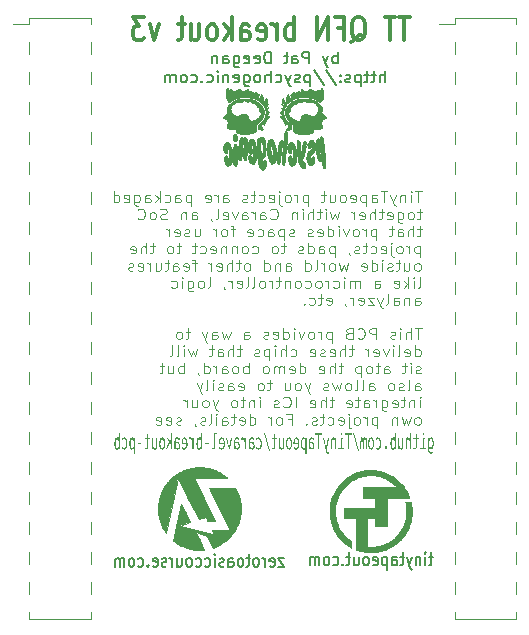
<source format=gbr>
G04 #@! TF.GenerationSoftware,KiCad,Pcbnew,8.0.1-8.0.1-1~ubuntu22.04.1*
G04 #@! TF.CreationDate,2024-03-22T15:41:05-04:00*
G04 #@! TF.ProjectId,caravel-breakout-qfn,63617261-7665-46c2-9d62-7265616b6f75,3.2*
G04 #@! TF.SameCoordinates,PX2dc6c00PY42c1d80*
G04 #@! TF.FileFunction,Legend,Bot*
G04 #@! TF.FilePolarity,Positive*
%FSLAX46Y46*%
G04 Gerber Fmt 4.6, Leading zero omitted, Abs format (unit mm)*
G04 Created by KiCad (PCBNEW 8.0.1-8.0.1-1~ubuntu22.04.1) date 2024-03-22 15:41:05*
%MOMM*%
%LPD*%
G01*
G04 APERTURE LIST*
%ADD10C,0.125000*%
%ADD11C,0.180000*%
%ADD12C,0.091250*%
%ADD13C,0.300000*%
%ADD14C,0.120000*%
%ADD15C,0.007028*%
%ADD16C,0.010000*%
%ADD17C,0.000000*%
G04 APERTURE END LIST*
D10*
X35122525Y36752993D02*
X34551097Y36752993D01*
X34836811Y35852993D02*
X34836811Y36752993D01*
X34217763Y35852993D02*
X34217763Y36452993D01*
X34217763Y36752993D02*
X34265382Y36710136D01*
X34265382Y36710136D02*
X34217763Y36667279D01*
X34217763Y36667279D02*
X34170144Y36710136D01*
X34170144Y36710136D02*
X34217763Y36752993D01*
X34217763Y36752993D02*
X34217763Y36667279D01*
X33741573Y36452993D02*
X33741573Y35852993D01*
X33741573Y36367279D02*
X33693954Y36410136D01*
X33693954Y36410136D02*
X33598716Y36452993D01*
X33598716Y36452993D02*
X33455859Y36452993D01*
X33455859Y36452993D02*
X33360621Y36410136D01*
X33360621Y36410136D02*
X33313002Y36324422D01*
X33313002Y36324422D02*
X33313002Y35852993D01*
X32932049Y36452993D02*
X32693954Y35852993D01*
X32455859Y36452993D02*
X32693954Y35852993D01*
X32693954Y35852993D02*
X32789192Y35638708D01*
X32789192Y35638708D02*
X32836811Y35595850D01*
X32836811Y35595850D02*
X32932049Y35552993D01*
X32217763Y36752993D02*
X31646335Y36752993D01*
X31932049Y35852993D02*
X31932049Y36752993D01*
X30884430Y35852993D02*
X30884430Y36324422D01*
X30884430Y36324422D02*
X30932049Y36410136D01*
X30932049Y36410136D02*
X31027287Y36452993D01*
X31027287Y36452993D02*
X31217763Y36452993D01*
X31217763Y36452993D02*
X31313001Y36410136D01*
X30884430Y35895850D02*
X30979668Y35852993D01*
X30979668Y35852993D02*
X31217763Y35852993D01*
X31217763Y35852993D02*
X31313001Y35895850D01*
X31313001Y35895850D02*
X31360620Y35981565D01*
X31360620Y35981565D02*
X31360620Y36067279D01*
X31360620Y36067279D02*
X31313001Y36152993D01*
X31313001Y36152993D02*
X31217763Y36195850D01*
X31217763Y36195850D02*
X30979668Y36195850D01*
X30979668Y36195850D02*
X30884430Y36238708D01*
X30408239Y36452993D02*
X30408239Y35552993D01*
X30408239Y36410136D02*
X30313001Y36452993D01*
X30313001Y36452993D02*
X30122525Y36452993D01*
X30122525Y36452993D02*
X30027287Y36410136D01*
X30027287Y36410136D02*
X29979668Y36367279D01*
X29979668Y36367279D02*
X29932049Y36281565D01*
X29932049Y36281565D02*
X29932049Y36024422D01*
X29932049Y36024422D02*
X29979668Y35938708D01*
X29979668Y35938708D02*
X30027287Y35895850D01*
X30027287Y35895850D02*
X30122525Y35852993D01*
X30122525Y35852993D02*
X30313001Y35852993D01*
X30313001Y35852993D02*
X30408239Y35895850D01*
X29122525Y35895850D02*
X29217763Y35852993D01*
X29217763Y35852993D02*
X29408239Y35852993D01*
X29408239Y35852993D02*
X29503477Y35895850D01*
X29503477Y35895850D02*
X29551096Y35981565D01*
X29551096Y35981565D02*
X29551096Y36324422D01*
X29551096Y36324422D02*
X29503477Y36410136D01*
X29503477Y36410136D02*
X29408239Y36452993D01*
X29408239Y36452993D02*
X29217763Y36452993D01*
X29217763Y36452993D02*
X29122525Y36410136D01*
X29122525Y36410136D02*
X29074906Y36324422D01*
X29074906Y36324422D02*
X29074906Y36238708D01*
X29074906Y36238708D02*
X29551096Y36152993D01*
X28503477Y35852993D02*
X28598715Y35895850D01*
X28598715Y35895850D02*
X28646334Y35938708D01*
X28646334Y35938708D02*
X28693953Y36024422D01*
X28693953Y36024422D02*
X28693953Y36281565D01*
X28693953Y36281565D02*
X28646334Y36367279D01*
X28646334Y36367279D02*
X28598715Y36410136D01*
X28598715Y36410136D02*
X28503477Y36452993D01*
X28503477Y36452993D02*
X28360620Y36452993D01*
X28360620Y36452993D02*
X28265382Y36410136D01*
X28265382Y36410136D02*
X28217763Y36367279D01*
X28217763Y36367279D02*
X28170144Y36281565D01*
X28170144Y36281565D02*
X28170144Y36024422D01*
X28170144Y36024422D02*
X28217763Y35938708D01*
X28217763Y35938708D02*
X28265382Y35895850D01*
X28265382Y35895850D02*
X28360620Y35852993D01*
X28360620Y35852993D02*
X28503477Y35852993D01*
X27313001Y36452993D02*
X27313001Y35852993D01*
X27741572Y36452993D02*
X27741572Y35981565D01*
X27741572Y35981565D02*
X27693953Y35895850D01*
X27693953Y35895850D02*
X27598715Y35852993D01*
X27598715Y35852993D02*
X27455858Y35852993D01*
X27455858Y35852993D02*
X27360620Y35895850D01*
X27360620Y35895850D02*
X27313001Y35938708D01*
X26979667Y36452993D02*
X26598715Y36452993D01*
X26836810Y36752993D02*
X26836810Y35981565D01*
X26836810Y35981565D02*
X26789191Y35895850D01*
X26789191Y35895850D02*
X26693953Y35852993D01*
X26693953Y35852993D02*
X26598715Y35852993D01*
X25503476Y36452993D02*
X25503476Y35552993D01*
X25503476Y36410136D02*
X25408238Y36452993D01*
X25408238Y36452993D02*
X25217762Y36452993D01*
X25217762Y36452993D02*
X25122524Y36410136D01*
X25122524Y36410136D02*
X25074905Y36367279D01*
X25074905Y36367279D02*
X25027286Y36281565D01*
X25027286Y36281565D02*
X25027286Y36024422D01*
X25027286Y36024422D02*
X25074905Y35938708D01*
X25074905Y35938708D02*
X25122524Y35895850D01*
X25122524Y35895850D02*
X25217762Y35852993D01*
X25217762Y35852993D02*
X25408238Y35852993D01*
X25408238Y35852993D02*
X25503476Y35895850D01*
X24598714Y35852993D02*
X24598714Y36452993D01*
X24598714Y36281565D02*
X24551095Y36367279D01*
X24551095Y36367279D02*
X24503476Y36410136D01*
X24503476Y36410136D02*
X24408238Y36452993D01*
X24408238Y36452993D02*
X24313000Y36452993D01*
X23836809Y35852993D02*
X23932047Y35895850D01*
X23932047Y35895850D02*
X23979666Y35938708D01*
X23979666Y35938708D02*
X24027285Y36024422D01*
X24027285Y36024422D02*
X24027285Y36281565D01*
X24027285Y36281565D02*
X23979666Y36367279D01*
X23979666Y36367279D02*
X23932047Y36410136D01*
X23932047Y36410136D02*
X23836809Y36452993D01*
X23836809Y36452993D02*
X23693952Y36452993D01*
X23693952Y36452993D02*
X23598714Y36410136D01*
X23598714Y36410136D02*
X23551095Y36367279D01*
X23551095Y36367279D02*
X23503476Y36281565D01*
X23503476Y36281565D02*
X23503476Y36024422D01*
X23503476Y36024422D02*
X23551095Y35938708D01*
X23551095Y35938708D02*
X23598714Y35895850D01*
X23598714Y35895850D02*
X23693952Y35852993D01*
X23693952Y35852993D02*
X23836809Y35852993D01*
X23074904Y36452993D02*
X23074904Y35681565D01*
X23074904Y35681565D02*
X23122523Y35595850D01*
X23122523Y35595850D02*
X23217761Y35552993D01*
X23217761Y35552993D02*
X23265380Y35552993D01*
X23074904Y36752993D02*
X23122523Y36710136D01*
X23122523Y36710136D02*
X23074904Y36667279D01*
X23074904Y36667279D02*
X23027285Y36710136D01*
X23027285Y36710136D02*
X23074904Y36752993D01*
X23074904Y36752993D02*
X23074904Y36667279D01*
X22217762Y35895850D02*
X22313000Y35852993D01*
X22313000Y35852993D02*
X22503476Y35852993D01*
X22503476Y35852993D02*
X22598714Y35895850D01*
X22598714Y35895850D02*
X22646333Y35981565D01*
X22646333Y35981565D02*
X22646333Y36324422D01*
X22646333Y36324422D02*
X22598714Y36410136D01*
X22598714Y36410136D02*
X22503476Y36452993D01*
X22503476Y36452993D02*
X22313000Y36452993D01*
X22313000Y36452993D02*
X22217762Y36410136D01*
X22217762Y36410136D02*
X22170143Y36324422D01*
X22170143Y36324422D02*
X22170143Y36238708D01*
X22170143Y36238708D02*
X22646333Y36152993D01*
X21313000Y35895850D02*
X21408238Y35852993D01*
X21408238Y35852993D02*
X21598714Y35852993D01*
X21598714Y35852993D02*
X21693952Y35895850D01*
X21693952Y35895850D02*
X21741571Y35938708D01*
X21741571Y35938708D02*
X21789190Y36024422D01*
X21789190Y36024422D02*
X21789190Y36281565D01*
X21789190Y36281565D02*
X21741571Y36367279D01*
X21741571Y36367279D02*
X21693952Y36410136D01*
X21693952Y36410136D02*
X21598714Y36452993D01*
X21598714Y36452993D02*
X21408238Y36452993D01*
X21408238Y36452993D02*
X21313000Y36410136D01*
X21027285Y36452993D02*
X20646333Y36452993D01*
X20884428Y36752993D02*
X20884428Y35981565D01*
X20884428Y35981565D02*
X20836809Y35895850D01*
X20836809Y35895850D02*
X20741571Y35852993D01*
X20741571Y35852993D02*
X20646333Y35852993D01*
X20360618Y35895850D02*
X20265380Y35852993D01*
X20265380Y35852993D02*
X20074904Y35852993D01*
X20074904Y35852993D02*
X19979666Y35895850D01*
X19979666Y35895850D02*
X19932047Y35981565D01*
X19932047Y35981565D02*
X19932047Y36024422D01*
X19932047Y36024422D02*
X19979666Y36110136D01*
X19979666Y36110136D02*
X20074904Y36152993D01*
X20074904Y36152993D02*
X20217761Y36152993D01*
X20217761Y36152993D02*
X20312999Y36195850D01*
X20312999Y36195850D02*
X20360618Y36281565D01*
X20360618Y36281565D02*
X20360618Y36324422D01*
X20360618Y36324422D02*
X20312999Y36410136D01*
X20312999Y36410136D02*
X20217761Y36452993D01*
X20217761Y36452993D02*
X20074904Y36452993D01*
X20074904Y36452993D02*
X19979666Y36410136D01*
X18312999Y35852993D02*
X18312999Y36324422D01*
X18312999Y36324422D02*
X18360618Y36410136D01*
X18360618Y36410136D02*
X18455856Y36452993D01*
X18455856Y36452993D02*
X18646332Y36452993D01*
X18646332Y36452993D02*
X18741570Y36410136D01*
X18312999Y35895850D02*
X18408237Y35852993D01*
X18408237Y35852993D02*
X18646332Y35852993D01*
X18646332Y35852993D02*
X18741570Y35895850D01*
X18741570Y35895850D02*
X18789189Y35981565D01*
X18789189Y35981565D02*
X18789189Y36067279D01*
X18789189Y36067279D02*
X18741570Y36152993D01*
X18741570Y36152993D02*
X18646332Y36195850D01*
X18646332Y36195850D02*
X18408237Y36195850D01*
X18408237Y36195850D02*
X18312999Y36238708D01*
X17836808Y35852993D02*
X17836808Y36452993D01*
X17836808Y36281565D02*
X17789189Y36367279D01*
X17789189Y36367279D02*
X17741570Y36410136D01*
X17741570Y36410136D02*
X17646332Y36452993D01*
X17646332Y36452993D02*
X17551094Y36452993D01*
X16836808Y35895850D02*
X16932046Y35852993D01*
X16932046Y35852993D02*
X17122522Y35852993D01*
X17122522Y35852993D02*
X17217760Y35895850D01*
X17217760Y35895850D02*
X17265379Y35981565D01*
X17265379Y35981565D02*
X17265379Y36324422D01*
X17265379Y36324422D02*
X17217760Y36410136D01*
X17217760Y36410136D02*
X17122522Y36452993D01*
X17122522Y36452993D02*
X16932046Y36452993D01*
X16932046Y36452993D02*
X16836808Y36410136D01*
X16836808Y36410136D02*
X16789189Y36324422D01*
X16789189Y36324422D02*
X16789189Y36238708D01*
X16789189Y36238708D02*
X17265379Y36152993D01*
X15598712Y36452993D02*
X15598712Y35552993D01*
X15598712Y36410136D02*
X15503474Y36452993D01*
X15503474Y36452993D02*
X15312998Y36452993D01*
X15312998Y36452993D02*
X15217760Y36410136D01*
X15217760Y36410136D02*
X15170141Y36367279D01*
X15170141Y36367279D02*
X15122522Y36281565D01*
X15122522Y36281565D02*
X15122522Y36024422D01*
X15122522Y36024422D02*
X15170141Y35938708D01*
X15170141Y35938708D02*
X15217760Y35895850D01*
X15217760Y35895850D02*
X15312998Y35852993D01*
X15312998Y35852993D02*
X15503474Y35852993D01*
X15503474Y35852993D02*
X15598712Y35895850D01*
X14265379Y35852993D02*
X14265379Y36324422D01*
X14265379Y36324422D02*
X14312998Y36410136D01*
X14312998Y36410136D02*
X14408236Y36452993D01*
X14408236Y36452993D02*
X14598712Y36452993D01*
X14598712Y36452993D02*
X14693950Y36410136D01*
X14265379Y35895850D02*
X14360617Y35852993D01*
X14360617Y35852993D02*
X14598712Y35852993D01*
X14598712Y35852993D02*
X14693950Y35895850D01*
X14693950Y35895850D02*
X14741569Y35981565D01*
X14741569Y35981565D02*
X14741569Y36067279D01*
X14741569Y36067279D02*
X14693950Y36152993D01*
X14693950Y36152993D02*
X14598712Y36195850D01*
X14598712Y36195850D02*
X14360617Y36195850D01*
X14360617Y36195850D02*
X14265379Y36238708D01*
X13360617Y35895850D02*
X13455855Y35852993D01*
X13455855Y35852993D02*
X13646331Y35852993D01*
X13646331Y35852993D02*
X13741569Y35895850D01*
X13741569Y35895850D02*
X13789188Y35938708D01*
X13789188Y35938708D02*
X13836807Y36024422D01*
X13836807Y36024422D02*
X13836807Y36281565D01*
X13836807Y36281565D02*
X13789188Y36367279D01*
X13789188Y36367279D02*
X13741569Y36410136D01*
X13741569Y36410136D02*
X13646331Y36452993D01*
X13646331Y36452993D02*
X13455855Y36452993D01*
X13455855Y36452993D02*
X13360617Y36410136D01*
X12932045Y35852993D02*
X12932045Y36752993D01*
X12836807Y36195850D02*
X12551093Y35852993D01*
X12551093Y36452993D02*
X12932045Y36110136D01*
X11693950Y35852993D02*
X11693950Y36324422D01*
X11693950Y36324422D02*
X11741569Y36410136D01*
X11741569Y36410136D02*
X11836807Y36452993D01*
X11836807Y36452993D02*
X12027283Y36452993D01*
X12027283Y36452993D02*
X12122521Y36410136D01*
X11693950Y35895850D02*
X11789188Y35852993D01*
X11789188Y35852993D02*
X12027283Y35852993D01*
X12027283Y35852993D02*
X12122521Y35895850D01*
X12122521Y35895850D02*
X12170140Y35981565D01*
X12170140Y35981565D02*
X12170140Y36067279D01*
X12170140Y36067279D02*
X12122521Y36152993D01*
X12122521Y36152993D02*
X12027283Y36195850D01*
X12027283Y36195850D02*
X11789188Y36195850D01*
X11789188Y36195850D02*
X11693950Y36238708D01*
X10789188Y36452993D02*
X10789188Y35724422D01*
X10789188Y35724422D02*
X10836807Y35638708D01*
X10836807Y35638708D02*
X10884426Y35595850D01*
X10884426Y35595850D02*
X10979664Y35552993D01*
X10979664Y35552993D02*
X11122521Y35552993D01*
X11122521Y35552993D02*
X11217759Y35595850D01*
X10789188Y35895850D02*
X10884426Y35852993D01*
X10884426Y35852993D02*
X11074902Y35852993D01*
X11074902Y35852993D02*
X11170140Y35895850D01*
X11170140Y35895850D02*
X11217759Y35938708D01*
X11217759Y35938708D02*
X11265378Y36024422D01*
X11265378Y36024422D02*
X11265378Y36281565D01*
X11265378Y36281565D02*
X11217759Y36367279D01*
X11217759Y36367279D02*
X11170140Y36410136D01*
X11170140Y36410136D02*
X11074902Y36452993D01*
X11074902Y36452993D02*
X10884426Y36452993D01*
X10884426Y36452993D02*
X10789188Y36410136D01*
X9932045Y35895850D02*
X10027283Y35852993D01*
X10027283Y35852993D02*
X10217759Y35852993D01*
X10217759Y35852993D02*
X10312997Y35895850D01*
X10312997Y35895850D02*
X10360616Y35981565D01*
X10360616Y35981565D02*
X10360616Y36324422D01*
X10360616Y36324422D02*
X10312997Y36410136D01*
X10312997Y36410136D02*
X10217759Y36452993D01*
X10217759Y36452993D02*
X10027283Y36452993D01*
X10027283Y36452993D02*
X9932045Y36410136D01*
X9932045Y36410136D02*
X9884426Y36324422D01*
X9884426Y36324422D02*
X9884426Y36238708D01*
X9884426Y36238708D02*
X10360616Y36152993D01*
X9027283Y35852993D02*
X9027283Y36752993D01*
X9027283Y35895850D02*
X9122521Y35852993D01*
X9122521Y35852993D02*
X9312997Y35852993D01*
X9312997Y35852993D02*
X9408235Y35895850D01*
X9408235Y35895850D02*
X9455854Y35938708D01*
X9455854Y35938708D02*
X9503473Y36024422D01*
X9503473Y36024422D02*
X9503473Y36281565D01*
X9503473Y36281565D02*
X9455854Y36367279D01*
X9455854Y36367279D02*
X9408235Y36410136D01*
X9408235Y36410136D02*
X9312997Y36452993D01*
X9312997Y36452993D02*
X9122521Y36452993D01*
X9122521Y36452993D02*
X9027283Y36410136D01*
X35122525Y35004043D02*
X34741573Y35004043D01*
X34979668Y35304043D02*
X34979668Y34532615D01*
X34979668Y34532615D02*
X34932049Y34446900D01*
X34932049Y34446900D02*
X34836811Y34404043D01*
X34836811Y34404043D02*
X34741573Y34404043D01*
X34265382Y34404043D02*
X34360620Y34446900D01*
X34360620Y34446900D02*
X34408239Y34489758D01*
X34408239Y34489758D02*
X34455858Y34575472D01*
X34455858Y34575472D02*
X34455858Y34832615D01*
X34455858Y34832615D02*
X34408239Y34918329D01*
X34408239Y34918329D02*
X34360620Y34961186D01*
X34360620Y34961186D02*
X34265382Y35004043D01*
X34265382Y35004043D02*
X34122525Y35004043D01*
X34122525Y35004043D02*
X34027287Y34961186D01*
X34027287Y34961186D02*
X33979668Y34918329D01*
X33979668Y34918329D02*
X33932049Y34832615D01*
X33932049Y34832615D02*
X33932049Y34575472D01*
X33932049Y34575472D02*
X33979668Y34489758D01*
X33979668Y34489758D02*
X34027287Y34446900D01*
X34027287Y34446900D02*
X34122525Y34404043D01*
X34122525Y34404043D02*
X34265382Y34404043D01*
X33074906Y35004043D02*
X33074906Y34275472D01*
X33074906Y34275472D02*
X33122525Y34189758D01*
X33122525Y34189758D02*
X33170144Y34146900D01*
X33170144Y34146900D02*
X33265382Y34104043D01*
X33265382Y34104043D02*
X33408239Y34104043D01*
X33408239Y34104043D02*
X33503477Y34146900D01*
X33074906Y34446900D02*
X33170144Y34404043D01*
X33170144Y34404043D02*
X33360620Y34404043D01*
X33360620Y34404043D02*
X33455858Y34446900D01*
X33455858Y34446900D02*
X33503477Y34489758D01*
X33503477Y34489758D02*
X33551096Y34575472D01*
X33551096Y34575472D02*
X33551096Y34832615D01*
X33551096Y34832615D02*
X33503477Y34918329D01*
X33503477Y34918329D02*
X33455858Y34961186D01*
X33455858Y34961186D02*
X33360620Y35004043D01*
X33360620Y35004043D02*
X33170144Y35004043D01*
X33170144Y35004043D02*
X33074906Y34961186D01*
X32217763Y34446900D02*
X32313001Y34404043D01*
X32313001Y34404043D02*
X32503477Y34404043D01*
X32503477Y34404043D02*
X32598715Y34446900D01*
X32598715Y34446900D02*
X32646334Y34532615D01*
X32646334Y34532615D02*
X32646334Y34875472D01*
X32646334Y34875472D02*
X32598715Y34961186D01*
X32598715Y34961186D02*
X32503477Y35004043D01*
X32503477Y35004043D02*
X32313001Y35004043D01*
X32313001Y35004043D02*
X32217763Y34961186D01*
X32217763Y34961186D02*
X32170144Y34875472D01*
X32170144Y34875472D02*
X32170144Y34789758D01*
X32170144Y34789758D02*
X32646334Y34704043D01*
X31884429Y35004043D02*
X31503477Y35004043D01*
X31741572Y35304043D02*
X31741572Y34532615D01*
X31741572Y34532615D02*
X31693953Y34446900D01*
X31693953Y34446900D02*
X31598715Y34404043D01*
X31598715Y34404043D02*
X31503477Y34404043D01*
X31170143Y34404043D02*
X31170143Y35304043D01*
X30741572Y34404043D02*
X30741572Y34875472D01*
X30741572Y34875472D02*
X30789191Y34961186D01*
X30789191Y34961186D02*
X30884429Y35004043D01*
X30884429Y35004043D02*
X31027286Y35004043D01*
X31027286Y35004043D02*
X31122524Y34961186D01*
X31122524Y34961186D02*
X31170143Y34918329D01*
X29884429Y34446900D02*
X29979667Y34404043D01*
X29979667Y34404043D02*
X30170143Y34404043D01*
X30170143Y34404043D02*
X30265381Y34446900D01*
X30265381Y34446900D02*
X30313000Y34532615D01*
X30313000Y34532615D02*
X30313000Y34875472D01*
X30313000Y34875472D02*
X30265381Y34961186D01*
X30265381Y34961186D02*
X30170143Y35004043D01*
X30170143Y35004043D02*
X29979667Y35004043D01*
X29979667Y35004043D02*
X29884429Y34961186D01*
X29884429Y34961186D02*
X29836810Y34875472D01*
X29836810Y34875472D02*
X29836810Y34789758D01*
X29836810Y34789758D02*
X30313000Y34704043D01*
X29408238Y34404043D02*
X29408238Y35004043D01*
X29408238Y34832615D02*
X29360619Y34918329D01*
X29360619Y34918329D02*
X29313000Y34961186D01*
X29313000Y34961186D02*
X29217762Y35004043D01*
X29217762Y35004043D02*
X29122524Y35004043D01*
X28122523Y35004043D02*
X27932047Y34404043D01*
X27932047Y34404043D02*
X27741571Y34832615D01*
X27741571Y34832615D02*
X27551095Y34404043D01*
X27551095Y34404043D02*
X27360619Y35004043D01*
X26979666Y34404043D02*
X26979666Y35004043D01*
X26979666Y35304043D02*
X27027285Y35261186D01*
X27027285Y35261186D02*
X26979666Y35218329D01*
X26979666Y35218329D02*
X26932047Y35261186D01*
X26932047Y35261186D02*
X26979666Y35304043D01*
X26979666Y35304043D02*
X26979666Y35218329D01*
X26646333Y35004043D02*
X26265381Y35004043D01*
X26503476Y35304043D02*
X26503476Y34532615D01*
X26503476Y34532615D02*
X26455857Y34446900D01*
X26455857Y34446900D02*
X26360619Y34404043D01*
X26360619Y34404043D02*
X26265381Y34404043D01*
X25932047Y34404043D02*
X25932047Y35304043D01*
X25503476Y34404043D02*
X25503476Y34875472D01*
X25503476Y34875472D02*
X25551095Y34961186D01*
X25551095Y34961186D02*
X25646333Y35004043D01*
X25646333Y35004043D02*
X25789190Y35004043D01*
X25789190Y35004043D02*
X25884428Y34961186D01*
X25884428Y34961186D02*
X25932047Y34918329D01*
X25027285Y34404043D02*
X25027285Y35004043D01*
X25027285Y35304043D02*
X25074904Y35261186D01*
X25074904Y35261186D02*
X25027285Y35218329D01*
X25027285Y35218329D02*
X24979666Y35261186D01*
X24979666Y35261186D02*
X25027285Y35304043D01*
X25027285Y35304043D02*
X25027285Y35218329D01*
X24551095Y35004043D02*
X24551095Y34404043D01*
X24551095Y34918329D02*
X24503476Y34961186D01*
X24503476Y34961186D02*
X24408238Y35004043D01*
X24408238Y35004043D02*
X24265381Y35004043D01*
X24265381Y35004043D02*
X24170143Y34961186D01*
X24170143Y34961186D02*
X24122524Y34875472D01*
X24122524Y34875472D02*
X24122524Y34404043D01*
X22313000Y34489758D02*
X22360619Y34446900D01*
X22360619Y34446900D02*
X22503476Y34404043D01*
X22503476Y34404043D02*
X22598714Y34404043D01*
X22598714Y34404043D02*
X22741571Y34446900D01*
X22741571Y34446900D02*
X22836809Y34532615D01*
X22836809Y34532615D02*
X22884428Y34618329D01*
X22884428Y34618329D02*
X22932047Y34789758D01*
X22932047Y34789758D02*
X22932047Y34918329D01*
X22932047Y34918329D02*
X22884428Y35089758D01*
X22884428Y35089758D02*
X22836809Y35175472D01*
X22836809Y35175472D02*
X22741571Y35261186D01*
X22741571Y35261186D02*
X22598714Y35304043D01*
X22598714Y35304043D02*
X22503476Y35304043D01*
X22503476Y35304043D02*
X22360619Y35261186D01*
X22360619Y35261186D02*
X22313000Y35218329D01*
X21455857Y34404043D02*
X21455857Y34875472D01*
X21455857Y34875472D02*
X21503476Y34961186D01*
X21503476Y34961186D02*
X21598714Y35004043D01*
X21598714Y35004043D02*
X21789190Y35004043D01*
X21789190Y35004043D02*
X21884428Y34961186D01*
X21455857Y34446900D02*
X21551095Y34404043D01*
X21551095Y34404043D02*
X21789190Y34404043D01*
X21789190Y34404043D02*
X21884428Y34446900D01*
X21884428Y34446900D02*
X21932047Y34532615D01*
X21932047Y34532615D02*
X21932047Y34618329D01*
X21932047Y34618329D02*
X21884428Y34704043D01*
X21884428Y34704043D02*
X21789190Y34746900D01*
X21789190Y34746900D02*
X21551095Y34746900D01*
X21551095Y34746900D02*
X21455857Y34789758D01*
X20979666Y34404043D02*
X20979666Y35004043D01*
X20979666Y34832615D02*
X20932047Y34918329D01*
X20932047Y34918329D02*
X20884428Y34961186D01*
X20884428Y34961186D02*
X20789190Y35004043D01*
X20789190Y35004043D02*
X20693952Y35004043D01*
X19932047Y34404043D02*
X19932047Y34875472D01*
X19932047Y34875472D02*
X19979666Y34961186D01*
X19979666Y34961186D02*
X20074904Y35004043D01*
X20074904Y35004043D02*
X20265380Y35004043D01*
X20265380Y35004043D02*
X20360618Y34961186D01*
X19932047Y34446900D02*
X20027285Y34404043D01*
X20027285Y34404043D02*
X20265380Y34404043D01*
X20265380Y34404043D02*
X20360618Y34446900D01*
X20360618Y34446900D02*
X20408237Y34532615D01*
X20408237Y34532615D02*
X20408237Y34618329D01*
X20408237Y34618329D02*
X20360618Y34704043D01*
X20360618Y34704043D02*
X20265380Y34746900D01*
X20265380Y34746900D02*
X20027285Y34746900D01*
X20027285Y34746900D02*
X19932047Y34789758D01*
X19551094Y35004043D02*
X19312999Y34404043D01*
X19312999Y34404043D02*
X19074904Y35004043D01*
X18312999Y34446900D02*
X18408237Y34404043D01*
X18408237Y34404043D02*
X18598713Y34404043D01*
X18598713Y34404043D02*
X18693951Y34446900D01*
X18693951Y34446900D02*
X18741570Y34532615D01*
X18741570Y34532615D02*
X18741570Y34875472D01*
X18741570Y34875472D02*
X18693951Y34961186D01*
X18693951Y34961186D02*
X18598713Y35004043D01*
X18598713Y35004043D02*
X18408237Y35004043D01*
X18408237Y35004043D02*
X18312999Y34961186D01*
X18312999Y34961186D02*
X18265380Y34875472D01*
X18265380Y34875472D02*
X18265380Y34789758D01*
X18265380Y34789758D02*
X18741570Y34704043D01*
X17693951Y34404043D02*
X17789189Y34446900D01*
X17789189Y34446900D02*
X17836808Y34532615D01*
X17836808Y34532615D02*
X17836808Y35304043D01*
X17265379Y34446900D02*
X17265379Y34404043D01*
X17265379Y34404043D02*
X17312998Y34318329D01*
X17312998Y34318329D02*
X17360617Y34275472D01*
X15646332Y34404043D02*
X15646332Y34875472D01*
X15646332Y34875472D02*
X15693951Y34961186D01*
X15693951Y34961186D02*
X15789189Y35004043D01*
X15789189Y35004043D02*
X15979665Y35004043D01*
X15979665Y35004043D02*
X16074903Y34961186D01*
X15646332Y34446900D02*
X15741570Y34404043D01*
X15741570Y34404043D02*
X15979665Y34404043D01*
X15979665Y34404043D02*
X16074903Y34446900D01*
X16074903Y34446900D02*
X16122522Y34532615D01*
X16122522Y34532615D02*
X16122522Y34618329D01*
X16122522Y34618329D02*
X16074903Y34704043D01*
X16074903Y34704043D02*
X15979665Y34746900D01*
X15979665Y34746900D02*
X15741570Y34746900D01*
X15741570Y34746900D02*
X15646332Y34789758D01*
X15170141Y35004043D02*
X15170141Y34404043D01*
X15170141Y34918329D02*
X15122522Y34961186D01*
X15122522Y34961186D02*
X15027284Y35004043D01*
X15027284Y35004043D02*
X14884427Y35004043D01*
X14884427Y35004043D02*
X14789189Y34961186D01*
X14789189Y34961186D02*
X14741570Y34875472D01*
X14741570Y34875472D02*
X14741570Y34404043D01*
X13551093Y34446900D02*
X13408236Y34404043D01*
X13408236Y34404043D02*
X13170141Y34404043D01*
X13170141Y34404043D02*
X13074903Y34446900D01*
X13074903Y34446900D02*
X13027284Y34489758D01*
X13027284Y34489758D02*
X12979665Y34575472D01*
X12979665Y34575472D02*
X12979665Y34661186D01*
X12979665Y34661186D02*
X13027284Y34746900D01*
X13027284Y34746900D02*
X13074903Y34789758D01*
X13074903Y34789758D02*
X13170141Y34832615D01*
X13170141Y34832615D02*
X13360617Y34875472D01*
X13360617Y34875472D02*
X13455855Y34918329D01*
X13455855Y34918329D02*
X13503474Y34961186D01*
X13503474Y34961186D02*
X13551093Y35046900D01*
X13551093Y35046900D02*
X13551093Y35132615D01*
X13551093Y35132615D02*
X13503474Y35218329D01*
X13503474Y35218329D02*
X13455855Y35261186D01*
X13455855Y35261186D02*
X13360617Y35304043D01*
X13360617Y35304043D02*
X13122522Y35304043D01*
X13122522Y35304043D02*
X12979665Y35261186D01*
X12408236Y34404043D02*
X12503474Y34446900D01*
X12503474Y34446900D02*
X12551093Y34489758D01*
X12551093Y34489758D02*
X12598712Y34575472D01*
X12598712Y34575472D02*
X12598712Y34832615D01*
X12598712Y34832615D02*
X12551093Y34918329D01*
X12551093Y34918329D02*
X12503474Y34961186D01*
X12503474Y34961186D02*
X12408236Y35004043D01*
X12408236Y35004043D02*
X12265379Y35004043D01*
X12265379Y35004043D02*
X12170141Y34961186D01*
X12170141Y34961186D02*
X12122522Y34918329D01*
X12122522Y34918329D02*
X12074903Y34832615D01*
X12074903Y34832615D02*
X12074903Y34575472D01*
X12074903Y34575472D02*
X12122522Y34489758D01*
X12122522Y34489758D02*
X12170141Y34446900D01*
X12170141Y34446900D02*
X12265379Y34404043D01*
X12265379Y34404043D02*
X12408236Y34404043D01*
X11074903Y34489758D02*
X11122522Y34446900D01*
X11122522Y34446900D02*
X11265379Y34404043D01*
X11265379Y34404043D02*
X11360617Y34404043D01*
X11360617Y34404043D02*
X11503474Y34446900D01*
X11503474Y34446900D02*
X11598712Y34532615D01*
X11598712Y34532615D02*
X11646331Y34618329D01*
X11646331Y34618329D02*
X11693950Y34789758D01*
X11693950Y34789758D02*
X11693950Y34918329D01*
X11693950Y34918329D02*
X11646331Y35089758D01*
X11646331Y35089758D02*
X11598712Y35175472D01*
X11598712Y35175472D02*
X11503474Y35261186D01*
X11503474Y35261186D02*
X11360617Y35304043D01*
X11360617Y35304043D02*
X11265379Y35304043D01*
X11265379Y35304043D02*
X11122522Y35261186D01*
X11122522Y35261186D02*
X11074903Y35218329D01*
X35122525Y33555093D02*
X34741573Y33555093D01*
X34979668Y33855093D02*
X34979668Y33083665D01*
X34979668Y33083665D02*
X34932049Y32997950D01*
X34932049Y32997950D02*
X34836811Y32955093D01*
X34836811Y32955093D02*
X34741573Y32955093D01*
X34408239Y32955093D02*
X34408239Y33855093D01*
X33979668Y32955093D02*
X33979668Y33426522D01*
X33979668Y33426522D02*
X34027287Y33512236D01*
X34027287Y33512236D02*
X34122525Y33555093D01*
X34122525Y33555093D02*
X34265382Y33555093D01*
X34265382Y33555093D02*
X34360620Y33512236D01*
X34360620Y33512236D02*
X34408239Y33469379D01*
X33074906Y32955093D02*
X33074906Y33426522D01*
X33074906Y33426522D02*
X33122525Y33512236D01*
X33122525Y33512236D02*
X33217763Y33555093D01*
X33217763Y33555093D02*
X33408239Y33555093D01*
X33408239Y33555093D02*
X33503477Y33512236D01*
X33074906Y32997950D02*
X33170144Y32955093D01*
X33170144Y32955093D02*
X33408239Y32955093D01*
X33408239Y32955093D02*
X33503477Y32997950D01*
X33503477Y32997950D02*
X33551096Y33083665D01*
X33551096Y33083665D02*
X33551096Y33169379D01*
X33551096Y33169379D02*
X33503477Y33255093D01*
X33503477Y33255093D02*
X33408239Y33297950D01*
X33408239Y33297950D02*
X33170144Y33297950D01*
X33170144Y33297950D02*
X33074906Y33340808D01*
X32741572Y33555093D02*
X32360620Y33555093D01*
X32598715Y33855093D02*
X32598715Y33083665D01*
X32598715Y33083665D02*
X32551096Y32997950D01*
X32551096Y32997950D02*
X32455858Y32955093D01*
X32455858Y32955093D02*
X32360620Y32955093D01*
X31265381Y33555093D02*
X31265381Y32655093D01*
X31265381Y33512236D02*
X31170143Y33555093D01*
X31170143Y33555093D02*
X30979667Y33555093D01*
X30979667Y33555093D02*
X30884429Y33512236D01*
X30884429Y33512236D02*
X30836810Y33469379D01*
X30836810Y33469379D02*
X30789191Y33383665D01*
X30789191Y33383665D02*
X30789191Y33126522D01*
X30789191Y33126522D02*
X30836810Y33040808D01*
X30836810Y33040808D02*
X30884429Y32997950D01*
X30884429Y32997950D02*
X30979667Y32955093D01*
X30979667Y32955093D02*
X31170143Y32955093D01*
X31170143Y32955093D02*
X31265381Y32997950D01*
X30360619Y32955093D02*
X30360619Y33555093D01*
X30360619Y33383665D02*
X30313000Y33469379D01*
X30313000Y33469379D02*
X30265381Y33512236D01*
X30265381Y33512236D02*
X30170143Y33555093D01*
X30170143Y33555093D02*
X30074905Y33555093D01*
X29598714Y32955093D02*
X29693952Y32997950D01*
X29693952Y32997950D02*
X29741571Y33040808D01*
X29741571Y33040808D02*
X29789190Y33126522D01*
X29789190Y33126522D02*
X29789190Y33383665D01*
X29789190Y33383665D02*
X29741571Y33469379D01*
X29741571Y33469379D02*
X29693952Y33512236D01*
X29693952Y33512236D02*
X29598714Y33555093D01*
X29598714Y33555093D02*
X29455857Y33555093D01*
X29455857Y33555093D02*
X29360619Y33512236D01*
X29360619Y33512236D02*
X29313000Y33469379D01*
X29313000Y33469379D02*
X29265381Y33383665D01*
X29265381Y33383665D02*
X29265381Y33126522D01*
X29265381Y33126522D02*
X29313000Y33040808D01*
X29313000Y33040808D02*
X29360619Y32997950D01*
X29360619Y32997950D02*
X29455857Y32955093D01*
X29455857Y32955093D02*
X29598714Y32955093D01*
X28932047Y33555093D02*
X28693952Y32955093D01*
X28693952Y32955093D02*
X28455857Y33555093D01*
X28074904Y32955093D02*
X28074904Y33555093D01*
X28074904Y33855093D02*
X28122523Y33812236D01*
X28122523Y33812236D02*
X28074904Y33769379D01*
X28074904Y33769379D02*
X28027285Y33812236D01*
X28027285Y33812236D02*
X28074904Y33855093D01*
X28074904Y33855093D02*
X28074904Y33769379D01*
X27170143Y32955093D02*
X27170143Y33855093D01*
X27170143Y32997950D02*
X27265381Y32955093D01*
X27265381Y32955093D02*
X27455857Y32955093D01*
X27455857Y32955093D02*
X27551095Y32997950D01*
X27551095Y32997950D02*
X27598714Y33040808D01*
X27598714Y33040808D02*
X27646333Y33126522D01*
X27646333Y33126522D02*
X27646333Y33383665D01*
X27646333Y33383665D02*
X27598714Y33469379D01*
X27598714Y33469379D02*
X27551095Y33512236D01*
X27551095Y33512236D02*
X27455857Y33555093D01*
X27455857Y33555093D02*
X27265381Y33555093D01*
X27265381Y33555093D02*
X27170143Y33512236D01*
X26313000Y32997950D02*
X26408238Y32955093D01*
X26408238Y32955093D02*
X26598714Y32955093D01*
X26598714Y32955093D02*
X26693952Y32997950D01*
X26693952Y32997950D02*
X26741571Y33083665D01*
X26741571Y33083665D02*
X26741571Y33426522D01*
X26741571Y33426522D02*
X26693952Y33512236D01*
X26693952Y33512236D02*
X26598714Y33555093D01*
X26598714Y33555093D02*
X26408238Y33555093D01*
X26408238Y33555093D02*
X26313000Y33512236D01*
X26313000Y33512236D02*
X26265381Y33426522D01*
X26265381Y33426522D02*
X26265381Y33340808D01*
X26265381Y33340808D02*
X26741571Y33255093D01*
X25884428Y32997950D02*
X25789190Y32955093D01*
X25789190Y32955093D02*
X25598714Y32955093D01*
X25598714Y32955093D02*
X25503476Y32997950D01*
X25503476Y32997950D02*
X25455857Y33083665D01*
X25455857Y33083665D02*
X25455857Y33126522D01*
X25455857Y33126522D02*
X25503476Y33212236D01*
X25503476Y33212236D02*
X25598714Y33255093D01*
X25598714Y33255093D02*
X25741571Y33255093D01*
X25741571Y33255093D02*
X25836809Y33297950D01*
X25836809Y33297950D02*
X25884428Y33383665D01*
X25884428Y33383665D02*
X25884428Y33426522D01*
X25884428Y33426522D02*
X25836809Y33512236D01*
X25836809Y33512236D02*
X25741571Y33555093D01*
X25741571Y33555093D02*
X25598714Y33555093D01*
X25598714Y33555093D02*
X25503476Y33512236D01*
X24312999Y32997950D02*
X24217761Y32955093D01*
X24217761Y32955093D02*
X24027285Y32955093D01*
X24027285Y32955093D02*
X23932047Y32997950D01*
X23932047Y32997950D02*
X23884428Y33083665D01*
X23884428Y33083665D02*
X23884428Y33126522D01*
X23884428Y33126522D02*
X23932047Y33212236D01*
X23932047Y33212236D02*
X24027285Y33255093D01*
X24027285Y33255093D02*
X24170142Y33255093D01*
X24170142Y33255093D02*
X24265380Y33297950D01*
X24265380Y33297950D02*
X24312999Y33383665D01*
X24312999Y33383665D02*
X24312999Y33426522D01*
X24312999Y33426522D02*
X24265380Y33512236D01*
X24265380Y33512236D02*
X24170142Y33555093D01*
X24170142Y33555093D02*
X24027285Y33555093D01*
X24027285Y33555093D02*
X23932047Y33512236D01*
X23455856Y33555093D02*
X23455856Y32655093D01*
X23455856Y33512236D02*
X23360618Y33555093D01*
X23360618Y33555093D02*
X23170142Y33555093D01*
X23170142Y33555093D02*
X23074904Y33512236D01*
X23074904Y33512236D02*
X23027285Y33469379D01*
X23027285Y33469379D02*
X22979666Y33383665D01*
X22979666Y33383665D02*
X22979666Y33126522D01*
X22979666Y33126522D02*
X23027285Y33040808D01*
X23027285Y33040808D02*
X23074904Y32997950D01*
X23074904Y32997950D02*
X23170142Y32955093D01*
X23170142Y32955093D02*
X23360618Y32955093D01*
X23360618Y32955093D02*
X23455856Y32997950D01*
X22122523Y32955093D02*
X22122523Y33426522D01*
X22122523Y33426522D02*
X22170142Y33512236D01*
X22170142Y33512236D02*
X22265380Y33555093D01*
X22265380Y33555093D02*
X22455856Y33555093D01*
X22455856Y33555093D02*
X22551094Y33512236D01*
X22122523Y32997950D02*
X22217761Y32955093D01*
X22217761Y32955093D02*
X22455856Y32955093D01*
X22455856Y32955093D02*
X22551094Y32997950D01*
X22551094Y32997950D02*
X22598713Y33083665D01*
X22598713Y33083665D02*
X22598713Y33169379D01*
X22598713Y33169379D02*
X22551094Y33255093D01*
X22551094Y33255093D02*
X22455856Y33297950D01*
X22455856Y33297950D02*
X22217761Y33297950D01*
X22217761Y33297950D02*
X22122523Y33340808D01*
X21217761Y32997950D02*
X21312999Y32955093D01*
X21312999Y32955093D02*
X21503475Y32955093D01*
X21503475Y32955093D02*
X21598713Y32997950D01*
X21598713Y32997950D02*
X21646332Y33040808D01*
X21646332Y33040808D02*
X21693951Y33126522D01*
X21693951Y33126522D02*
X21693951Y33383665D01*
X21693951Y33383665D02*
X21646332Y33469379D01*
X21646332Y33469379D02*
X21598713Y33512236D01*
X21598713Y33512236D02*
X21503475Y33555093D01*
X21503475Y33555093D02*
X21312999Y33555093D01*
X21312999Y33555093D02*
X21217761Y33512236D01*
X20408237Y32997950D02*
X20503475Y32955093D01*
X20503475Y32955093D02*
X20693951Y32955093D01*
X20693951Y32955093D02*
X20789189Y32997950D01*
X20789189Y32997950D02*
X20836808Y33083665D01*
X20836808Y33083665D02*
X20836808Y33426522D01*
X20836808Y33426522D02*
X20789189Y33512236D01*
X20789189Y33512236D02*
X20693951Y33555093D01*
X20693951Y33555093D02*
X20503475Y33555093D01*
X20503475Y33555093D02*
X20408237Y33512236D01*
X20408237Y33512236D02*
X20360618Y33426522D01*
X20360618Y33426522D02*
X20360618Y33340808D01*
X20360618Y33340808D02*
X20836808Y33255093D01*
X19312998Y33555093D02*
X18932046Y33555093D01*
X19170141Y32955093D02*
X19170141Y33726522D01*
X19170141Y33726522D02*
X19122522Y33812236D01*
X19122522Y33812236D02*
X19027284Y33855093D01*
X19027284Y33855093D02*
X18932046Y33855093D01*
X18455855Y32955093D02*
X18551093Y32997950D01*
X18551093Y32997950D02*
X18598712Y33040808D01*
X18598712Y33040808D02*
X18646331Y33126522D01*
X18646331Y33126522D02*
X18646331Y33383665D01*
X18646331Y33383665D02*
X18598712Y33469379D01*
X18598712Y33469379D02*
X18551093Y33512236D01*
X18551093Y33512236D02*
X18455855Y33555093D01*
X18455855Y33555093D02*
X18312998Y33555093D01*
X18312998Y33555093D02*
X18217760Y33512236D01*
X18217760Y33512236D02*
X18170141Y33469379D01*
X18170141Y33469379D02*
X18122522Y33383665D01*
X18122522Y33383665D02*
X18122522Y33126522D01*
X18122522Y33126522D02*
X18170141Y33040808D01*
X18170141Y33040808D02*
X18217760Y32997950D01*
X18217760Y32997950D02*
X18312998Y32955093D01*
X18312998Y32955093D02*
X18455855Y32955093D01*
X17693950Y32955093D02*
X17693950Y33555093D01*
X17693950Y33383665D02*
X17646331Y33469379D01*
X17646331Y33469379D02*
X17598712Y33512236D01*
X17598712Y33512236D02*
X17503474Y33555093D01*
X17503474Y33555093D02*
X17408236Y33555093D01*
X15884426Y33555093D02*
X15884426Y32955093D01*
X16312997Y33555093D02*
X16312997Y33083665D01*
X16312997Y33083665D02*
X16265378Y32997950D01*
X16265378Y32997950D02*
X16170140Y32955093D01*
X16170140Y32955093D02*
X16027283Y32955093D01*
X16027283Y32955093D02*
X15932045Y32997950D01*
X15932045Y32997950D02*
X15884426Y33040808D01*
X15455854Y32997950D02*
X15360616Y32955093D01*
X15360616Y32955093D02*
X15170140Y32955093D01*
X15170140Y32955093D02*
X15074902Y32997950D01*
X15074902Y32997950D02*
X15027283Y33083665D01*
X15027283Y33083665D02*
X15027283Y33126522D01*
X15027283Y33126522D02*
X15074902Y33212236D01*
X15074902Y33212236D02*
X15170140Y33255093D01*
X15170140Y33255093D02*
X15312997Y33255093D01*
X15312997Y33255093D02*
X15408235Y33297950D01*
X15408235Y33297950D02*
X15455854Y33383665D01*
X15455854Y33383665D02*
X15455854Y33426522D01*
X15455854Y33426522D02*
X15408235Y33512236D01*
X15408235Y33512236D02*
X15312997Y33555093D01*
X15312997Y33555093D02*
X15170140Y33555093D01*
X15170140Y33555093D02*
X15074902Y33512236D01*
X14217759Y32997950D02*
X14312997Y32955093D01*
X14312997Y32955093D02*
X14503473Y32955093D01*
X14503473Y32955093D02*
X14598711Y32997950D01*
X14598711Y32997950D02*
X14646330Y33083665D01*
X14646330Y33083665D02*
X14646330Y33426522D01*
X14646330Y33426522D02*
X14598711Y33512236D01*
X14598711Y33512236D02*
X14503473Y33555093D01*
X14503473Y33555093D02*
X14312997Y33555093D01*
X14312997Y33555093D02*
X14217759Y33512236D01*
X14217759Y33512236D02*
X14170140Y33426522D01*
X14170140Y33426522D02*
X14170140Y33340808D01*
X14170140Y33340808D02*
X14646330Y33255093D01*
X13741568Y32955093D02*
X13741568Y33555093D01*
X13741568Y33383665D02*
X13693949Y33469379D01*
X13693949Y33469379D02*
X13646330Y33512236D01*
X13646330Y33512236D02*
X13551092Y33555093D01*
X13551092Y33555093D02*
X13455854Y33555093D01*
X34979668Y32106143D02*
X34979668Y31206143D01*
X34979668Y32063286D02*
X34884430Y32106143D01*
X34884430Y32106143D02*
X34693954Y32106143D01*
X34693954Y32106143D02*
X34598716Y32063286D01*
X34598716Y32063286D02*
X34551097Y32020429D01*
X34551097Y32020429D02*
X34503478Y31934715D01*
X34503478Y31934715D02*
X34503478Y31677572D01*
X34503478Y31677572D02*
X34551097Y31591858D01*
X34551097Y31591858D02*
X34598716Y31549000D01*
X34598716Y31549000D02*
X34693954Y31506143D01*
X34693954Y31506143D02*
X34884430Y31506143D01*
X34884430Y31506143D02*
X34979668Y31549000D01*
X34074906Y31506143D02*
X34074906Y32106143D01*
X34074906Y31934715D02*
X34027287Y32020429D01*
X34027287Y32020429D02*
X33979668Y32063286D01*
X33979668Y32063286D02*
X33884430Y32106143D01*
X33884430Y32106143D02*
X33789192Y32106143D01*
X33313001Y31506143D02*
X33408239Y31549000D01*
X33408239Y31549000D02*
X33455858Y31591858D01*
X33455858Y31591858D02*
X33503477Y31677572D01*
X33503477Y31677572D02*
X33503477Y31934715D01*
X33503477Y31934715D02*
X33455858Y32020429D01*
X33455858Y32020429D02*
X33408239Y32063286D01*
X33408239Y32063286D02*
X33313001Y32106143D01*
X33313001Y32106143D02*
X33170144Y32106143D01*
X33170144Y32106143D02*
X33074906Y32063286D01*
X33074906Y32063286D02*
X33027287Y32020429D01*
X33027287Y32020429D02*
X32979668Y31934715D01*
X32979668Y31934715D02*
X32979668Y31677572D01*
X32979668Y31677572D02*
X33027287Y31591858D01*
X33027287Y31591858D02*
X33074906Y31549000D01*
X33074906Y31549000D02*
X33170144Y31506143D01*
X33170144Y31506143D02*
X33313001Y31506143D01*
X32551096Y32106143D02*
X32551096Y31334715D01*
X32551096Y31334715D02*
X32598715Y31249000D01*
X32598715Y31249000D02*
X32693953Y31206143D01*
X32693953Y31206143D02*
X32741572Y31206143D01*
X32551096Y32406143D02*
X32598715Y32363286D01*
X32598715Y32363286D02*
X32551096Y32320429D01*
X32551096Y32320429D02*
X32503477Y32363286D01*
X32503477Y32363286D02*
X32551096Y32406143D01*
X32551096Y32406143D02*
X32551096Y32320429D01*
X31693954Y31549000D02*
X31789192Y31506143D01*
X31789192Y31506143D02*
X31979668Y31506143D01*
X31979668Y31506143D02*
X32074906Y31549000D01*
X32074906Y31549000D02*
X32122525Y31634715D01*
X32122525Y31634715D02*
X32122525Y31977572D01*
X32122525Y31977572D02*
X32074906Y32063286D01*
X32074906Y32063286D02*
X31979668Y32106143D01*
X31979668Y32106143D02*
X31789192Y32106143D01*
X31789192Y32106143D02*
X31693954Y32063286D01*
X31693954Y32063286D02*
X31646335Y31977572D01*
X31646335Y31977572D02*
X31646335Y31891858D01*
X31646335Y31891858D02*
X32122525Y31806143D01*
X30789192Y31549000D02*
X30884430Y31506143D01*
X30884430Y31506143D02*
X31074906Y31506143D01*
X31074906Y31506143D02*
X31170144Y31549000D01*
X31170144Y31549000D02*
X31217763Y31591858D01*
X31217763Y31591858D02*
X31265382Y31677572D01*
X31265382Y31677572D02*
X31265382Y31934715D01*
X31265382Y31934715D02*
X31217763Y32020429D01*
X31217763Y32020429D02*
X31170144Y32063286D01*
X31170144Y32063286D02*
X31074906Y32106143D01*
X31074906Y32106143D02*
X30884430Y32106143D01*
X30884430Y32106143D02*
X30789192Y32063286D01*
X30503477Y32106143D02*
X30122525Y32106143D01*
X30360620Y32406143D02*
X30360620Y31634715D01*
X30360620Y31634715D02*
X30313001Y31549000D01*
X30313001Y31549000D02*
X30217763Y31506143D01*
X30217763Y31506143D02*
X30122525Y31506143D01*
X29836810Y31549000D02*
X29741572Y31506143D01*
X29741572Y31506143D02*
X29551096Y31506143D01*
X29551096Y31506143D02*
X29455858Y31549000D01*
X29455858Y31549000D02*
X29408239Y31634715D01*
X29408239Y31634715D02*
X29408239Y31677572D01*
X29408239Y31677572D02*
X29455858Y31763286D01*
X29455858Y31763286D02*
X29551096Y31806143D01*
X29551096Y31806143D02*
X29693953Y31806143D01*
X29693953Y31806143D02*
X29789191Y31849000D01*
X29789191Y31849000D02*
X29836810Y31934715D01*
X29836810Y31934715D02*
X29836810Y31977572D01*
X29836810Y31977572D02*
X29789191Y32063286D01*
X29789191Y32063286D02*
X29693953Y32106143D01*
X29693953Y32106143D02*
X29551096Y32106143D01*
X29551096Y32106143D02*
X29455858Y32063286D01*
X28932048Y31549000D02*
X28932048Y31506143D01*
X28932048Y31506143D02*
X28979667Y31420429D01*
X28979667Y31420429D02*
X29027286Y31377572D01*
X27741572Y32106143D02*
X27741572Y31206143D01*
X27741572Y32063286D02*
X27646334Y32106143D01*
X27646334Y32106143D02*
X27455858Y32106143D01*
X27455858Y32106143D02*
X27360620Y32063286D01*
X27360620Y32063286D02*
X27313001Y32020429D01*
X27313001Y32020429D02*
X27265382Y31934715D01*
X27265382Y31934715D02*
X27265382Y31677572D01*
X27265382Y31677572D02*
X27313001Y31591858D01*
X27313001Y31591858D02*
X27360620Y31549000D01*
X27360620Y31549000D02*
X27455858Y31506143D01*
X27455858Y31506143D02*
X27646334Y31506143D01*
X27646334Y31506143D02*
X27741572Y31549000D01*
X26408239Y31506143D02*
X26408239Y31977572D01*
X26408239Y31977572D02*
X26455858Y32063286D01*
X26455858Y32063286D02*
X26551096Y32106143D01*
X26551096Y32106143D02*
X26741572Y32106143D01*
X26741572Y32106143D02*
X26836810Y32063286D01*
X26408239Y31549000D02*
X26503477Y31506143D01*
X26503477Y31506143D02*
X26741572Y31506143D01*
X26741572Y31506143D02*
X26836810Y31549000D01*
X26836810Y31549000D02*
X26884429Y31634715D01*
X26884429Y31634715D02*
X26884429Y31720429D01*
X26884429Y31720429D02*
X26836810Y31806143D01*
X26836810Y31806143D02*
X26741572Y31849000D01*
X26741572Y31849000D02*
X26503477Y31849000D01*
X26503477Y31849000D02*
X26408239Y31891858D01*
X25503477Y31506143D02*
X25503477Y32406143D01*
X25503477Y31549000D02*
X25598715Y31506143D01*
X25598715Y31506143D02*
X25789191Y31506143D01*
X25789191Y31506143D02*
X25884429Y31549000D01*
X25884429Y31549000D02*
X25932048Y31591858D01*
X25932048Y31591858D02*
X25979667Y31677572D01*
X25979667Y31677572D02*
X25979667Y31934715D01*
X25979667Y31934715D02*
X25932048Y32020429D01*
X25932048Y32020429D02*
X25884429Y32063286D01*
X25884429Y32063286D02*
X25789191Y32106143D01*
X25789191Y32106143D02*
X25598715Y32106143D01*
X25598715Y32106143D02*
X25503477Y32063286D01*
X25074905Y31549000D02*
X24979667Y31506143D01*
X24979667Y31506143D02*
X24789191Y31506143D01*
X24789191Y31506143D02*
X24693953Y31549000D01*
X24693953Y31549000D02*
X24646334Y31634715D01*
X24646334Y31634715D02*
X24646334Y31677572D01*
X24646334Y31677572D02*
X24693953Y31763286D01*
X24693953Y31763286D02*
X24789191Y31806143D01*
X24789191Y31806143D02*
X24932048Y31806143D01*
X24932048Y31806143D02*
X25027286Y31849000D01*
X25027286Y31849000D02*
X25074905Y31934715D01*
X25074905Y31934715D02*
X25074905Y31977572D01*
X25074905Y31977572D02*
X25027286Y32063286D01*
X25027286Y32063286D02*
X24932048Y32106143D01*
X24932048Y32106143D02*
X24789191Y32106143D01*
X24789191Y32106143D02*
X24693953Y32063286D01*
X23598714Y32106143D02*
X23217762Y32106143D01*
X23455857Y32406143D02*
X23455857Y31634715D01*
X23455857Y31634715D02*
X23408238Y31549000D01*
X23408238Y31549000D02*
X23313000Y31506143D01*
X23313000Y31506143D02*
X23217762Y31506143D01*
X22741571Y31506143D02*
X22836809Y31549000D01*
X22836809Y31549000D02*
X22884428Y31591858D01*
X22884428Y31591858D02*
X22932047Y31677572D01*
X22932047Y31677572D02*
X22932047Y31934715D01*
X22932047Y31934715D02*
X22884428Y32020429D01*
X22884428Y32020429D02*
X22836809Y32063286D01*
X22836809Y32063286D02*
X22741571Y32106143D01*
X22741571Y32106143D02*
X22598714Y32106143D01*
X22598714Y32106143D02*
X22503476Y32063286D01*
X22503476Y32063286D02*
X22455857Y32020429D01*
X22455857Y32020429D02*
X22408238Y31934715D01*
X22408238Y31934715D02*
X22408238Y31677572D01*
X22408238Y31677572D02*
X22455857Y31591858D01*
X22455857Y31591858D02*
X22503476Y31549000D01*
X22503476Y31549000D02*
X22598714Y31506143D01*
X22598714Y31506143D02*
X22741571Y31506143D01*
X20789190Y31549000D02*
X20884428Y31506143D01*
X20884428Y31506143D02*
X21074904Y31506143D01*
X21074904Y31506143D02*
X21170142Y31549000D01*
X21170142Y31549000D02*
X21217761Y31591858D01*
X21217761Y31591858D02*
X21265380Y31677572D01*
X21265380Y31677572D02*
X21265380Y31934715D01*
X21265380Y31934715D02*
X21217761Y32020429D01*
X21217761Y32020429D02*
X21170142Y32063286D01*
X21170142Y32063286D02*
X21074904Y32106143D01*
X21074904Y32106143D02*
X20884428Y32106143D01*
X20884428Y32106143D02*
X20789190Y32063286D01*
X20217761Y31506143D02*
X20312999Y31549000D01*
X20312999Y31549000D02*
X20360618Y31591858D01*
X20360618Y31591858D02*
X20408237Y31677572D01*
X20408237Y31677572D02*
X20408237Y31934715D01*
X20408237Y31934715D02*
X20360618Y32020429D01*
X20360618Y32020429D02*
X20312999Y32063286D01*
X20312999Y32063286D02*
X20217761Y32106143D01*
X20217761Y32106143D02*
X20074904Y32106143D01*
X20074904Y32106143D02*
X19979666Y32063286D01*
X19979666Y32063286D02*
X19932047Y32020429D01*
X19932047Y32020429D02*
X19884428Y31934715D01*
X19884428Y31934715D02*
X19884428Y31677572D01*
X19884428Y31677572D02*
X19932047Y31591858D01*
X19932047Y31591858D02*
X19979666Y31549000D01*
X19979666Y31549000D02*
X20074904Y31506143D01*
X20074904Y31506143D02*
X20217761Y31506143D01*
X19455856Y32106143D02*
X19455856Y31506143D01*
X19455856Y32020429D02*
X19408237Y32063286D01*
X19408237Y32063286D02*
X19312999Y32106143D01*
X19312999Y32106143D02*
X19170142Y32106143D01*
X19170142Y32106143D02*
X19074904Y32063286D01*
X19074904Y32063286D02*
X19027285Y31977572D01*
X19027285Y31977572D02*
X19027285Y31506143D01*
X18551094Y32106143D02*
X18551094Y31506143D01*
X18551094Y32020429D02*
X18503475Y32063286D01*
X18503475Y32063286D02*
X18408237Y32106143D01*
X18408237Y32106143D02*
X18265380Y32106143D01*
X18265380Y32106143D02*
X18170142Y32063286D01*
X18170142Y32063286D02*
X18122523Y31977572D01*
X18122523Y31977572D02*
X18122523Y31506143D01*
X17265380Y31549000D02*
X17360618Y31506143D01*
X17360618Y31506143D02*
X17551094Y31506143D01*
X17551094Y31506143D02*
X17646332Y31549000D01*
X17646332Y31549000D02*
X17693951Y31634715D01*
X17693951Y31634715D02*
X17693951Y31977572D01*
X17693951Y31977572D02*
X17646332Y32063286D01*
X17646332Y32063286D02*
X17551094Y32106143D01*
X17551094Y32106143D02*
X17360618Y32106143D01*
X17360618Y32106143D02*
X17265380Y32063286D01*
X17265380Y32063286D02*
X17217761Y31977572D01*
X17217761Y31977572D02*
X17217761Y31891858D01*
X17217761Y31891858D02*
X17693951Y31806143D01*
X16360618Y31549000D02*
X16455856Y31506143D01*
X16455856Y31506143D02*
X16646332Y31506143D01*
X16646332Y31506143D02*
X16741570Y31549000D01*
X16741570Y31549000D02*
X16789189Y31591858D01*
X16789189Y31591858D02*
X16836808Y31677572D01*
X16836808Y31677572D02*
X16836808Y31934715D01*
X16836808Y31934715D02*
X16789189Y32020429D01*
X16789189Y32020429D02*
X16741570Y32063286D01*
X16741570Y32063286D02*
X16646332Y32106143D01*
X16646332Y32106143D02*
X16455856Y32106143D01*
X16455856Y32106143D02*
X16360618Y32063286D01*
X16074903Y32106143D02*
X15693951Y32106143D01*
X15932046Y32406143D02*
X15932046Y31634715D01*
X15932046Y31634715D02*
X15884427Y31549000D01*
X15884427Y31549000D02*
X15789189Y31506143D01*
X15789189Y31506143D02*
X15693951Y31506143D01*
X14741569Y32106143D02*
X14360617Y32106143D01*
X14598712Y32406143D02*
X14598712Y31634715D01*
X14598712Y31634715D02*
X14551093Y31549000D01*
X14551093Y31549000D02*
X14455855Y31506143D01*
X14455855Y31506143D02*
X14360617Y31506143D01*
X13884426Y31506143D02*
X13979664Y31549000D01*
X13979664Y31549000D02*
X14027283Y31591858D01*
X14027283Y31591858D02*
X14074902Y31677572D01*
X14074902Y31677572D02*
X14074902Y31934715D01*
X14074902Y31934715D02*
X14027283Y32020429D01*
X14027283Y32020429D02*
X13979664Y32063286D01*
X13979664Y32063286D02*
X13884426Y32106143D01*
X13884426Y32106143D02*
X13741569Y32106143D01*
X13741569Y32106143D02*
X13646331Y32063286D01*
X13646331Y32063286D02*
X13598712Y32020429D01*
X13598712Y32020429D02*
X13551093Y31934715D01*
X13551093Y31934715D02*
X13551093Y31677572D01*
X13551093Y31677572D02*
X13598712Y31591858D01*
X13598712Y31591858D02*
X13646331Y31549000D01*
X13646331Y31549000D02*
X13741569Y31506143D01*
X13741569Y31506143D02*
X13884426Y31506143D01*
X12503473Y32106143D02*
X12122521Y32106143D01*
X12360616Y32406143D02*
X12360616Y31634715D01*
X12360616Y31634715D02*
X12312997Y31549000D01*
X12312997Y31549000D02*
X12217759Y31506143D01*
X12217759Y31506143D02*
X12122521Y31506143D01*
X11789187Y31506143D02*
X11789187Y32406143D01*
X11360616Y31506143D02*
X11360616Y31977572D01*
X11360616Y31977572D02*
X11408235Y32063286D01*
X11408235Y32063286D02*
X11503473Y32106143D01*
X11503473Y32106143D02*
X11646330Y32106143D01*
X11646330Y32106143D02*
X11741568Y32063286D01*
X11741568Y32063286D02*
X11789187Y32020429D01*
X10503473Y31549000D02*
X10598711Y31506143D01*
X10598711Y31506143D02*
X10789187Y31506143D01*
X10789187Y31506143D02*
X10884425Y31549000D01*
X10884425Y31549000D02*
X10932044Y31634715D01*
X10932044Y31634715D02*
X10932044Y31977572D01*
X10932044Y31977572D02*
X10884425Y32063286D01*
X10884425Y32063286D02*
X10789187Y32106143D01*
X10789187Y32106143D02*
X10598711Y32106143D01*
X10598711Y32106143D02*
X10503473Y32063286D01*
X10503473Y32063286D02*
X10455854Y31977572D01*
X10455854Y31977572D02*
X10455854Y31891858D01*
X10455854Y31891858D02*
X10932044Y31806143D01*
X34836811Y30057193D02*
X34932049Y30100050D01*
X34932049Y30100050D02*
X34979668Y30142908D01*
X34979668Y30142908D02*
X35027287Y30228622D01*
X35027287Y30228622D02*
X35027287Y30485765D01*
X35027287Y30485765D02*
X34979668Y30571479D01*
X34979668Y30571479D02*
X34932049Y30614336D01*
X34932049Y30614336D02*
X34836811Y30657193D01*
X34836811Y30657193D02*
X34693954Y30657193D01*
X34693954Y30657193D02*
X34598716Y30614336D01*
X34598716Y30614336D02*
X34551097Y30571479D01*
X34551097Y30571479D02*
X34503478Y30485765D01*
X34503478Y30485765D02*
X34503478Y30228622D01*
X34503478Y30228622D02*
X34551097Y30142908D01*
X34551097Y30142908D02*
X34598716Y30100050D01*
X34598716Y30100050D02*
X34693954Y30057193D01*
X34693954Y30057193D02*
X34836811Y30057193D01*
X33646335Y30657193D02*
X33646335Y30057193D01*
X34074906Y30657193D02*
X34074906Y30185765D01*
X34074906Y30185765D02*
X34027287Y30100050D01*
X34027287Y30100050D02*
X33932049Y30057193D01*
X33932049Y30057193D02*
X33789192Y30057193D01*
X33789192Y30057193D02*
X33693954Y30100050D01*
X33693954Y30100050D02*
X33646335Y30142908D01*
X33313001Y30657193D02*
X32932049Y30657193D01*
X33170144Y30957193D02*
X33170144Y30185765D01*
X33170144Y30185765D02*
X33122525Y30100050D01*
X33122525Y30100050D02*
X33027287Y30057193D01*
X33027287Y30057193D02*
X32932049Y30057193D01*
X32646334Y30100050D02*
X32551096Y30057193D01*
X32551096Y30057193D02*
X32360620Y30057193D01*
X32360620Y30057193D02*
X32265382Y30100050D01*
X32265382Y30100050D02*
X32217763Y30185765D01*
X32217763Y30185765D02*
X32217763Y30228622D01*
X32217763Y30228622D02*
X32265382Y30314336D01*
X32265382Y30314336D02*
X32360620Y30357193D01*
X32360620Y30357193D02*
X32503477Y30357193D01*
X32503477Y30357193D02*
X32598715Y30400050D01*
X32598715Y30400050D02*
X32646334Y30485765D01*
X32646334Y30485765D02*
X32646334Y30528622D01*
X32646334Y30528622D02*
X32598715Y30614336D01*
X32598715Y30614336D02*
X32503477Y30657193D01*
X32503477Y30657193D02*
X32360620Y30657193D01*
X32360620Y30657193D02*
X32265382Y30614336D01*
X31789191Y30057193D02*
X31789191Y30657193D01*
X31789191Y30957193D02*
X31836810Y30914336D01*
X31836810Y30914336D02*
X31789191Y30871479D01*
X31789191Y30871479D02*
X31741572Y30914336D01*
X31741572Y30914336D02*
X31789191Y30957193D01*
X31789191Y30957193D02*
X31789191Y30871479D01*
X30884430Y30057193D02*
X30884430Y30957193D01*
X30884430Y30100050D02*
X30979668Y30057193D01*
X30979668Y30057193D02*
X31170144Y30057193D01*
X31170144Y30057193D02*
X31265382Y30100050D01*
X31265382Y30100050D02*
X31313001Y30142908D01*
X31313001Y30142908D02*
X31360620Y30228622D01*
X31360620Y30228622D02*
X31360620Y30485765D01*
X31360620Y30485765D02*
X31313001Y30571479D01*
X31313001Y30571479D02*
X31265382Y30614336D01*
X31265382Y30614336D02*
X31170144Y30657193D01*
X31170144Y30657193D02*
X30979668Y30657193D01*
X30979668Y30657193D02*
X30884430Y30614336D01*
X30027287Y30100050D02*
X30122525Y30057193D01*
X30122525Y30057193D02*
X30313001Y30057193D01*
X30313001Y30057193D02*
X30408239Y30100050D01*
X30408239Y30100050D02*
X30455858Y30185765D01*
X30455858Y30185765D02*
X30455858Y30528622D01*
X30455858Y30528622D02*
X30408239Y30614336D01*
X30408239Y30614336D02*
X30313001Y30657193D01*
X30313001Y30657193D02*
X30122525Y30657193D01*
X30122525Y30657193D02*
X30027287Y30614336D01*
X30027287Y30614336D02*
X29979668Y30528622D01*
X29979668Y30528622D02*
X29979668Y30442908D01*
X29979668Y30442908D02*
X30455858Y30357193D01*
X28884429Y30657193D02*
X28693953Y30057193D01*
X28693953Y30057193D02*
X28503477Y30485765D01*
X28503477Y30485765D02*
X28313001Y30057193D01*
X28313001Y30057193D02*
X28122525Y30657193D01*
X27598715Y30057193D02*
X27693953Y30100050D01*
X27693953Y30100050D02*
X27741572Y30142908D01*
X27741572Y30142908D02*
X27789191Y30228622D01*
X27789191Y30228622D02*
X27789191Y30485765D01*
X27789191Y30485765D02*
X27741572Y30571479D01*
X27741572Y30571479D02*
X27693953Y30614336D01*
X27693953Y30614336D02*
X27598715Y30657193D01*
X27598715Y30657193D02*
X27455858Y30657193D01*
X27455858Y30657193D02*
X27360620Y30614336D01*
X27360620Y30614336D02*
X27313001Y30571479D01*
X27313001Y30571479D02*
X27265382Y30485765D01*
X27265382Y30485765D02*
X27265382Y30228622D01*
X27265382Y30228622D02*
X27313001Y30142908D01*
X27313001Y30142908D02*
X27360620Y30100050D01*
X27360620Y30100050D02*
X27455858Y30057193D01*
X27455858Y30057193D02*
X27598715Y30057193D01*
X26836810Y30057193D02*
X26836810Y30657193D01*
X26836810Y30485765D02*
X26789191Y30571479D01*
X26789191Y30571479D02*
X26741572Y30614336D01*
X26741572Y30614336D02*
X26646334Y30657193D01*
X26646334Y30657193D02*
X26551096Y30657193D01*
X26074905Y30057193D02*
X26170143Y30100050D01*
X26170143Y30100050D02*
X26217762Y30185765D01*
X26217762Y30185765D02*
X26217762Y30957193D01*
X25265381Y30057193D02*
X25265381Y30957193D01*
X25265381Y30100050D02*
X25360619Y30057193D01*
X25360619Y30057193D02*
X25551095Y30057193D01*
X25551095Y30057193D02*
X25646333Y30100050D01*
X25646333Y30100050D02*
X25693952Y30142908D01*
X25693952Y30142908D02*
X25741571Y30228622D01*
X25741571Y30228622D02*
X25741571Y30485765D01*
X25741571Y30485765D02*
X25693952Y30571479D01*
X25693952Y30571479D02*
X25646333Y30614336D01*
X25646333Y30614336D02*
X25551095Y30657193D01*
X25551095Y30657193D02*
X25360619Y30657193D01*
X25360619Y30657193D02*
X25265381Y30614336D01*
X23598714Y30057193D02*
X23598714Y30528622D01*
X23598714Y30528622D02*
X23646333Y30614336D01*
X23646333Y30614336D02*
X23741571Y30657193D01*
X23741571Y30657193D02*
X23932047Y30657193D01*
X23932047Y30657193D02*
X24027285Y30614336D01*
X23598714Y30100050D02*
X23693952Y30057193D01*
X23693952Y30057193D02*
X23932047Y30057193D01*
X23932047Y30057193D02*
X24027285Y30100050D01*
X24027285Y30100050D02*
X24074904Y30185765D01*
X24074904Y30185765D02*
X24074904Y30271479D01*
X24074904Y30271479D02*
X24027285Y30357193D01*
X24027285Y30357193D02*
X23932047Y30400050D01*
X23932047Y30400050D02*
X23693952Y30400050D01*
X23693952Y30400050D02*
X23598714Y30442908D01*
X23122523Y30657193D02*
X23122523Y30057193D01*
X23122523Y30571479D02*
X23074904Y30614336D01*
X23074904Y30614336D02*
X22979666Y30657193D01*
X22979666Y30657193D02*
X22836809Y30657193D01*
X22836809Y30657193D02*
X22741571Y30614336D01*
X22741571Y30614336D02*
X22693952Y30528622D01*
X22693952Y30528622D02*
X22693952Y30057193D01*
X21789190Y30057193D02*
X21789190Y30957193D01*
X21789190Y30100050D02*
X21884428Y30057193D01*
X21884428Y30057193D02*
X22074904Y30057193D01*
X22074904Y30057193D02*
X22170142Y30100050D01*
X22170142Y30100050D02*
X22217761Y30142908D01*
X22217761Y30142908D02*
X22265380Y30228622D01*
X22265380Y30228622D02*
X22265380Y30485765D01*
X22265380Y30485765D02*
X22217761Y30571479D01*
X22217761Y30571479D02*
X22170142Y30614336D01*
X22170142Y30614336D02*
X22074904Y30657193D01*
X22074904Y30657193D02*
X21884428Y30657193D01*
X21884428Y30657193D02*
X21789190Y30614336D01*
X20408237Y30057193D02*
X20503475Y30100050D01*
X20503475Y30100050D02*
X20551094Y30142908D01*
X20551094Y30142908D02*
X20598713Y30228622D01*
X20598713Y30228622D02*
X20598713Y30485765D01*
X20598713Y30485765D02*
X20551094Y30571479D01*
X20551094Y30571479D02*
X20503475Y30614336D01*
X20503475Y30614336D02*
X20408237Y30657193D01*
X20408237Y30657193D02*
X20265380Y30657193D01*
X20265380Y30657193D02*
X20170142Y30614336D01*
X20170142Y30614336D02*
X20122523Y30571479D01*
X20122523Y30571479D02*
X20074904Y30485765D01*
X20074904Y30485765D02*
X20074904Y30228622D01*
X20074904Y30228622D02*
X20122523Y30142908D01*
X20122523Y30142908D02*
X20170142Y30100050D01*
X20170142Y30100050D02*
X20265380Y30057193D01*
X20265380Y30057193D02*
X20408237Y30057193D01*
X19789189Y30657193D02*
X19408237Y30657193D01*
X19646332Y30957193D02*
X19646332Y30185765D01*
X19646332Y30185765D02*
X19598713Y30100050D01*
X19598713Y30100050D02*
X19503475Y30057193D01*
X19503475Y30057193D02*
X19408237Y30057193D01*
X19074903Y30057193D02*
X19074903Y30957193D01*
X18646332Y30057193D02*
X18646332Y30528622D01*
X18646332Y30528622D02*
X18693951Y30614336D01*
X18693951Y30614336D02*
X18789189Y30657193D01*
X18789189Y30657193D02*
X18932046Y30657193D01*
X18932046Y30657193D02*
X19027284Y30614336D01*
X19027284Y30614336D02*
X19074903Y30571479D01*
X17789189Y30100050D02*
X17884427Y30057193D01*
X17884427Y30057193D02*
X18074903Y30057193D01*
X18074903Y30057193D02*
X18170141Y30100050D01*
X18170141Y30100050D02*
X18217760Y30185765D01*
X18217760Y30185765D02*
X18217760Y30528622D01*
X18217760Y30528622D02*
X18170141Y30614336D01*
X18170141Y30614336D02*
X18074903Y30657193D01*
X18074903Y30657193D02*
X17884427Y30657193D01*
X17884427Y30657193D02*
X17789189Y30614336D01*
X17789189Y30614336D02*
X17741570Y30528622D01*
X17741570Y30528622D02*
X17741570Y30442908D01*
X17741570Y30442908D02*
X18217760Y30357193D01*
X17312998Y30057193D02*
X17312998Y30657193D01*
X17312998Y30485765D02*
X17265379Y30571479D01*
X17265379Y30571479D02*
X17217760Y30614336D01*
X17217760Y30614336D02*
X17122522Y30657193D01*
X17122522Y30657193D02*
X17027284Y30657193D01*
X16074902Y30657193D02*
X15693950Y30657193D01*
X15932045Y30057193D02*
X15932045Y30828622D01*
X15932045Y30828622D02*
X15884426Y30914336D01*
X15884426Y30914336D02*
X15789188Y30957193D01*
X15789188Y30957193D02*
X15693950Y30957193D01*
X14979664Y30100050D02*
X15074902Y30057193D01*
X15074902Y30057193D02*
X15265378Y30057193D01*
X15265378Y30057193D02*
X15360616Y30100050D01*
X15360616Y30100050D02*
X15408235Y30185765D01*
X15408235Y30185765D02*
X15408235Y30528622D01*
X15408235Y30528622D02*
X15360616Y30614336D01*
X15360616Y30614336D02*
X15265378Y30657193D01*
X15265378Y30657193D02*
X15074902Y30657193D01*
X15074902Y30657193D02*
X14979664Y30614336D01*
X14979664Y30614336D02*
X14932045Y30528622D01*
X14932045Y30528622D02*
X14932045Y30442908D01*
X14932045Y30442908D02*
X15408235Y30357193D01*
X14074902Y30057193D02*
X14074902Y30528622D01*
X14074902Y30528622D02*
X14122521Y30614336D01*
X14122521Y30614336D02*
X14217759Y30657193D01*
X14217759Y30657193D02*
X14408235Y30657193D01*
X14408235Y30657193D02*
X14503473Y30614336D01*
X14074902Y30100050D02*
X14170140Y30057193D01*
X14170140Y30057193D02*
X14408235Y30057193D01*
X14408235Y30057193D02*
X14503473Y30100050D01*
X14503473Y30100050D02*
X14551092Y30185765D01*
X14551092Y30185765D02*
X14551092Y30271479D01*
X14551092Y30271479D02*
X14503473Y30357193D01*
X14503473Y30357193D02*
X14408235Y30400050D01*
X14408235Y30400050D02*
X14170140Y30400050D01*
X14170140Y30400050D02*
X14074902Y30442908D01*
X13741568Y30657193D02*
X13360616Y30657193D01*
X13598711Y30957193D02*
X13598711Y30185765D01*
X13598711Y30185765D02*
X13551092Y30100050D01*
X13551092Y30100050D02*
X13455854Y30057193D01*
X13455854Y30057193D02*
X13360616Y30057193D01*
X12598711Y30657193D02*
X12598711Y30057193D01*
X13027282Y30657193D02*
X13027282Y30185765D01*
X13027282Y30185765D02*
X12979663Y30100050D01*
X12979663Y30100050D02*
X12884425Y30057193D01*
X12884425Y30057193D02*
X12741568Y30057193D01*
X12741568Y30057193D02*
X12646330Y30100050D01*
X12646330Y30100050D02*
X12598711Y30142908D01*
X12122520Y30057193D02*
X12122520Y30657193D01*
X12122520Y30485765D02*
X12074901Y30571479D01*
X12074901Y30571479D02*
X12027282Y30614336D01*
X12027282Y30614336D02*
X11932044Y30657193D01*
X11932044Y30657193D02*
X11836806Y30657193D01*
X11122520Y30100050D02*
X11217758Y30057193D01*
X11217758Y30057193D02*
X11408234Y30057193D01*
X11408234Y30057193D02*
X11503472Y30100050D01*
X11503472Y30100050D02*
X11551091Y30185765D01*
X11551091Y30185765D02*
X11551091Y30528622D01*
X11551091Y30528622D02*
X11503472Y30614336D01*
X11503472Y30614336D02*
X11408234Y30657193D01*
X11408234Y30657193D02*
X11217758Y30657193D01*
X11217758Y30657193D02*
X11122520Y30614336D01*
X11122520Y30614336D02*
X11074901Y30528622D01*
X11074901Y30528622D02*
X11074901Y30442908D01*
X11074901Y30442908D02*
X11551091Y30357193D01*
X10693948Y30100050D02*
X10598710Y30057193D01*
X10598710Y30057193D02*
X10408234Y30057193D01*
X10408234Y30057193D02*
X10312996Y30100050D01*
X10312996Y30100050D02*
X10265377Y30185765D01*
X10265377Y30185765D02*
X10265377Y30228622D01*
X10265377Y30228622D02*
X10312996Y30314336D01*
X10312996Y30314336D02*
X10408234Y30357193D01*
X10408234Y30357193D02*
X10551091Y30357193D01*
X10551091Y30357193D02*
X10646329Y30400050D01*
X10646329Y30400050D02*
X10693948Y30485765D01*
X10693948Y30485765D02*
X10693948Y30528622D01*
X10693948Y30528622D02*
X10646329Y30614336D01*
X10646329Y30614336D02*
X10551091Y30657193D01*
X10551091Y30657193D02*
X10408234Y30657193D01*
X10408234Y30657193D02*
X10312996Y30614336D01*
X34836811Y28608243D02*
X34932049Y28651100D01*
X34932049Y28651100D02*
X34979668Y28736815D01*
X34979668Y28736815D02*
X34979668Y29508243D01*
X34455858Y28608243D02*
X34455858Y29208243D01*
X34455858Y29508243D02*
X34503477Y29465386D01*
X34503477Y29465386D02*
X34455858Y29422529D01*
X34455858Y29422529D02*
X34408239Y29465386D01*
X34408239Y29465386D02*
X34455858Y29508243D01*
X34455858Y29508243D02*
X34455858Y29422529D01*
X33979668Y28608243D02*
X33979668Y29508243D01*
X33884430Y28951100D02*
X33598716Y28608243D01*
X33598716Y29208243D02*
X33979668Y28865386D01*
X32789192Y28651100D02*
X32884430Y28608243D01*
X32884430Y28608243D02*
X33074906Y28608243D01*
X33074906Y28608243D02*
X33170144Y28651100D01*
X33170144Y28651100D02*
X33217763Y28736815D01*
X33217763Y28736815D02*
X33217763Y29079672D01*
X33217763Y29079672D02*
X33170144Y29165386D01*
X33170144Y29165386D02*
X33074906Y29208243D01*
X33074906Y29208243D02*
X32884430Y29208243D01*
X32884430Y29208243D02*
X32789192Y29165386D01*
X32789192Y29165386D02*
X32741573Y29079672D01*
X32741573Y29079672D02*
X32741573Y28993958D01*
X32741573Y28993958D02*
X33217763Y28908243D01*
X31122525Y28608243D02*
X31122525Y29079672D01*
X31122525Y29079672D02*
X31170144Y29165386D01*
X31170144Y29165386D02*
X31265382Y29208243D01*
X31265382Y29208243D02*
X31455858Y29208243D01*
X31455858Y29208243D02*
X31551096Y29165386D01*
X31122525Y28651100D02*
X31217763Y28608243D01*
X31217763Y28608243D02*
X31455858Y28608243D01*
X31455858Y28608243D02*
X31551096Y28651100D01*
X31551096Y28651100D02*
X31598715Y28736815D01*
X31598715Y28736815D02*
X31598715Y28822529D01*
X31598715Y28822529D02*
X31551096Y28908243D01*
X31551096Y28908243D02*
X31455858Y28951100D01*
X31455858Y28951100D02*
X31217763Y28951100D01*
X31217763Y28951100D02*
X31122525Y28993958D01*
X29884429Y28608243D02*
X29884429Y29208243D01*
X29884429Y29122529D02*
X29836810Y29165386D01*
X29836810Y29165386D02*
X29741572Y29208243D01*
X29741572Y29208243D02*
X29598715Y29208243D01*
X29598715Y29208243D02*
X29503477Y29165386D01*
X29503477Y29165386D02*
X29455858Y29079672D01*
X29455858Y29079672D02*
X29455858Y28608243D01*
X29455858Y29079672D02*
X29408239Y29165386D01*
X29408239Y29165386D02*
X29313001Y29208243D01*
X29313001Y29208243D02*
X29170144Y29208243D01*
X29170144Y29208243D02*
X29074905Y29165386D01*
X29074905Y29165386D02*
X29027286Y29079672D01*
X29027286Y29079672D02*
X29027286Y28608243D01*
X28551096Y28608243D02*
X28551096Y29208243D01*
X28551096Y29508243D02*
X28598715Y29465386D01*
X28598715Y29465386D02*
X28551096Y29422529D01*
X28551096Y29422529D02*
X28503477Y29465386D01*
X28503477Y29465386D02*
X28551096Y29508243D01*
X28551096Y29508243D02*
X28551096Y29422529D01*
X27646335Y28651100D02*
X27741573Y28608243D01*
X27741573Y28608243D02*
X27932049Y28608243D01*
X27932049Y28608243D02*
X28027287Y28651100D01*
X28027287Y28651100D02*
X28074906Y28693958D01*
X28074906Y28693958D02*
X28122525Y28779672D01*
X28122525Y28779672D02*
X28122525Y29036815D01*
X28122525Y29036815D02*
X28074906Y29122529D01*
X28074906Y29122529D02*
X28027287Y29165386D01*
X28027287Y29165386D02*
X27932049Y29208243D01*
X27932049Y29208243D02*
X27741573Y29208243D01*
X27741573Y29208243D02*
X27646335Y29165386D01*
X27217763Y28608243D02*
X27217763Y29208243D01*
X27217763Y29036815D02*
X27170144Y29122529D01*
X27170144Y29122529D02*
X27122525Y29165386D01*
X27122525Y29165386D02*
X27027287Y29208243D01*
X27027287Y29208243D02*
X26932049Y29208243D01*
X26455858Y28608243D02*
X26551096Y28651100D01*
X26551096Y28651100D02*
X26598715Y28693958D01*
X26598715Y28693958D02*
X26646334Y28779672D01*
X26646334Y28779672D02*
X26646334Y29036815D01*
X26646334Y29036815D02*
X26598715Y29122529D01*
X26598715Y29122529D02*
X26551096Y29165386D01*
X26551096Y29165386D02*
X26455858Y29208243D01*
X26455858Y29208243D02*
X26313001Y29208243D01*
X26313001Y29208243D02*
X26217763Y29165386D01*
X26217763Y29165386D02*
X26170144Y29122529D01*
X26170144Y29122529D02*
X26122525Y29036815D01*
X26122525Y29036815D02*
X26122525Y28779672D01*
X26122525Y28779672D02*
X26170144Y28693958D01*
X26170144Y28693958D02*
X26217763Y28651100D01*
X26217763Y28651100D02*
X26313001Y28608243D01*
X26313001Y28608243D02*
X26455858Y28608243D01*
X25265382Y28651100D02*
X25360620Y28608243D01*
X25360620Y28608243D02*
X25551096Y28608243D01*
X25551096Y28608243D02*
X25646334Y28651100D01*
X25646334Y28651100D02*
X25693953Y28693958D01*
X25693953Y28693958D02*
X25741572Y28779672D01*
X25741572Y28779672D02*
X25741572Y29036815D01*
X25741572Y29036815D02*
X25693953Y29122529D01*
X25693953Y29122529D02*
X25646334Y29165386D01*
X25646334Y29165386D02*
X25551096Y29208243D01*
X25551096Y29208243D02*
X25360620Y29208243D01*
X25360620Y29208243D02*
X25265382Y29165386D01*
X24693953Y28608243D02*
X24789191Y28651100D01*
X24789191Y28651100D02*
X24836810Y28693958D01*
X24836810Y28693958D02*
X24884429Y28779672D01*
X24884429Y28779672D02*
X24884429Y29036815D01*
X24884429Y29036815D02*
X24836810Y29122529D01*
X24836810Y29122529D02*
X24789191Y29165386D01*
X24789191Y29165386D02*
X24693953Y29208243D01*
X24693953Y29208243D02*
X24551096Y29208243D01*
X24551096Y29208243D02*
X24455858Y29165386D01*
X24455858Y29165386D02*
X24408239Y29122529D01*
X24408239Y29122529D02*
X24360620Y29036815D01*
X24360620Y29036815D02*
X24360620Y28779672D01*
X24360620Y28779672D02*
X24408239Y28693958D01*
X24408239Y28693958D02*
X24455858Y28651100D01*
X24455858Y28651100D02*
X24551096Y28608243D01*
X24551096Y28608243D02*
X24693953Y28608243D01*
X23932048Y29208243D02*
X23932048Y28608243D01*
X23932048Y29122529D02*
X23884429Y29165386D01*
X23884429Y29165386D02*
X23789191Y29208243D01*
X23789191Y29208243D02*
X23646334Y29208243D01*
X23646334Y29208243D02*
X23551096Y29165386D01*
X23551096Y29165386D02*
X23503477Y29079672D01*
X23503477Y29079672D02*
X23503477Y28608243D01*
X23170143Y29208243D02*
X22789191Y29208243D01*
X23027286Y29508243D02*
X23027286Y28736815D01*
X23027286Y28736815D02*
X22979667Y28651100D01*
X22979667Y28651100D02*
X22884429Y28608243D01*
X22884429Y28608243D02*
X22789191Y28608243D01*
X22455857Y28608243D02*
X22455857Y29208243D01*
X22455857Y29036815D02*
X22408238Y29122529D01*
X22408238Y29122529D02*
X22360619Y29165386D01*
X22360619Y29165386D02*
X22265381Y29208243D01*
X22265381Y29208243D02*
X22170143Y29208243D01*
X21693952Y28608243D02*
X21789190Y28651100D01*
X21789190Y28651100D02*
X21836809Y28693958D01*
X21836809Y28693958D02*
X21884428Y28779672D01*
X21884428Y28779672D02*
X21884428Y29036815D01*
X21884428Y29036815D02*
X21836809Y29122529D01*
X21836809Y29122529D02*
X21789190Y29165386D01*
X21789190Y29165386D02*
X21693952Y29208243D01*
X21693952Y29208243D02*
X21551095Y29208243D01*
X21551095Y29208243D02*
X21455857Y29165386D01*
X21455857Y29165386D02*
X21408238Y29122529D01*
X21408238Y29122529D02*
X21360619Y29036815D01*
X21360619Y29036815D02*
X21360619Y28779672D01*
X21360619Y28779672D02*
X21408238Y28693958D01*
X21408238Y28693958D02*
X21455857Y28651100D01*
X21455857Y28651100D02*
X21551095Y28608243D01*
X21551095Y28608243D02*
X21693952Y28608243D01*
X20789190Y28608243D02*
X20884428Y28651100D01*
X20884428Y28651100D02*
X20932047Y28736815D01*
X20932047Y28736815D02*
X20932047Y29508243D01*
X20265380Y28608243D02*
X20360618Y28651100D01*
X20360618Y28651100D02*
X20408237Y28736815D01*
X20408237Y28736815D02*
X20408237Y29508243D01*
X19503475Y28651100D02*
X19598713Y28608243D01*
X19598713Y28608243D02*
X19789189Y28608243D01*
X19789189Y28608243D02*
X19884427Y28651100D01*
X19884427Y28651100D02*
X19932046Y28736815D01*
X19932046Y28736815D02*
X19932046Y29079672D01*
X19932046Y29079672D02*
X19884427Y29165386D01*
X19884427Y29165386D02*
X19789189Y29208243D01*
X19789189Y29208243D02*
X19598713Y29208243D01*
X19598713Y29208243D02*
X19503475Y29165386D01*
X19503475Y29165386D02*
X19455856Y29079672D01*
X19455856Y29079672D02*
X19455856Y28993958D01*
X19455856Y28993958D02*
X19932046Y28908243D01*
X19027284Y28608243D02*
X19027284Y29208243D01*
X19027284Y29036815D02*
X18979665Y29122529D01*
X18979665Y29122529D02*
X18932046Y29165386D01*
X18932046Y29165386D02*
X18836808Y29208243D01*
X18836808Y29208243D02*
X18741570Y29208243D01*
X18360617Y28651100D02*
X18360617Y28608243D01*
X18360617Y28608243D02*
X18408236Y28522529D01*
X18408236Y28522529D02*
X18455855Y28479672D01*
X17027284Y28608243D02*
X17122522Y28651100D01*
X17122522Y28651100D02*
X17170141Y28736815D01*
X17170141Y28736815D02*
X17170141Y29508243D01*
X16503474Y28608243D02*
X16598712Y28651100D01*
X16598712Y28651100D02*
X16646331Y28693958D01*
X16646331Y28693958D02*
X16693950Y28779672D01*
X16693950Y28779672D02*
X16693950Y29036815D01*
X16693950Y29036815D02*
X16646331Y29122529D01*
X16646331Y29122529D02*
X16598712Y29165386D01*
X16598712Y29165386D02*
X16503474Y29208243D01*
X16503474Y29208243D02*
X16360617Y29208243D01*
X16360617Y29208243D02*
X16265379Y29165386D01*
X16265379Y29165386D02*
X16217760Y29122529D01*
X16217760Y29122529D02*
X16170141Y29036815D01*
X16170141Y29036815D02*
X16170141Y28779672D01*
X16170141Y28779672D02*
X16217760Y28693958D01*
X16217760Y28693958D02*
X16265379Y28651100D01*
X16265379Y28651100D02*
X16360617Y28608243D01*
X16360617Y28608243D02*
X16503474Y28608243D01*
X15312998Y29208243D02*
X15312998Y28479672D01*
X15312998Y28479672D02*
X15360617Y28393958D01*
X15360617Y28393958D02*
X15408236Y28351100D01*
X15408236Y28351100D02*
X15503474Y28308243D01*
X15503474Y28308243D02*
X15646331Y28308243D01*
X15646331Y28308243D02*
X15741569Y28351100D01*
X15312998Y28651100D02*
X15408236Y28608243D01*
X15408236Y28608243D02*
X15598712Y28608243D01*
X15598712Y28608243D02*
X15693950Y28651100D01*
X15693950Y28651100D02*
X15741569Y28693958D01*
X15741569Y28693958D02*
X15789188Y28779672D01*
X15789188Y28779672D02*
X15789188Y29036815D01*
X15789188Y29036815D02*
X15741569Y29122529D01*
X15741569Y29122529D02*
X15693950Y29165386D01*
X15693950Y29165386D02*
X15598712Y29208243D01*
X15598712Y29208243D02*
X15408236Y29208243D01*
X15408236Y29208243D02*
X15312998Y29165386D01*
X14836807Y28608243D02*
X14836807Y29208243D01*
X14836807Y29508243D02*
X14884426Y29465386D01*
X14884426Y29465386D02*
X14836807Y29422529D01*
X14836807Y29422529D02*
X14789188Y29465386D01*
X14789188Y29465386D02*
X14836807Y29508243D01*
X14836807Y29508243D02*
X14836807Y29422529D01*
X13932046Y28651100D02*
X14027284Y28608243D01*
X14027284Y28608243D02*
X14217760Y28608243D01*
X14217760Y28608243D02*
X14312998Y28651100D01*
X14312998Y28651100D02*
X14360617Y28693958D01*
X14360617Y28693958D02*
X14408236Y28779672D01*
X14408236Y28779672D02*
X14408236Y29036815D01*
X14408236Y29036815D02*
X14360617Y29122529D01*
X14360617Y29122529D02*
X14312998Y29165386D01*
X14312998Y29165386D02*
X14217760Y29208243D01*
X14217760Y29208243D02*
X14027284Y29208243D01*
X14027284Y29208243D02*
X13932046Y29165386D01*
X34551097Y27159293D02*
X34551097Y27630722D01*
X34551097Y27630722D02*
X34598716Y27716436D01*
X34598716Y27716436D02*
X34693954Y27759293D01*
X34693954Y27759293D02*
X34884430Y27759293D01*
X34884430Y27759293D02*
X34979668Y27716436D01*
X34551097Y27202150D02*
X34646335Y27159293D01*
X34646335Y27159293D02*
X34884430Y27159293D01*
X34884430Y27159293D02*
X34979668Y27202150D01*
X34979668Y27202150D02*
X35027287Y27287865D01*
X35027287Y27287865D02*
X35027287Y27373579D01*
X35027287Y27373579D02*
X34979668Y27459293D01*
X34979668Y27459293D02*
X34884430Y27502150D01*
X34884430Y27502150D02*
X34646335Y27502150D01*
X34646335Y27502150D02*
X34551097Y27545008D01*
X34074906Y27759293D02*
X34074906Y27159293D01*
X34074906Y27673579D02*
X34027287Y27716436D01*
X34027287Y27716436D02*
X33932049Y27759293D01*
X33932049Y27759293D02*
X33789192Y27759293D01*
X33789192Y27759293D02*
X33693954Y27716436D01*
X33693954Y27716436D02*
X33646335Y27630722D01*
X33646335Y27630722D02*
X33646335Y27159293D01*
X32741573Y27159293D02*
X32741573Y27630722D01*
X32741573Y27630722D02*
X32789192Y27716436D01*
X32789192Y27716436D02*
X32884430Y27759293D01*
X32884430Y27759293D02*
X33074906Y27759293D01*
X33074906Y27759293D02*
X33170144Y27716436D01*
X32741573Y27202150D02*
X32836811Y27159293D01*
X32836811Y27159293D02*
X33074906Y27159293D01*
X33074906Y27159293D02*
X33170144Y27202150D01*
X33170144Y27202150D02*
X33217763Y27287865D01*
X33217763Y27287865D02*
X33217763Y27373579D01*
X33217763Y27373579D02*
X33170144Y27459293D01*
X33170144Y27459293D02*
X33074906Y27502150D01*
X33074906Y27502150D02*
X32836811Y27502150D01*
X32836811Y27502150D02*
X32741573Y27545008D01*
X32122525Y27159293D02*
X32217763Y27202150D01*
X32217763Y27202150D02*
X32265382Y27287865D01*
X32265382Y27287865D02*
X32265382Y28059293D01*
X31836810Y27759293D02*
X31598715Y27159293D01*
X31360620Y27759293D02*
X31598715Y27159293D01*
X31598715Y27159293D02*
X31693953Y26945008D01*
X31693953Y26945008D02*
X31741572Y26902150D01*
X31741572Y26902150D02*
X31836810Y26859293D01*
X31074905Y27759293D02*
X30551096Y27759293D01*
X30551096Y27759293D02*
X31074905Y27159293D01*
X31074905Y27159293D02*
X30551096Y27159293D01*
X29789191Y27202150D02*
X29884429Y27159293D01*
X29884429Y27159293D02*
X30074905Y27159293D01*
X30074905Y27159293D02*
X30170143Y27202150D01*
X30170143Y27202150D02*
X30217762Y27287865D01*
X30217762Y27287865D02*
X30217762Y27630722D01*
X30217762Y27630722D02*
X30170143Y27716436D01*
X30170143Y27716436D02*
X30074905Y27759293D01*
X30074905Y27759293D02*
X29884429Y27759293D01*
X29884429Y27759293D02*
X29789191Y27716436D01*
X29789191Y27716436D02*
X29741572Y27630722D01*
X29741572Y27630722D02*
X29741572Y27545008D01*
X29741572Y27545008D02*
X30217762Y27459293D01*
X29313000Y27159293D02*
X29313000Y27759293D01*
X29313000Y27587865D02*
X29265381Y27673579D01*
X29265381Y27673579D02*
X29217762Y27716436D01*
X29217762Y27716436D02*
X29122524Y27759293D01*
X29122524Y27759293D02*
X29027286Y27759293D01*
X28646333Y27202150D02*
X28646333Y27159293D01*
X28646333Y27159293D02*
X28693952Y27073579D01*
X28693952Y27073579D02*
X28741571Y27030722D01*
X27074905Y27202150D02*
X27170143Y27159293D01*
X27170143Y27159293D02*
X27360619Y27159293D01*
X27360619Y27159293D02*
X27455857Y27202150D01*
X27455857Y27202150D02*
X27503476Y27287865D01*
X27503476Y27287865D02*
X27503476Y27630722D01*
X27503476Y27630722D02*
X27455857Y27716436D01*
X27455857Y27716436D02*
X27360619Y27759293D01*
X27360619Y27759293D02*
X27170143Y27759293D01*
X27170143Y27759293D02*
X27074905Y27716436D01*
X27074905Y27716436D02*
X27027286Y27630722D01*
X27027286Y27630722D02*
X27027286Y27545008D01*
X27027286Y27545008D02*
X27503476Y27459293D01*
X26741571Y27759293D02*
X26360619Y27759293D01*
X26598714Y28059293D02*
X26598714Y27287865D01*
X26598714Y27287865D02*
X26551095Y27202150D01*
X26551095Y27202150D02*
X26455857Y27159293D01*
X26455857Y27159293D02*
X26360619Y27159293D01*
X25598714Y27202150D02*
X25693952Y27159293D01*
X25693952Y27159293D02*
X25884428Y27159293D01*
X25884428Y27159293D02*
X25979666Y27202150D01*
X25979666Y27202150D02*
X26027285Y27245008D01*
X26027285Y27245008D02*
X26074904Y27330722D01*
X26074904Y27330722D02*
X26074904Y27587865D01*
X26074904Y27587865D02*
X26027285Y27673579D01*
X26027285Y27673579D02*
X25979666Y27716436D01*
X25979666Y27716436D02*
X25884428Y27759293D01*
X25884428Y27759293D02*
X25693952Y27759293D01*
X25693952Y27759293D02*
X25598714Y27716436D01*
X25170142Y27245008D02*
X25122523Y27202150D01*
X25122523Y27202150D02*
X25170142Y27159293D01*
X25170142Y27159293D02*
X25217761Y27202150D01*
X25217761Y27202150D02*
X25170142Y27245008D01*
X25170142Y27245008D02*
X25170142Y27159293D01*
X35122525Y25161393D02*
X34551097Y25161393D01*
X34836811Y24261393D02*
X34836811Y25161393D01*
X34217763Y24261393D02*
X34217763Y25161393D01*
X33789192Y24261393D02*
X33789192Y24732822D01*
X33789192Y24732822D02*
X33836811Y24818536D01*
X33836811Y24818536D02*
X33932049Y24861393D01*
X33932049Y24861393D02*
X34074906Y24861393D01*
X34074906Y24861393D02*
X34170144Y24818536D01*
X34170144Y24818536D02*
X34217763Y24775679D01*
X33313001Y24261393D02*
X33313001Y24861393D01*
X33313001Y25161393D02*
X33360620Y25118536D01*
X33360620Y25118536D02*
X33313001Y25075679D01*
X33313001Y25075679D02*
X33265382Y25118536D01*
X33265382Y25118536D02*
X33313001Y25161393D01*
X33313001Y25161393D02*
X33313001Y25075679D01*
X32884430Y24304250D02*
X32789192Y24261393D01*
X32789192Y24261393D02*
X32598716Y24261393D01*
X32598716Y24261393D02*
X32503478Y24304250D01*
X32503478Y24304250D02*
X32455859Y24389965D01*
X32455859Y24389965D02*
X32455859Y24432822D01*
X32455859Y24432822D02*
X32503478Y24518536D01*
X32503478Y24518536D02*
X32598716Y24561393D01*
X32598716Y24561393D02*
X32741573Y24561393D01*
X32741573Y24561393D02*
X32836811Y24604250D01*
X32836811Y24604250D02*
X32884430Y24689965D01*
X32884430Y24689965D02*
X32884430Y24732822D01*
X32884430Y24732822D02*
X32836811Y24818536D01*
X32836811Y24818536D02*
X32741573Y24861393D01*
X32741573Y24861393D02*
X32598716Y24861393D01*
X32598716Y24861393D02*
X32503478Y24818536D01*
X31265382Y24261393D02*
X31265382Y25161393D01*
X31265382Y25161393D02*
X30884430Y25161393D01*
X30884430Y25161393D02*
X30789192Y25118536D01*
X30789192Y25118536D02*
X30741573Y25075679D01*
X30741573Y25075679D02*
X30693954Y24989965D01*
X30693954Y24989965D02*
X30693954Y24861393D01*
X30693954Y24861393D02*
X30741573Y24775679D01*
X30741573Y24775679D02*
X30789192Y24732822D01*
X30789192Y24732822D02*
X30884430Y24689965D01*
X30884430Y24689965D02*
X31265382Y24689965D01*
X29693954Y24347108D02*
X29741573Y24304250D01*
X29741573Y24304250D02*
X29884430Y24261393D01*
X29884430Y24261393D02*
X29979668Y24261393D01*
X29979668Y24261393D02*
X30122525Y24304250D01*
X30122525Y24304250D02*
X30217763Y24389965D01*
X30217763Y24389965D02*
X30265382Y24475679D01*
X30265382Y24475679D02*
X30313001Y24647108D01*
X30313001Y24647108D02*
X30313001Y24775679D01*
X30313001Y24775679D02*
X30265382Y24947108D01*
X30265382Y24947108D02*
X30217763Y25032822D01*
X30217763Y25032822D02*
X30122525Y25118536D01*
X30122525Y25118536D02*
X29979668Y25161393D01*
X29979668Y25161393D02*
X29884430Y25161393D01*
X29884430Y25161393D02*
X29741573Y25118536D01*
X29741573Y25118536D02*
X29693954Y25075679D01*
X28932049Y24732822D02*
X28789192Y24689965D01*
X28789192Y24689965D02*
X28741573Y24647108D01*
X28741573Y24647108D02*
X28693954Y24561393D01*
X28693954Y24561393D02*
X28693954Y24432822D01*
X28693954Y24432822D02*
X28741573Y24347108D01*
X28741573Y24347108D02*
X28789192Y24304250D01*
X28789192Y24304250D02*
X28884430Y24261393D01*
X28884430Y24261393D02*
X29265382Y24261393D01*
X29265382Y24261393D02*
X29265382Y25161393D01*
X29265382Y25161393D02*
X28932049Y25161393D01*
X28932049Y25161393D02*
X28836811Y25118536D01*
X28836811Y25118536D02*
X28789192Y25075679D01*
X28789192Y25075679D02*
X28741573Y24989965D01*
X28741573Y24989965D02*
X28741573Y24904250D01*
X28741573Y24904250D02*
X28789192Y24818536D01*
X28789192Y24818536D02*
X28836811Y24775679D01*
X28836811Y24775679D02*
X28932049Y24732822D01*
X28932049Y24732822D02*
X29265382Y24732822D01*
X27503477Y24861393D02*
X27503477Y23961393D01*
X27503477Y24818536D02*
X27408239Y24861393D01*
X27408239Y24861393D02*
X27217763Y24861393D01*
X27217763Y24861393D02*
X27122525Y24818536D01*
X27122525Y24818536D02*
X27074906Y24775679D01*
X27074906Y24775679D02*
X27027287Y24689965D01*
X27027287Y24689965D02*
X27027287Y24432822D01*
X27027287Y24432822D02*
X27074906Y24347108D01*
X27074906Y24347108D02*
X27122525Y24304250D01*
X27122525Y24304250D02*
X27217763Y24261393D01*
X27217763Y24261393D02*
X27408239Y24261393D01*
X27408239Y24261393D02*
X27503477Y24304250D01*
X26598715Y24261393D02*
X26598715Y24861393D01*
X26598715Y24689965D02*
X26551096Y24775679D01*
X26551096Y24775679D02*
X26503477Y24818536D01*
X26503477Y24818536D02*
X26408239Y24861393D01*
X26408239Y24861393D02*
X26313001Y24861393D01*
X25836810Y24261393D02*
X25932048Y24304250D01*
X25932048Y24304250D02*
X25979667Y24347108D01*
X25979667Y24347108D02*
X26027286Y24432822D01*
X26027286Y24432822D02*
X26027286Y24689965D01*
X26027286Y24689965D02*
X25979667Y24775679D01*
X25979667Y24775679D02*
X25932048Y24818536D01*
X25932048Y24818536D02*
X25836810Y24861393D01*
X25836810Y24861393D02*
X25693953Y24861393D01*
X25693953Y24861393D02*
X25598715Y24818536D01*
X25598715Y24818536D02*
X25551096Y24775679D01*
X25551096Y24775679D02*
X25503477Y24689965D01*
X25503477Y24689965D02*
X25503477Y24432822D01*
X25503477Y24432822D02*
X25551096Y24347108D01*
X25551096Y24347108D02*
X25598715Y24304250D01*
X25598715Y24304250D02*
X25693953Y24261393D01*
X25693953Y24261393D02*
X25836810Y24261393D01*
X25170143Y24861393D02*
X24932048Y24261393D01*
X24932048Y24261393D02*
X24693953Y24861393D01*
X24313000Y24261393D02*
X24313000Y24861393D01*
X24313000Y25161393D02*
X24360619Y25118536D01*
X24360619Y25118536D02*
X24313000Y25075679D01*
X24313000Y25075679D02*
X24265381Y25118536D01*
X24265381Y25118536D02*
X24313000Y25161393D01*
X24313000Y25161393D02*
X24313000Y25075679D01*
X23408239Y24261393D02*
X23408239Y25161393D01*
X23408239Y24304250D02*
X23503477Y24261393D01*
X23503477Y24261393D02*
X23693953Y24261393D01*
X23693953Y24261393D02*
X23789191Y24304250D01*
X23789191Y24304250D02*
X23836810Y24347108D01*
X23836810Y24347108D02*
X23884429Y24432822D01*
X23884429Y24432822D02*
X23884429Y24689965D01*
X23884429Y24689965D02*
X23836810Y24775679D01*
X23836810Y24775679D02*
X23789191Y24818536D01*
X23789191Y24818536D02*
X23693953Y24861393D01*
X23693953Y24861393D02*
X23503477Y24861393D01*
X23503477Y24861393D02*
X23408239Y24818536D01*
X22551096Y24304250D02*
X22646334Y24261393D01*
X22646334Y24261393D02*
X22836810Y24261393D01*
X22836810Y24261393D02*
X22932048Y24304250D01*
X22932048Y24304250D02*
X22979667Y24389965D01*
X22979667Y24389965D02*
X22979667Y24732822D01*
X22979667Y24732822D02*
X22932048Y24818536D01*
X22932048Y24818536D02*
X22836810Y24861393D01*
X22836810Y24861393D02*
X22646334Y24861393D01*
X22646334Y24861393D02*
X22551096Y24818536D01*
X22551096Y24818536D02*
X22503477Y24732822D01*
X22503477Y24732822D02*
X22503477Y24647108D01*
X22503477Y24647108D02*
X22979667Y24561393D01*
X22122524Y24304250D02*
X22027286Y24261393D01*
X22027286Y24261393D02*
X21836810Y24261393D01*
X21836810Y24261393D02*
X21741572Y24304250D01*
X21741572Y24304250D02*
X21693953Y24389965D01*
X21693953Y24389965D02*
X21693953Y24432822D01*
X21693953Y24432822D02*
X21741572Y24518536D01*
X21741572Y24518536D02*
X21836810Y24561393D01*
X21836810Y24561393D02*
X21979667Y24561393D01*
X21979667Y24561393D02*
X22074905Y24604250D01*
X22074905Y24604250D02*
X22122524Y24689965D01*
X22122524Y24689965D02*
X22122524Y24732822D01*
X22122524Y24732822D02*
X22074905Y24818536D01*
X22074905Y24818536D02*
X21979667Y24861393D01*
X21979667Y24861393D02*
X21836810Y24861393D01*
X21836810Y24861393D02*
X21741572Y24818536D01*
X20074905Y24261393D02*
X20074905Y24732822D01*
X20074905Y24732822D02*
X20122524Y24818536D01*
X20122524Y24818536D02*
X20217762Y24861393D01*
X20217762Y24861393D02*
X20408238Y24861393D01*
X20408238Y24861393D02*
X20503476Y24818536D01*
X20074905Y24304250D02*
X20170143Y24261393D01*
X20170143Y24261393D02*
X20408238Y24261393D01*
X20408238Y24261393D02*
X20503476Y24304250D01*
X20503476Y24304250D02*
X20551095Y24389965D01*
X20551095Y24389965D02*
X20551095Y24475679D01*
X20551095Y24475679D02*
X20503476Y24561393D01*
X20503476Y24561393D02*
X20408238Y24604250D01*
X20408238Y24604250D02*
X20170143Y24604250D01*
X20170143Y24604250D02*
X20074905Y24647108D01*
X18932047Y24861393D02*
X18741571Y24261393D01*
X18741571Y24261393D02*
X18551095Y24689965D01*
X18551095Y24689965D02*
X18360619Y24261393D01*
X18360619Y24261393D02*
X18170143Y24861393D01*
X17360619Y24261393D02*
X17360619Y24732822D01*
X17360619Y24732822D02*
X17408238Y24818536D01*
X17408238Y24818536D02*
X17503476Y24861393D01*
X17503476Y24861393D02*
X17693952Y24861393D01*
X17693952Y24861393D02*
X17789190Y24818536D01*
X17360619Y24304250D02*
X17455857Y24261393D01*
X17455857Y24261393D02*
X17693952Y24261393D01*
X17693952Y24261393D02*
X17789190Y24304250D01*
X17789190Y24304250D02*
X17836809Y24389965D01*
X17836809Y24389965D02*
X17836809Y24475679D01*
X17836809Y24475679D02*
X17789190Y24561393D01*
X17789190Y24561393D02*
X17693952Y24604250D01*
X17693952Y24604250D02*
X17455857Y24604250D01*
X17455857Y24604250D02*
X17360619Y24647108D01*
X16979666Y24861393D02*
X16741571Y24261393D01*
X16503476Y24861393D02*
X16741571Y24261393D01*
X16741571Y24261393D02*
X16836809Y24047108D01*
X16836809Y24047108D02*
X16884428Y24004250D01*
X16884428Y24004250D02*
X16979666Y23961393D01*
X15503475Y24861393D02*
X15122523Y24861393D01*
X15360618Y25161393D02*
X15360618Y24389965D01*
X15360618Y24389965D02*
X15312999Y24304250D01*
X15312999Y24304250D02*
X15217761Y24261393D01*
X15217761Y24261393D02*
X15122523Y24261393D01*
X14646332Y24261393D02*
X14741570Y24304250D01*
X14741570Y24304250D02*
X14789189Y24347108D01*
X14789189Y24347108D02*
X14836808Y24432822D01*
X14836808Y24432822D02*
X14836808Y24689965D01*
X14836808Y24689965D02*
X14789189Y24775679D01*
X14789189Y24775679D02*
X14741570Y24818536D01*
X14741570Y24818536D02*
X14646332Y24861393D01*
X14646332Y24861393D02*
X14503475Y24861393D01*
X14503475Y24861393D02*
X14408237Y24818536D01*
X14408237Y24818536D02*
X14360618Y24775679D01*
X14360618Y24775679D02*
X14312999Y24689965D01*
X14312999Y24689965D02*
X14312999Y24432822D01*
X14312999Y24432822D02*
X14360618Y24347108D01*
X14360618Y24347108D02*
X14408237Y24304250D01*
X14408237Y24304250D02*
X14503475Y24261393D01*
X14503475Y24261393D02*
X14646332Y24261393D01*
X34551097Y22812443D02*
X34551097Y23712443D01*
X34551097Y22855300D02*
X34646335Y22812443D01*
X34646335Y22812443D02*
X34836811Y22812443D01*
X34836811Y22812443D02*
X34932049Y22855300D01*
X34932049Y22855300D02*
X34979668Y22898158D01*
X34979668Y22898158D02*
X35027287Y22983872D01*
X35027287Y22983872D02*
X35027287Y23241015D01*
X35027287Y23241015D02*
X34979668Y23326729D01*
X34979668Y23326729D02*
X34932049Y23369586D01*
X34932049Y23369586D02*
X34836811Y23412443D01*
X34836811Y23412443D02*
X34646335Y23412443D01*
X34646335Y23412443D02*
X34551097Y23369586D01*
X33693954Y22855300D02*
X33789192Y22812443D01*
X33789192Y22812443D02*
X33979668Y22812443D01*
X33979668Y22812443D02*
X34074906Y22855300D01*
X34074906Y22855300D02*
X34122525Y22941015D01*
X34122525Y22941015D02*
X34122525Y23283872D01*
X34122525Y23283872D02*
X34074906Y23369586D01*
X34074906Y23369586D02*
X33979668Y23412443D01*
X33979668Y23412443D02*
X33789192Y23412443D01*
X33789192Y23412443D02*
X33693954Y23369586D01*
X33693954Y23369586D02*
X33646335Y23283872D01*
X33646335Y23283872D02*
X33646335Y23198158D01*
X33646335Y23198158D02*
X34122525Y23112443D01*
X33074906Y22812443D02*
X33170144Y22855300D01*
X33170144Y22855300D02*
X33217763Y22941015D01*
X33217763Y22941015D02*
X33217763Y23712443D01*
X32693953Y22812443D02*
X32693953Y23412443D01*
X32693953Y23712443D02*
X32741572Y23669586D01*
X32741572Y23669586D02*
X32693953Y23626729D01*
X32693953Y23626729D02*
X32646334Y23669586D01*
X32646334Y23669586D02*
X32693953Y23712443D01*
X32693953Y23712443D02*
X32693953Y23626729D01*
X32313001Y23412443D02*
X32074906Y22812443D01*
X32074906Y22812443D02*
X31836811Y23412443D01*
X31074906Y22855300D02*
X31170144Y22812443D01*
X31170144Y22812443D02*
X31360620Y22812443D01*
X31360620Y22812443D02*
X31455858Y22855300D01*
X31455858Y22855300D02*
X31503477Y22941015D01*
X31503477Y22941015D02*
X31503477Y23283872D01*
X31503477Y23283872D02*
X31455858Y23369586D01*
X31455858Y23369586D02*
X31360620Y23412443D01*
X31360620Y23412443D02*
X31170144Y23412443D01*
X31170144Y23412443D02*
X31074906Y23369586D01*
X31074906Y23369586D02*
X31027287Y23283872D01*
X31027287Y23283872D02*
X31027287Y23198158D01*
X31027287Y23198158D02*
X31503477Y23112443D01*
X30598715Y22812443D02*
X30598715Y23412443D01*
X30598715Y23241015D02*
X30551096Y23326729D01*
X30551096Y23326729D02*
X30503477Y23369586D01*
X30503477Y23369586D02*
X30408239Y23412443D01*
X30408239Y23412443D02*
X30313001Y23412443D01*
X29360619Y23412443D02*
X28979667Y23412443D01*
X29217762Y23712443D02*
X29217762Y22941015D01*
X29217762Y22941015D02*
X29170143Y22855300D01*
X29170143Y22855300D02*
X29074905Y22812443D01*
X29074905Y22812443D02*
X28979667Y22812443D01*
X28646333Y22812443D02*
X28646333Y23712443D01*
X28217762Y22812443D02*
X28217762Y23283872D01*
X28217762Y23283872D02*
X28265381Y23369586D01*
X28265381Y23369586D02*
X28360619Y23412443D01*
X28360619Y23412443D02*
X28503476Y23412443D01*
X28503476Y23412443D02*
X28598714Y23369586D01*
X28598714Y23369586D02*
X28646333Y23326729D01*
X27360619Y22855300D02*
X27455857Y22812443D01*
X27455857Y22812443D02*
X27646333Y22812443D01*
X27646333Y22812443D02*
X27741571Y22855300D01*
X27741571Y22855300D02*
X27789190Y22941015D01*
X27789190Y22941015D02*
X27789190Y23283872D01*
X27789190Y23283872D02*
X27741571Y23369586D01*
X27741571Y23369586D02*
X27646333Y23412443D01*
X27646333Y23412443D02*
X27455857Y23412443D01*
X27455857Y23412443D02*
X27360619Y23369586D01*
X27360619Y23369586D02*
X27313000Y23283872D01*
X27313000Y23283872D02*
X27313000Y23198158D01*
X27313000Y23198158D02*
X27789190Y23112443D01*
X26932047Y22855300D02*
X26836809Y22812443D01*
X26836809Y22812443D02*
X26646333Y22812443D01*
X26646333Y22812443D02*
X26551095Y22855300D01*
X26551095Y22855300D02*
X26503476Y22941015D01*
X26503476Y22941015D02*
X26503476Y22983872D01*
X26503476Y22983872D02*
X26551095Y23069586D01*
X26551095Y23069586D02*
X26646333Y23112443D01*
X26646333Y23112443D02*
X26789190Y23112443D01*
X26789190Y23112443D02*
X26884428Y23155300D01*
X26884428Y23155300D02*
X26932047Y23241015D01*
X26932047Y23241015D02*
X26932047Y23283872D01*
X26932047Y23283872D02*
X26884428Y23369586D01*
X26884428Y23369586D02*
X26789190Y23412443D01*
X26789190Y23412443D02*
X26646333Y23412443D01*
X26646333Y23412443D02*
X26551095Y23369586D01*
X25693952Y22855300D02*
X25789190Y22812443D01*
X25789190Y22812443D02*
X25979666Y22812443D01*
X25979666Y22812443D02*
X26074904Y22855300D01*
X26074904Y22855300D02*
X26122523Y22941015D01*
X26122523Y22941015D02*
X26122523Y23283872D01*
X26122523Y23283872D02*
X26074904Y23369586D01*
X26074904Y23369586D02*
X25979666Y23412443D01*
X25979666Y23412443D02*
X25789190Y23412443D01*
X25789190Y23412443D02*
X25693952Y23369586D01*
X25693952Y23369586D02*
X25646333Y23283872D01*
X25646333Y23283872D02*
X25646333Y23198158D01*
X25646333Y23198158D02*
X26122523Y23112443D01*
X24027285Y22855300D02*
X24122523Y22812443D01*
X24122523Y22812443D02*
X24312999Y22812443D01*
X24312999Y22812443D02*
X24408237Y22855300D01*
X24408237Y22855300D02*
X24455856Y22898158D01*
X24455856Y22898158D02*
X24503475Y22983872D01*
X24503475Y22983872D02*
X24503475Y23241015D01*
X24503475Y23241015D02*
X24455856Y23326729D01*
X24455856Y23326729D02*
X24408237Y23369586D01*
X24408237Y23369586D02*
X24312999Y23412443D01*
X24312999Y23412443D02*
X24122523Y23412443D01*
X24122523Y23412443D02*
X24027285Y23369586D01*
X23598713Y22812443D02*
X23598713Y23712443D01*
X23170142Y22812443D02*
X23170142Y23283872D01*
X23170142Y23283872D02*
X23217761Y23369586D01*
X23217761Y23369586D02*
X23312999Y23412443D01*
X23312999Y23412443D02*
X23455856Y23412443D01*
X23455856Y23412443D02*
X23551094Y23369586D01*
X23551094Y23369586D02*
X23598713Y23326729D01*
X22693951Y22812443D02*
X22693951Y23412443D01*
X22693951Y23712443D02*
X22741570Y23669586D01*
X22741570Y23669586D02*
X22693951Y23626729D01*
X22693951Y23626729D02*
X22646332Y23669586D01*
X22646332Y23669586D02*
X22693951Y23712443D01*
X22693951Y23712443D02*
X22693951Y23626729D01*
X22217761Y23412443D02*
X22217761Y22512443D01*
X22217761Y23369586D02*
X22122523Y23412443D01*
X22122523Y23412443D02*
X21932047Y23412443D01*
X21932047Y23412443D02*
X21836809Y23369586D01*
X21836809Y23369586D02*
X21789190Y23326729D01*
X21789190Y23326729D02*
X21741571Y23241015D01*
X21741571Y23241015D02*
X21741571Y22983872D01*
X21741571Y22983872D02*
X21789190Y22898158D01*
X21789190Y22898158D02*
X21836809Y22855300D01*
X21836809Y22855300D02*
X21932047Y22812443D01*
X21932047Y22812443D02*
X22122523Y22812443D01*
X22122523Y22812443D02*
X22217761Y22855300D01*
X21360618Y22855300D02*
X21265380Y22812443D01*
X21265380Y22812443D02*
X21074904Y22812443D01*
X21074904Y22812443D02*
X20979666Y22855300D01*
X20979666Y22855300D02*
X20932047Y22941015D01*
X20932047Y22941015D02*
X20932047Y22983872D01*
X20932047Y22983872D02*
X20979666Y23069586D01*
X20979666Y23069586D02*
X21074904Y23112443D01*
X21074904Y23112443D02*
X21217761Y23112443D01*
X21217761Y23112443D02*
X21312999Y23155300D01*
X21312999Y23155300D02*
X21360618Y23241015D01*
X21360618Y23241015D02*
X21360618Y23283872D01*
X21360618Y23283872D02*
X21312999Y23369586D01*
X21312999Y23369586D02*
X21217761Y23412443D01*
X21217761Y23412443D02*
X21074904Y23412443D01*
X21074904Y23412443D02*
X20979666Y23369586D01*
X19884427Y23412443D02*
X19503475Y23412443D01*
X19741570Y23712443D02*
X19741570Y22941015D01*
X19741570Y22941015D02*
X19693951Y22855300D01*
X19693951Y22855300D02*
X19598713Y22812443D01*
X19598713Y22812443D02*
X19503475Y22812443D01*
X19170141Y22812443D02*
X19170141Y23712443D01*
X18741570Y22812443D02*
X18741570Y23283872D01*
X18741570Y23283872D02*
X18789189Y23369586D01*
X18789189Y23369586D02*
X18884427Y23412443D01*
X18884427Y23412443D02*
X19027284Y23412443D01*
X19027284Y23412443D02*
X19122522Y23369586D01*
X19122522Y23369586D02*
X19170141Y23326729D01*
X17836808Y22812443D02*
X17836808Y23283872D01*
X17836808Y23283872D02*
X17884427Y23369586D01*
X17884427Y23369586D02*
X17979665Y23412443D01*
X17979665Y23412443D02*
X18170141Y23412443D01*
X18170141Y23412443D02*
X18265379Y23369586D01*
X17836808Y22855300D02*
X17932046Y22812443D01*
X17932046Y22812443D02*
X18170141Y22812443D01*
X18170141Y22812443D02*
X18265379Y22855300D01*
X18265379Y22855300D02*
X18312998Y22941015D01*
X18312998Y22941015D02*
X18312998Y23026729D01*
X18312998Y23026729D02*
X18265379Y23112443D01*
X18265379Y23112443D02*
X18170141Y23155300D01*
X18170141Y23155300D02*
X17932046Y23155300D01*
X17932046Y23155300D02*
X17836808Y23198158D01*
X17503474Y23412443D02*
X17122522Y23412443D01*
X17360617Y23712443D02*
X17360617Y22941015D01*
X17360617Y22941015D02*
X17312998Y22855300D01*
X17312998Y22855300D02*
X17217760Y22812443D01*
X17217760Y22812443D02*
X17122522Y22812443D01*
X16122521Y23412443D02*
X15932045Y22812443D01*
X15932045Y22812443D02*
X15741569Y23241015D01*
X15741569Y23241015D02*
X15551093Y22812443D01*
X15551093Y22812443D02*
X15360617Y23412443D01*
X14979664Y22812443D02*
X14979664Y23412443D01*
X14979664Y23712443D02*
X15027283Y23669586D01*
X15027283Y23669586D02*
X14979664Y23626729D01*
X14979664Y23626729D02*
X14932045Y23669586D01*
X14932045Y23669586D02*
X14979664Y23712443D01*
X14979664Y23712443D02*
X14979664Y23626729D01*
X14360617Y22812443D02*
X14455855Y22855300D01*
X14455855Y22855300D02*
X14503474Y22941015D01*
X14503474Y22941015D02*
X14503474Y23712443D01*
X13836807Y22812443D02*
X13932045Y22855300D01*
X13932045Y22855300D02*
X13979664Y22941015D01*
X13979664Y22941015D02*
X13979664Y23712443D01*
X35027287Y21406350D02*
X34932049Y21363493D01*
X34932049Y21363493D02*
X34741573Y21363493D01*
X34741573Y21363493D02*
X34646335Y21406350D01*
X34646335Y21406350D02*
X34598716Y21492065D01*
X34598716Y21492065D02*
X34598716Y21534922D01*
X34598716Y21534922D02*
X34646335Y21620636D01*
X34646335Y21620636D02*
X34741573Y21663493D01*
X34741573Y21663493D02*
X34884430Y21663493D01*
X34884430Y21663493D02*
X34979668Y21706350D01*
X34979668Y21706350D02*
X35027287Y21792065D01*
X35027287Y21792065D02*
X35027287Y21834922D01*
X35027287Y21834922D02*
X34979668Y21920636D01*
X34979668Y21920636D02*
X34884430Y21963493D01*
X34884430Y21963493D02*
X34741573Y21963493D01*
X34741573Y21963493D02*
X34646335Y21920636D01*
X34170144Y21363493D02*
X34170144Y21963493D01*
X34170144Y22263493D02*
X34217763Y22220636D01*
X34217763Y22220636D02*
X34170144Y22177779D01*
X34170144Y22177779D02*
X34122525Y22220636D01*
X34122525Y22220636D02*
X34170144Y22263493D01*
X34170144Y22263493D02*
X34170144Y22177779D01*
X33836811Y21963493D02*
X33455859Y21963493D01*
X33693954Y22263493D02*
X33693954Y21492065D01*
X33693954Y21492065D02*
X33646335Y21406350D01*
X33646335Y21406350D02*
X33551097Y21363493D01*
X33551097Y21363493D02*
X33455859Y21363493D01*
X31932049Y21363493D02*
X31932049Y21834922D01*
X31932049Y21834922D02*
X31979668Y21920636D01*
X31979668Y21920636D02*
X32074906Y21963493D01*
X32074906Y21963493D02*
X32265382Y21963493D01*
X32265382Y21963493D02*
X32360620Y21920636D01*
X31932049Y21406350D02*
X32027287Y21363493D01*
X32027287Y21363493D02*
X32265382Y21363493D01*
X32265382Y21363493D02*
X32360620Y21406350D01*
X32360620Y21406350D02*
X32408239Y21492065D01*
X32408239Y21492065D02*
X32408239Y21577779D01*
X32408239Y21577779D02*
X32360620Y21663493D01*
X32360620Y21663493D02*
X32265382Y21706350D01*
X32265382Y21706350D02*
X32027287Y21706350D01*
X32027287Y21706350D02*
X31932049Y21749208D01*
X31598715Y21963493D02*
X31217763Y21963493D01*
X31455858Y22263493D02*
X31455858Y21492065D01*
X31455858Y21492065D02*
X31408239Y21406350D01*
X31408239Y21406350D02*
X31313001Y21363493D01*
X31313001Y21363493D02*
X31217763Y21363493D01*
X30741572Y21363493D02*
X30836810Y21406350D01*
X30836810Y21406350D02*
X30884429Y21449208D01*
X30884429Y21449208D02*
X30932048Y21534922D01*
X30932048Y21534922D02*
X30932048Y21792065D01*
X30932048Y21792065D02*
X30884429Y21877779D01*
X30884429Y21877779D02*
X30836810Y21920636D01*
X30836810Y21920636D02*
X30741572Y21963493D01*
X30741572Y21963493D02*
X30598715Y21963493D01*
X30598715Y21963493D02*
X30503477Y21920636D01*
X30503477Y21920636D02*
X30455858Y21877779D01*
X30455858Y21877779D02*
X30408239Y21792065D01*
X30408239Y21792065D02*
X30408239Y21534922D01*
X30408239Y21534922D02*
X30455858Y21449208D01*
X30455858Y21449208D02*
X30503477Y21406350D01*
X30503477Y21406350D02*
X30598715Y21363493D01*
X30598715Y21363493D02*
X30741572Y21363493D01*
X29979667Y21963493D02*
X29979667Y21063493D01*
X29979667Y21920636D02*
X29884429Y21963493D01*
X29884429Y21963493D02*
X29693953Y21963493D01*
X29693953Y21963493D02*
X29598715Y21920636D01*
X29598715Y21920636D02*
X29551096Y21877779D01*
X29551096Y21877779D02*
X29503477Y21792065D01*
X29503477Y21792065D02*
X29503477Y21534922D01*
X29503477Y21534922D02*
X29551096Y21449208D01*
X29551096Y21449208D02*
X29598715Y21406350D01*
X29598715Y21406350D02*
X29693953Y21363493D01*
X29693953Y21363493D02*
X29884429Y21363493D01*
X29884429Y21363493D02*
X29979667Y21406350D01*
X28455857Y21963493D02*
X28074905Y21963493D01*
X28313000Y22263493D02*
X28313000Y21492065D01*
X28313000Y21492065D02*
X28265381Y21406350D01*
X28265381Y21406350D02*
X28170143Y21363493D01*
X28170143Y21363493D02*
X28074905Y21363493D01*
X27741571Y21363493D02*
X27741571Y22263493D01*
X27313000Y21363493D02*
X27313000Y21834922D01*
X27313000Y21834922D02*
X27360619Y21920636D01*
X27360619Y21920636D02*
X27455857Y21963493D01*
X27455857Y21963493D02*
X27598714Y21963493D01*
X27598714Y21963493D02*
X27693952Y21920636D01*
X27693952Y21920636D02*
X27741571Y21877779D01*
X26455857Y21406350D02*
X26551095Y21363493D01*
X26551095Y21363493D02*
X26741571Y21363493D01*
X26741571Y21363493D02*
X26836809Y21406350D01*
X26836809Y21406350D02*
X26884428Y21492065D01*
X26884428Y21492065D02*
X26884428Y21834922D01*
X26884428Y21834922D02*
X26836809Y21920636D01*
X26836809Y21920636D02*
X26741571Y21963493D01*
X26741571Y21963493D02*
X26551095Y21963493D01*
X26551095Y21963493D02*
X26455857Y21920636D01*
X26455857Y21920636D02*
X26408238Y21834922D01*
X26408238Y21834922D02*
X26408238Y21749208D01*
X26408238Y21749208D02*
X26884428Y21663493D01*
X24789190Y21363493D02*
X24789190Y22263493D01*
X24789190Y21406350D02*
X24884428Y21363493D01*
X24884428Y21363493D02*
X25074904Y21363493D01*
X25074904Y21363493D02*
X25170142Y21406350D01*
X25170142Y21406350D02*
X25217761Y21449208D01*
X25217761Y21449208D02*
X25265380Y21534922D01*
X25265380Y21534922D02*
X25265380Y21792065D01*
X25265380Y21792065D02*
X25217761Y21877779D01*
X25217761Y21877779D02*
X25170142Y21920636D01*
X25170142Y21920636D02*
X25074904Y21963493D01*
X25074904Y21963493D02*
X24884428Y21963493D01*
X24884428Y21963493D02*
X24789190Y21920636D01*
X23932047Y21406350D02*
X24027285Y21363493D01*
X24027285Y21363493D02*
X24217761Y21363493D01*
X24217761Y21363493D02*
X24312999Y21406350D01*
X24312999Y21406350D02*
X24360618Y21492065D01*
X24360618Y21492065D02*
X24360618Y21834922D01*
X24360618Y21834922D02*
X24312999Y21920636D01*
X24312999Y21920636D02*
X24217761Y21963493D01*
X24217761Y21963493D02*
X24027285Y21963493D01*
X24027285Y21963493D02*
X23932047Y21920636D01*
X23932047Y21920636D02*
X23884428Y21834922D01*
X23884428Y21834922D02*
X23884428Y21749208D01*
X23884428Y21749208D02*
X24360618Y21663493D01*
X23455856Y21363493D02*
X23455856Y21963493D01*
X23455856Y21877779D02*
X23408237Y21920636D01*
X23408237Y21920636D02*
X23312999Y21963493D01*
X23312999Y21963493D02*
X23170142Y21963493D01*
X23170142Y21963493D02*
X23074904Y21920636D01*
X23074904Y21920636D02*
X23027285Y21834922D01*
X23027285Y21834922D02*
X23027285Y21363493D01*
X23027285Y21834922D02*
X22979666Y21920636D01*
X22979666Y21920636D02*
X22884428Y21963493D01*
X22884428Y21963493D02*
X22741571Y21963493D01*
X22741571Y21963493D02*
X22646332Y21920636D01*
X22646332Y21920636D02*
X22598713Y21834922D01*
X22598713Y21834922D02*
X22598713Y21363493D01*
X21979666Y21363493D02*
X22074904Y21406350D01*
X22074904Y21406350D02*
X22122523Y21449208D01*
X22122523Y21449208D02*
X22170142Y21534922D01*
X22170142Y21534922D02*
X22170142Y21792065D01*
X22170142Y21792065D02*
X22122523Y21877779D01*
X22122523Y21877779D02*
X22074904Y21920636D01*
X22074904Y21920636D02*
X21979666Y21963493D01*
X21979666Y21963493D02*
X21836809Y21963493D01*
X21836809Y21963493D02*
X21741571Y21920636D01*
X21741571Y21920636D02*
X21693952Y21877779D01*
X21693952Y21877779D02*
X21646333Y21792065D01*
X21646333Y21792065D02*
X21646333Y21534922D01*
X21646333Y21534922D02*
X21693952Y21449208D01*
X21693952Y21449208D02*
X21741571Y21406350D01*
X21741571Y21406350D02*
X21836809Y21363493D01*
X21836809Y21363493D02*
X21979666Y21363493D01*
X20455856Y21363493D02*
X20455856Y22263493D01*
X20455856Y21920636D02*
X20360618Y21963493D01*
X20360618Y21963493D02*
X20170142Y21963493D01*
X20170142Y21963493D02*
X20074904Y21920636D01*
X20074904Y21920636D02*
X20027285Y21877779D01*
X20027285Y21877779D02*
X19979666Y21792065D01*
X19979666Y21792065D02*
X19979666Y21534922D01*
X19979666Y21534922D02*
X20027285Y21449208D01*
X20027285Y21449208D02*
X20074904Y21406350D01*
X20074904Y21406350D02*
X20170142Y21363493D01*
X20170142Y21363493D02*
X20360618Y21363493D01*
X20360618Y21363493D02*
X20455856Y21406350D01*
X19408237Y21363493D02*
X19503475Y21406350D01*
X19503475Y21406350D02*
X19551094Y21449208D01*
X19551094Y21449208D02*
X19598713Y21534922D01*
X19598713Y21534922D02*
X19598713Y21792065D01*
X19598713Y21792065D02*
X19551094Y21877779D01*
X19551094Y21877779D02*
X19503475Y21920636D01*
X19503475Y21920636D02*
X19408237Y21963493D01*
X19408237Y21963493D02*
X19265380Y21963493D01*
X19265380Y21963493D02*
X19170142Y21920636D01*
X19170142Y21920636D02*
X19122523Y21877779D01*
X19122523Y21877779D02*
X19074904Y21792065D01*
X19074904Y21792065D02*
X19074904Y21534922D01*
X19074904Y21534922D02*
X19122523Y21449208D01*
X19122523Y21449208D02*
X19170142Y21406350D01*
X19170142Y21406350D02*
X19265380Y21363493D01*
X19265380Y21363493D02*
X19408237Y21363493D01*
X18217761Y21363493D02*
X18217761Y21834922D01*
X18217761Y21834922D02*
X18265380Y21920636D01*
X18265380Y21920636D02*
X18360618Y21963493D01*
X18360618Y21963493D02*
X18551094Y21963493D01*
X18551094Y21963493D02*
X18646332Y21920636D01*
X18217761Y21406350D02*
X18312999Y21363493D01*
X18312999Y21363493D02*
X18551094Y21363493D01*
X18551094Y21363493D02*
X18646332Y21406350D01*
X18646332Y21406350D02*
X18693951Y21492065D01*
X18693951Y21492065D02*
X18693951Y21577779D01*
X18693951Y21577779D02*
X18646332Y21663493D01*
X18646332Y21663493D02*
X18551094Y21706350D01*
X18551094Y21706350D02*
X18312999Y21706350D01*
X18312999Y21706350D02*
X18217761Y21749208D01*
X17741570Y21363493D02*
X17741570Y21963493D01*
X17741570Y21792065D02*
X17693951Y21877779D01*
X17693951Y21877779D02*
X17646332Y21920636D01*
X17646332Y21920636D02*
X17551094Y21963493D01*
X17551094Y21963493D02*
X17455856Y21963493D01*
X16693951Y21363493D02*
X16693951Y22263493D01*
X16693951Y21406350D02*
X16789189Y21363493D01*
X16789189Y21363493D02*
X16979665Y21363493D01*
X16979665Y21363493D02*
X17074903Y21406350D01*
X17074903Y21406350D02*
X17122522Y21449208D01*
X17122522Y21449208D02*
X17170141Y21534922D01*
X17170141Y21534922D02*
X17170141Y21792065D01*
X17170141Y21792065D02*
X17122522Y21877779D01*
X17122522Y21877779D02*
X17074903Y21920636D01*
X17074903Y21920636D02*
X16979665Y21963493D01*
X16979665Y21963493D02*
X16789189Y21963493D01*
X16789189Y21963493D02*
X16693951Y21920636D01*
X16170141Y21406350D02*
X16170141Y21363493D01*
X16170141Y21363493D02*
X16217760Y21277779D01*
X16217760Y21277779D02*
X16265379Y21234922D01*
X14979665Y21363493D02*
X14979665Y22263493D01*
X14979665Y21920636D02*
X14884427Y21963493D01*
X14884427Y21963493D02*
X14693951Y21963493D01*
X14693951Y21963493D02*
X14598713Y21920636D01*
X14598713Y21920636D02*
X14551094Y21877779D01*
X14551094Y21877779D02*
X14503475Y21792065D01*
X14503475Y21792065D02*
X14503475Y21534922D01*
X14503475Y21534922D02*
X14551094Y21449208D01*
X14551094Y21449208D02*
X14598713Y21406350D01*
X14598713Y21406350D02*
X14693951Y21363493D01*
X14693951Y21363493D02*
X14884427Y21363493D01*
X14884427Y21363493D02*
X14979665Y21406350D01*
X13646332Y21963493D02*
X13646332Y21363493D01*
X14074903Y21963493D02*
X14074903Y21492065D01*
X14074903Y21492065D02*
X14027284Y21406350D01*
X14027284Y21406350D02*
X13932046Y21363493D01*
X13932046Y21363493D02*
X13789189Y21363493D01*
X13789189Y21363493D02*
X13693951Y21406350D01*
X13693951Y21406350D02*
X13646332Y21449208D01*
X13312998Y21963493D02*
X12932046Y21963493D01*
X13170141Y22263493D02*
X13170141Y21492065D01*
X13170141Y21492065D02*
X13122522Y21406350D01*
X13122522Y21406350D02*
X13027284Y21363493D01*
X13027284Y21363493D02*
X12932046Y21363493D01*
X34551097Y19914543D02*
X34551097Y20385972D01*
X34551097Y20385972D02*
X34598716Y20471686D01*
X34598716Y20471686D02*
X34693954Y20514543D01*
X34693954Y20514543D02*
X34884430Y20514543D01*
X34884430Y20514543D02*
X34979668Y20471686D01*
X34551097Y19957400D02*
X34646335Y19914543D01*
X34646335Y19914543D02*
X34884430Y19914543D01*
X34884430Y19914543D02*
X34979668Y19957400D01*
X34979668Y19957400D02*
X35027287Y20043115D01*
X35027287Y20043115D02*
X35027287Y20128829D01*
X35027287Y20128829D02*
X34979668Y20214543D01*
X34979668Y20214543D02*
X34884430Y20257400D01*
X34884430Y20257400D02*
X34646335Y20257400D01*
X34646335Y20257400D02*
X34551097Y20300258D01*
X33932049Y19914543D02*
X34027287Y19957400D01*
X34027287Y19957400D02*
X34074906Y20043115D01*
X34074906Y20043115D02*
X34074906Y20814543D01*
X33598715Y19957400D02*
X33503477Y19914543D01*
X33503477Y19914543D02*
X33313001Y19914543D01*
X33313001Y19914543D02*
X33217763Y19957400D01*
X33217763Y19957400D02*
X33170144Y20043115D01*
X33170144Y20043115D02*
X33170144Y20085972D01*
X33170144Y20085972D02*
X33217763Y20171686D01*
X33217763Y20171686D02*
X33313001Y20214543D01*
X33313001Y20214543D02*
X33455858Y20214543D01*
X33455858Y20214543D02*
X33551096Y20257400D01*
X33551096Y20257400D02*
X33598715Y20343115D01*
X33598715Y20343115D02*
X33598715Y20385972D01*
X33598715Y20385972D02*
X33551096Y20471686D01*
X33551096Y20471686D02*
X33455858Y20514543D01*
X33455858Y20514543D02*
X33313001Y20514543D01*
X33313001Y20514543D02*
X33217763Y20471686D01*
X32598715Y19914543D02*
X32693953Y19957400D01*
X32693953Y19957400D02*
X32741572Y20000258D01*
X32741572Y20000258D02*
X32789191Y20085972D01*
X32789191Y20085972D02*
X32789191Y20343115D01*
X32789191Y20343115D02*
X32741572Y20428829D01*
X32741572Y20428829D02*
X32693953Y20471686D01*
X32693953Y20471686D02*
X32598715Y20514543D01*
X32598715Y20514543D02*
X32455858Y20514543D01*
X32455858Y20514543D02*
X32360620Y20471686D01*
X32360620Y20471686D02*
X32313001Y20428829D01*
X32313001Y20428829D02*
X32265382Y20343115D01*
X32265382Y20343115D02*
X32265382Y20085972D01*
X32265382Y20085972D02*
X32313001Y20000258D01*
X32313001Y20000258D02*
X32360620Y19957400D01*
X32360620Y19957400D02*
X32455858Y19914543D01*
X32455858Y19914543D02*
X32598715Y19914543D01*
X30646334Y19914543D02*
X30646334Y20385972D01*
X30646334Y20385972D02*
X30693953Y20471686D01*
X30693953Y20471686D02*
X30789191Y20514543D01*
X30789191Y20514543D02*
X30979667Y20514543D01*
X30979667Y20514543D02*
X31074905Y20471686D01*
X30646334Y19957400D02*
X30741572Y19914543D01*
X30741572Y19914543D02*
X30979667Y19914543D01*
X30979667Y19914543D02*
X31074905Y19957400D01*
X31074905Y19957400D02*
X31122524Y20043115D01*
X31122524Y20043115D02*
X31122524Y20128829D01*
X31122524Y20128829D02*
X31074905Y20214543D01*
X31074905Y20214543D02*
X30979667Y20257400D01*
X30979667Y20257400D02*
X30741572Y20257400D01*
X30741572Y20257400D02*
X30646334Y20300258D01*
X30027286Y19914543D02*
X30122524Y19957400D01*
X30122524Y19957400D02*
X30170143Y20043115D01*
X30170143Y20043115D02*
X30170143Y20814543D01*
X29503476Y19914543D02*
X29598714Y19957400D01*
X29598714Y19957400D02*
X29646333Y20043115D01*
X29646333Y20043115D02*
X29646333Y20814543D01*
X28979666Y19914543D02*
X29074904Y19957400D01*
X29074904Y19957400D02*
X29122523Y20000258D01*
X29122523Y20000258D02*
X29170142Y20085972D01*
X29170142Y20085972D02*
X29170142Y20343115D01*
X29170142Y20343115D02*
X29122523Y20428829D01*
X29122523Y20428829D02*
X29074904Y20471686D01*
X29074904Y20471686D02*
X28979666Y20514543D01*
X28979666Y20514543D02*
X28836809Y20514543D01*
X28836809Y20514543D02*
X28741571Y20471686D01*
X28741571Y20471686D02*
X28693952Y20428829D01*
X28693952Y20428829D02*
X28646333Y20343115D01*
X28646333Y20343115D02*
X28646333Y20085972D01*
X28646333Y20085972D02*
X28693952Y20000258D01*
X28693952Y20000258D02*
X28741571Y19957400D01*
X28741571Y19957400D02*
X28836809Y19914543D01*
X28836809Y19914543D02*
X28979666Y19914543D01*
X28312999Y20514543D02*
X28122523Y19914543D01*
X28122523Y19914543D02*
X27932047Y20343115D01*
X27932047Y20343115D02*
X27741571Y19914543D01*
X27741571Y19914543D02*
X27551095Y20514543D01*
X27217761Y19957400D02*
X27122523Y19914543D01*
X27122523Y19914543D02*
X26932047Y19914543D01*
X26932047Y19914543D02*
X26836809Y19957400D01*
X26836809Y19957400D02*
X26789190Y20043115D01*
X26789190Y20043115D02*
X26789190Y20085972D01*
X26789190Y20085972D02*
X26836809Y20171686D01*
X26836809Y20171686D02*
X26932047Y20214543D01*
X26932047Y20214543D02*
X27074904Y20214543D01*
X27074904Y20214543D02*
X27170142Y20257400D01*
X27170142Y20257400D02*
X27217761Y20343115D01*
X27217761Y20343115D02*
X27217761Y20385972D01*
X27217761Y20385972D02*
X27170142Y20471686D01*
X27170142Y20471686D02*
X27074904Y20514543D01*
X27074904Y20514543D02*
X26932047Y20514543D01*
X26932047Y20514543D02*
X26836809Y20471686D01*
X25693951Y20514543D02*
X25455856Y19914543D01*
X25217761Y20514543D02*
X25455856Y19914543D01*
X25455856Y19914543D02*
X25551094Y19700258D01*
X25551094Y19700258D02*
X25598713Y19657400D01*
X25598713Y19657400D02*
X25693951Y19614543D01*
X24693951Y19914543D02*
X24789189Y19957400D01*
X24789189Y19957400D02*
X24836808Y20000258D01*
X24836808Y20000258D02*
X24884427Y20085972D01*
X24884427Y20085972D02*
X24884427Y20343115D01*
X24884427Y20343115D02*
X24836808Y20428829D01*
X24836808Y20428829D02*
X24789189Y20471686D01*
X24789189Y20471686D02*
X24693951Y20514543D01*
X24693951Y20514543D02*
X24551094Y20514543D01*
X24551094Y20514543D02*
X24455856Y20471686D01*
X24455856Y20471686D02*
X24408237Y20428829D01*
X24408237Y20428829D02*
X24360618Y20343115D01*
X24360618Y20343115D02*
X24360618Y20085972D01*
X24360618Y20085972D02*
X24408237Y20000258D01*
X24408237Y20000258D02*
X24455856Y19957400D01*
X24455856Y19957400D02*
X24551094Y19914543D01*
X24551094Y19914543D02*
X24693951Y19914543D01*
X23503475Y20514543D02*
X23503475Y19914543D01*
X23932046Y20514543D02*
X23932046Y20043115D01*
X23932046Y20043115D02*
X23884427Y19957400D01*
X23884427Y19957400D02*
X23789189Y19914543D01*
X23789189Y19914543D02*
X23646332Y19914543D01*
X23646332Y19914543D02*
X23551094Y19957400D01*
X23551094Y19957400D02*
X23503475Y20000258D01*
X22408236Y20514543D02*
X22027284Y20514543D01*
X22265379Y20814543D02*
X22265379Y20043115D01*
X22265379Y20043115D02*
X22217760Y19957400D01*
X22217760Y19957400D02*
X22122522Y19914543D01*
X22122522Y19914543D02*
X22027284Y19914543D01*
X21551093Y19914543D02*
X21646331Y19957400D01*
X21646331Y19957400D02*
X21693950Y20000258D01*
X21693950Y20000258D02*
X21741569Y20085972D01*
X21741569Y20085972D02*
X21741569Y20343115D01*
X21741569Y20343115D02*
X21693950Y20428829D01*
X21693950Y20428829D02*
X21646331Y20471686D01*
X21646331Y20471686D02*
X21551093Y20514543D01*
X21551093Y20514543D02*
X21408236Y20514543D01*
X21408236Y20514543D02*
X21312998Y20471686D01*
X21312998Y20471686D02*
X21265379Y20428829D01*
X21265379Y20428829D02*
X21217760Y20343115D01*
X21217760Y20343115D02*
X21217760Y20085972D01*
X21217760Y20085972D02*
X21265379Y20000258D01*
X21265379Y20000258D02*
X21312998Y19957400D01*
X21312998Y19957400D02*
X21408236Y19914543D01*
X21408236Y19914543D02*
X21551093Y19914543D01*
X19646331Y19957400D02*
X19741569Y19914543D01*
X19741569Y19914543D02*
X19932045Y19914543D01*
X19932045Y19914543D02*
X20027283Y19957400D01*
X20027283Y19957400D02*
X20074902Y20043115D01*
X20074902Y20043115D02*
X20074902Y20385972D01*
X20074902Y20385972D02*
X20027283Y20471686D01*
X20027283Y20471686D02*
X19932045Y20514543D01*
X19932045Y20514543D02*
X19741569Y20514543D01*
X19741569Y20514543D02*
X19646331Y20471686D01*
X19646331Y20471686D02*
X19598712Y20385972D01*
X19598712Y20385972D02*
X19598712Y20300258D01*
X19598712Y20300258D02*
X20074902Y20214543D01*
X18741569Y19914543D02*
X18741569Y20385972D01*
X18741569Y20385972D02*
X18789188Y20471686D01*
X18789188Y20471686D02*
X18884426Y20514543D01*
X18884426Y20514543D02*
X19074902Y20514543D01*
X19074902Y20514543D02*
X19170140Y20471686D01*
X18741569Y19957400D02*
X18836807Y19914543D01*
X18836807Y19914543D02*
X19074902Y19914543D01*
X19074902Y19914543D02*
X19170140Y19957400D01*
X19170140Y19957400D02*
X19217759Y20043115D01*
X19217759Y20043115D02*
X19217759Y20128829D01*
X19217759Y20128829D02*
X19170140Y20214543D01*
X19170140Y20214543D02*
X19074902Y20257400D01*
X19074902Y20257400D02*
X18836807Y20257400D01*
X18836807Y20257400D02*
X18741569Y20300258D01*
X18312997Y19957400D02*
X18217759Y19914543D01*
X18217759Y19914543D02*
X18027283Y19914543D01*
X18027283Y19914543D02*
X17932045Y19957400D01*
X17932045Y19957400D02*
X17884426Y20043115D01*
X17884426Y20043115D02*
X17884426Y20085972D01*
X17884426Y20085972D02*
X17932045Y20171686D01*
X17932045Y20171686D02*
X18027283Y20214543D01*
X18027283Y20214543D02*
X18170140Y20214543D01*
X18170140Y20214543D02*
X18265378Y20257400D01*
X18265378Y20257400D02*
X18312997Y20343115D01*
X18312997Y20343115D02*
X18312997Y20385972D01*
X18312997Y20385972D02*
X18265378Y20471686D01*
X18265378Y20471686D02*
X18170140Y20514543D01*
X18170140Y20514543D02*
X18027283Y20514543D01*
X18027283Y20514543D02*
X17932045Y20471686D01*
X17455854Y19914543D02*
X17455854Y20514543D01*
X17455854Y20814543D02*
X17503473Y20771686D01*
X17503473Y20771686D02*
X17455854Y20728829D01*
X17455854Y20728829D02*
X17408235Y20771686D01*
X17408235Y20771686D02*
X17455854Y20814543D01*
X17455854Y20814543D02*
X17455854Y20728829D01*
X16836807Y19914543D02*
X16932045Y19957400D01*
X16932045Y19957400D02*
X16979664Y20043115D01*
X16979664Y20043115D02*
X16979664Y20814543D01*
X16551092Y20514543D02*
X16312997Y19914543D01*
X16074902Y20514543D02*
X16312997Y19914543D01*
X16312997Y19914543D02*
X16408235Y19700258D01*
X16408235Y19700258D02*
X16455854Y19657400D01*
X16455854Y19657400D02*
X16551092Y19614543D01*
X34979668Y18465593D02*
X34979668Y19065593D01*
X34979668Y19365593D02*
X35027287Y19322736D01*
X35027287Y19322736D02*
X34979668Y19279879D01*
X34979668Y19279879D02*
X34932049Y19322736D01*
X34932049Y19322736D02*
X34979668Y19365593D01*
X34979668Y19365593D02*
X34979668Y19279879D01*
X34503478Y19065593D02*
X34503478Y18465593D01*
X34503478Y18979879D02*
X34455859Y19022736D01*
X34455859Y19022736D02*
X34360621Y19065593D01*
X34360621Y19065593D02*
X34217764Y19065593D01*
X34217764Y19065593D02*
X34122526Y19022736D01*
X34122526Y19022736D02*
X34074907Y18937022D01*
X34074907Y18937022D02*
X34074907Y18465593D01*
X33741573Y19065593D02*
X33360621Y19065593D01*
X33598716Y19365593D02*
X33598716Y18594165D01*
X33598716Y18594165D02*
X33551097Y18508450D01*
X33551097Y18508450D02*
X33455859Y18465593D01*
X33455859Y18465593D02*
X33360621Y18465593D01*
X32646335Y18508450D02*
X32741573Y18465593D01*
X32741573Y18465593D02*
X32932049Y18465593D01*
X32932049Y18465593D02*
X33027287Y18508450D01*
X33027287Y18508450D02*
X33074906Y18594165D01*
X33074906Y18594165D02*
X33074906Y18937022D01*
X33074906Y18937022D02*
X33027287Y19022736D01*
X33027287Y19022736D02*
X32932049Y19065593D01*
X32932049Y19065593D02*
X32741573Y19065593D01*
X32741573Y19065593D02*
X32646335Y19022736D01*
X32646335Y19022736D02*
X32598716Y18937022D01*
X32598716Y18937022D02*
X32598716Y18851308D01*
X32598716Y18851308D02*
X33074906Y18765593D01*
X31741573Y19065593D02*
X31741573Y18337022D01*
X31741573Y18337022D02*
X31789192Y18251308D01*
X31789192Y18251308D02*
X31836811Y18208450D01*
X31836811Y18208450D02*
X31932049Y18165593D01*
X31932049Y18165593D02*
X32074906Y18165593D01*
X32074906Y18165593D02*
X32170144Y18208450D01*
X31741573Y18508450D02*
X31836811Y18465593D01*
X31836811Y18465593D02*
X32027287Y18465593D01*
X32027287Y18465593D02*
X32122525Y18508450D01*
X32122525Y18508450D02*
X32170144Y18551308D01*
X32170144Y18551308D02*
X32217763Y18637022D01*
X32217763Y18637022D02*
X32217763Y18894165D01*
X32217763Y18894165D02*
X32170144Y18979879D01*
X32170144Y18979879D02*
X32122525Y19022736D01*
X32122525Y19022736D02*
X32027287Y19065593D01*
X32027287Y19065593D02*
X31836811Y19065593D01*
X31836811Y19065593D02*
X31741573Y19022736D01*
X31265382Y18465593D02*
X31265382Y19065593D01*
X31265382Y18894165D02*
X31217763Y18979879D01*
X31217763Y18979879D02*
X31170144Y19022736D01*
X31170144Y19022736D02*
X31074906Y19065593D01*
X31074906Y19065593D02*
X30979668Y19065593D01*
X30217763Y18465593D02*
X30217763Y18937022D01*
X30217763Y18937022D02*
X30265382Y19022736D01*
X30265382Y19022736D02*
X30360620Y19065593D01*
X30360620Y19065593D02*
X30551096Y19065593D01*
X30551096Y19065593D02*
X30646334Y19022736D01*
X30217763Y18508450D02*
X30313001Y18465593D01*
X30313001Y18465593D02*
X30551096Y18465593D01*
X30551096Y18465593D02*
X30646334Y18508450D01*
X30646334Y18508450D02*
X30693953Y18594165D01*
X30693953Y18594165D02*
X30693953Y18679879D01*
X30693953Y18679879D02*
X30646334Y18765593D01*
X30646334Y18765593D02*
X30551096Y18808450D01*
X30551096Y18808450D02*
X30313001Y18808450D01*
X30313001Y18808450D02*
X30217763Y18851308D01*
X29884429Y19065593D02*
X29503477Y19065593D01*
X29741572Y19365593D02*
X29741572Y18594165D01*
X29741572Y18594165D02*
X29693953Y18508450D01*
X29693953Y18508450D02*
X29598715Y18465593D01*
X29598715Y18465593D02*
X29503477Y18465593D01*
X28789191Y18508450D02*
X28884429Y18465593D01*
X28884429Y18465593D02*
X29074905Y18465593D01*
X29074905Y18465593D02*
X29170143Y18508450D01*
X29170143Y18508450D02*
X29217762Y18594165D01*
X29217762Y18594165D02*
X29217762Y18937022D01*
X29217762Y18937022D02*
X29170143Y19022736D01*
X29170143Y19022736D02*
X29074905Y19065593D01*
X29074905Y19065593D02*
X28884429Y19065593D01*
X28884429Y19065593D02*
X28789191Y19022736D01*
X28789191Y19022736D02*
X28741572Y18937022D01*
X28741572Y18937022D02*
X28741572Y18851308D01*
X28741572Y18851308D02*
X29217762Y18765593D01*
X27693952Y19065593D02*
X27313000Y19065593D01*
X27551095Y19365593D02*
X27551095Y18594165D01*
X27551095Y18594165D02*
X27503476Y18508450D01*
X27503476Y18508450D02*
X27408238Y18465593D01*
X27408238Y18465593D02*
X27313000Y18465593D01*
X26979666Y18465593D02*
X26979666Y19365593D01*
X26551095Y18465593D02*
X26551095Y18937022D01*
X26551095Y18937022D02*
X26598714Y19022736D01*
X26598714Y19022736D02*
X26693952Y19065593D01*
X26693952Y19065593D02*
X26836809Y19065593D01*
X26836809Y19065593D02*
X26932047Y19022736D01*
X26932047Y19022736D02*
X26979666Y18979879D01*
X25693952Y18508450D02*
X25789190Y18465593D01*
X25789190Y18465593D02*
X25979666Y18465593D01*
X25979666Y18465593D02*
X26074904Y18508450D01*
X26074904Y18508450D02*
X26122523Y18594165D01*
X26122523Y18594165D02*
X26122523Y18937022D01*
X26122523Y18937022D02*
X26074904Y19022736D01*
X26074904Y19022736D02*
X25979666Y19065593D01*
X25979666Y19065593D02*
X25789190Y19065593D01*
X25789190Y19065593D02*
X25693952Y19022736D01*
X25693952Y19022736D02*
X25646333Y18937022D01*
X25646333Y18937022D02*
X25646333Y18851308D01*
X25646333Y18851308D02*
X26122523Y18765593D01*
X24455856Y18465593D02*
X24455856Y19365593D01*
X23408238Y18551308D02*
X23455857Y18508450D01*
X23455857Y18508450D02*
X23598714Y18465593D01*
X23598714Y18465593D02*
X23693952Y18465593D01*
X23693952Y18465593D02*
X23836809Y18508450D01*
X23836809Y18508450D02*
X23932047Y18594165D01*
X23932047Y18594165D02*
X23979666Y18679879D01*
X23979666Y18679879D02*
X24027285Y18851308D01*
X24027285Y18851308D02*
X24027285Y18979879D01*
X24027285Y18979879D02*
X23979666Y19151308D01*
X23979666Y19151308D02*
X23932047Y19237022D01*
X23932047Y19237022D02*
X23836809Y19322736D01*
X23836809Y19322736D02*
X23693952Y19365593D01*
X23693952Y19365593D02*
X23598714Y19365593D01*
X23598714Y19365593D02*
X23455857Y19322736D01*
X23455857Y19322736D02*
X23408238Y19279879D01*
X23027285Y18508450D02*
X22932047Y18465593D01*
X22932047Y18465593D02*
X22741571Y18465593D01*
X22741571Y18465593D02*
X22646333Y18508450D01*
X22646333Y18508450D02*
X22598714Y18594165D01*
X22598714Y18594165D02*
X22598714Y18637022D01*
X22598714Y18637022D02*
X22646333Y18722736D01*
X22646333Y18722736D02*
X22741571Y18765593D01*
X22741571Y18765593D02*
X22884428Y18765593D01*
X22884428Y18765593D02*
X22979666Y18808450D01*
X22979666Y18808450D02*
X23027285Y18894165D01*
X23027285Y18894165D02*
X23027285Y18937022D01*
X23027285Y18937022D02*
X22979666Y19022736D01*
X22979666Y19022736D02*
X22884428Y19065593D01*
X22884428Y19065593D02*
X22741571Y19065593D01*
X22741571Y19065593D02*
X22646333Y19022736D01*
X21408237Y18465593D02*
X21408237Y19065593D01*
X21408237Y19365593D02*
X21455856Y19322736D01*
X21455856Y19322736D02*
X21408237Y19279879D01*
X21408237Y19279879D02*
X21360618Y19322736D01*
X21360618Y19322736D02*
X21408237Y19365593D01*
X21408237Y19365593D02*
X21408237Y19279879D01*
X20932047Y19065593D02*
X20932047Y18465593D01*
X20932047Y18979879D02*
X20884428Y19022736D01*
X20884428Y19022736D02*
X20789190Y19065593D01*
X20789190Y19065593D02*
X20646333Y19065593D01*
X20646333Y19065593D02*
X20551095Y19022736D01*
X20551095Y19022736D02*
X20503476Y18937022D01*
X20503476Y18937022D02*
X20503476Y18465593D01*
X20170142Y19065593D02*
X19789190Y19065593D01*
X20027285Y19365593D02*
X20027285Y18594165D01*
X20027285Y18594165D02*
X19979666Y18508450D01*
X19979666Y18508450D02*
X19884428Y18465593D01*
X19884428Y18465593D02*
X19789190Y18465593D01*
X19312999Y18465593D02*
X19408237Y18508450D01*
X19408237Y18508450D02*
X19455856Y18551308D01*
X19455856Y18551308D02*
X19503475Y18637022D01*
X19503475Y18637022D02*
X19503475Y18894165D01*
X19503475Y18894165D02*
X19455856Y18979879D01*
X19455856Y18979879D02*
X19408237Y19022736D01*
X19408237Y19022736D02*
X19312999Y19065593D01*
X19312999Y19065593D02*
X19170142Y19065593D01*
X19170142Y19065593D02*
X19074904Y19022736D01*
X19074904Y19022736D02*
X19027285Y18979879D01*
X19027285Y18979879D02*
X18979666Y18894165D01*
X18979666Y18894165D02*
X18979666Y18637022D01*
X18979666Y18637022D02*
X19027285Y18551308D01*
X19027285Y18551308D02*
X19074904Y18508450D01*
X19074904Y18508450D02*
X19170142Y18465593D01*
X19170142Y18465593D02*
X19312999Y18465593D01*
X17884427Y19065593D02*
X17646332Y18465593D01*
X17408237Y19065593D02*
X17646332Y18465593D01*
X17646332Y18465593D02*
X17741570Y18251308D01*
X17741570Y18251308D02*
X17789189Y18208450D01*
X17789189Y18208450D02*
X17884427Y18165593D01*
X16884427Y18465593D02*
X16979665Y18508450D01*
X16979665Y18508450D02*
X17027284Y18551308D01*
X17027284Y18551308D02*
X17074903Y18637022D01*
X17074903Y18637022D02*
X17074903Y18894165D01*
X17074903Y18894165D02*
X17027284Y18979879D01*
X17027284Y18979879D02*
X16979665Y19022736D01*
X16979665Y19022736D02*
X16884427Y19065593D01*
X16884427Y19065593D02*
X16741570Y19065593D01*
X16741570Y19065593D02*
X16646332Y19022736D01*
X16646332Y19022736D02*
X16598713Y18979879D01*
X16598713Y18979879D02*
X16551094Y18894165D01*
X16551094Y18894165D02*
X16551094Y18637022D01*
X16551094Y18637022D02*
X16598713Y18551308D01*
X16598713Y18551308D02*
X16646332Y18508450D01*
X16646332Y18508450D02*
X16741570Y18465593D01*
X16741570Y18465593D02*
X16884427Y18465593D01*
X15693951Y19065593D02*
X15693951Y18465593D01*
X16122522Y19065593D02*
X16122522Y18594165D01*
X16122522Y18594165D02*
X16074903Y18508450D01*
X16074903Y18508450D02*
X15979665Y18465593D01*
X15979665Y18465593D02*
X15836808Y18465593D01*
X15836808Y18465593D02*
X15741570Y18508450D01*
X15741570Y18508450D02*
X15693951Y18551308D01*
X15217760Y18465593D02*
X15217760Y19065593D01*
X15217760Y18894165D02*
X15170141Y18979879D01*
X15170141Y18979879D02*
X15122522Y19022736D01*
X15122522Y19022736D02*
X15027284Y19065593D01*
X15027284Y19065593D02*
X14932046Y19065593D01*
X34836811Y17016643D02*
X34932049Y17059500D01*
X34932049Y17059500D02*
X34979668Y17102358D01*
X34979668Y17102358D02*
X35027287Y17188072D01*
X35027287Y17188072D02*
X35027287Y17445215D01*
X35027287Y17445215D02*
X34979668Y17530929D01*
X34979668Y17530929D02*
X34932049Y17573786D01*
X34932049Y17573786D02*
X34836811Y17616643D01*
X34836811Y17616643D02*
X34693954Y17616643D01*
X34693954Y17616643D02*
X34598716Y17573786D01*
X34598716Y17573786D02*
X34551097Y17530929D01*
X34551097Y17530929D02*
X34503478Y17445215D01*
X34503478Y17445215D02*
X34503478Y17188072D01*
X34503478Y17188072D02*
X34551097Y17102358D01*
X34551097Y17102358D02*
X34598716Y17059500D01*
X34598716Y17059500D02*
X34693954Y17016643D01*
X34693954Y17016643D02*
X34836811Y17016643D01*
X34170144Y17616643D02*
X33979668Y17016643D01*
X33979668Y17016643D02*
X33789192Y17445215D01*
X33789192Y17445215D02*
X33598716Y17016643D01*
X33598716Y17016643D02*
X33408240Y17616643D01*
X33027287Y17616643D02*
X33027287Y17016643D01*
X33027287Y17530929D02*
X32979668Y17573786D01*
X32979668Y17573786D02*
X32884430Y17616643D01*
X32884430Y17616643D02*
X32741573Y17616643D01*
X32741573Y17616643D02*
X32646335Y17573786D01*
X32646335Y17573786D02*
X32598716Y17488072D01*
X32598716Y17488072D02*
X32598716Y17016643D01*
X31360620Y17616643D02*
X31360620Y16716643D01*
X31360620Y17573786D02*
X31265382Y17616643D01*
X31265382Y17616643D02*
X31074906Y17616643D01*
X31074906Y17616643D02*
X30979668Y17573786D01*
X30979668Y17573786D02*
X30932049Y17530929D01*
X30932049Y17530929D02*
X30884430Y17445215D01*
X30884430Y17445215D02*
X30884430Y17188072D01*
X30884430Y17188072D02*
X30932049Y17102358D01*
X30932049Y17102358D02*
X30979668Y17059500D01*
X30979668Y17059500D02*
X31074906Y17016643D01*
X31074906Y17016643D02*
X31265382Y17016643D01*
X31265382Y17016643D02*
X31360620Y17059500D01*
X30455858Y17016643D02*
X30455858Y17616643D01*
X30455858Y17445215D02*
X30408239Y17530929D01*
X30408239Y17530929D02*
X30360620Y17573786D01*
X30360620Y17573786D02*
X30265382Y17616643D01*
X30265382Y17616643D02*
X30170144Y17616643D01*
X29693953Y17016643D02*
X29789191Y17059500D01*
X29789191Y17059500D02*
X29836810Y17102358D01*
X29836810Y17102358D02*
X29884429Y17188072D01*
X29884429Y17188072D02*
X29884429Y17445215D01*
X29884429Y17445215D02*
X29836810Y17530929D01*
X29836810Y17530929D02*
X29789191Y17573786D01*
X29789191Y17573786D02*
X29693953Y17616643D01*
X29693953Y17616643D02*
X29551096Y17616643D01*
X29551096Y17616643D02*
X29455858Y17573786D01*
X29455858Y17573786D02*
X29408239Y17530929D01*
X29408239Y17530929D02*
X29360620Y17445215D01*
X29360620Y17445215D02*
X29360620Y17188072D01*
X29360620Y17188072D02*
X29408239Y17102358D01*
X29408239Y17102358D02*
X29455858Y17059500D01*
X29455858Y17059500D02*
X29551096Y17016643D01*
X29551096Y17016643D02*
X29693953Y17016643D01*
X28932048Y17616643D02*
X28932048Y16845215D01*
X28932048Y16845215D02*
X28979667Y16759500D01*
X28979667Y16759500D02*
X29074905Y16716643D01*
X29074905Y16716643D02*
X29122524Y16716643D01*
X28932048Y17916643D02*
X28979667Y17873786D01*
X28979667Y17873786D02*
X28932048Y17830929D01*
X28932048Y17830929D02*
X28884429Y17873786D01*
X28884429Y17873786D02*
X28932048Y17916643D01*
X28932048Y17916643D02*
X28932048Y17830929D01*
X28074906Y17059500D02*
X28170144Y17016643D01*
X28170144Y17016643D02*
X28360620Y17016643D01*
X28360620Y17016643D02*
X28455858Y17059500D01*
X28455858Y17059500D02*
X28503477Y17145215D01*
X28503477Y17145215D02*
X28503477Y17488072D01*
X28503477Y17488072D02*
X28455858Y17573786D01*
X28455858Y17573786D02*
X28360620Y17616643D01*
X28360620Y17616643D02*
X28170144Y17616643D01*
X28170144Y17616643D02*
X28074906Y17573786D01*
X28074906Y17573786D02*
X28027287Y17488072D01*
X28027287Y17488072D02*
X28027287Y17402358D01*
X28027287Y17402358D02*
X28503477Y17316643D01*
X27170144Y17059500D02*
X27265382Y17016643D01*
X27265382Y17016643D02*
X27455858Y17016643D01*
X27455858Y17016643D02*
X27551096Y17059500D01*
X27551096Y17059500D02*
X27598715Y17102358D01*
X27598715Y17102358D02*
X27646334Y17188072D01*
X27646334Y17188072D02*
X27646334Y17445215D01*
X27646334Y17445215D02*
X27598715Y17530929D01*
X27598715Y17530929D02*
X27551096Y17573786D01*
X27551096Y17573786D02*
X27455858Y17616643D01*
X27455858Y17616643D02*
X27265382Y17616643D01*
X27265382Y17616643D02*
X27170144Y17573786D01*
X26884429Y17616643D02*
X26503477Y17616643D01*
X26741572Y17916643D02*
X26741572Y17145215D01*
X26741572Y17145215D02*
X26693953Y17059500D01*
X26693953Y17059500D02*
X26598715Y17016643D01*
X26598715Y17016643D02*
X26503477Y17016643D01*
X26217762Y17059500D02*
X26122524Y17016643D01*
X26122524Y17016643D02*
X25932048Y17016643D01*
X25932048Y17016643D02*
X25836810Y17059500D01*
X25836810Y17059500D02*
X25789191Y17145215D01*
X25789191Y17145215D02*
X25789191Y17188072D01*
X25789191Y17188072D02*
X25836810Y17273786D01*
X25836810Y17273786D02*
X25932048Y17316643D01*
X25932048Y17316643D02*
X26074905Y17316643D01*
X26074905Y17316643D02*
X26170143Y17359500D01*
X26170143Y17359500D02*
X26217762Y17445215D01*
X26217762Y17445215D02*
X26217762Y17488072D01*
X26217762Y17488072D02*
X26170143Y17573786D01*
X26170143Y17573786D02*
X26074905Y17616643D01*
X26074905Y17616643D02*
X25932048Y17616643D01*
X25932048Y17616643D02*
X25836810Y17573786D01*
X25360619Y17102358D02*
X25313000Y17059500D01*
X25313000Y17059500D02*
X25360619Y17016643D01*
X25360619Y17016643D02*
X25408238Y17059500D01*
X25408238Y17059500D02*
X25360619Y17102358D01*
X25360619Y17102358D02*
X25360619Y17016643D01*
X23789191Y17488072D02*
X24122524Y17488072D01*
X24122524Y17016643D02*
X24122524Y17916643D01*
X24122524Y17916643D02*
X23646334Y17916643D01*
X23122524Y17016643D02*
X23217762Y17059500D01*
X23217762Y17059500D02*
X23265381Y17102358D01*
X23265381Y17102358D02*
X23313000Y17188072D01*
X23313000Y17188072D02*
X23313000Y17445215D01*
X23313000Y17445215D02*
X23265381Y17530929D01*
X23265381Y17530929D02*
X23217762Y17573786D01*
X23217762Y17573786D02*
X23122524Y17616643D01*
X23122524Y17616643D02*
X22979667Y17616643D01*
X22979667Y17616643D02*
X22884429Y17573786D01*
X22884429Y17573786D02*
X22836810Y17530929D01*
X22836810Y17530929D02*
X22789191Y17445215D01*
X22789191Y17445215D02*
X22789191Y17188072D01*
X22789191Y17188072D02*
X22836810Y17102358D01*
X22836810Y17102358D02*
X22884429Y17059500D01*
X22884429Y17059500D02*
X22979667Y17016643D01*
X22979667Y17016643D02*
X23122524Y17016643D01*
X22360619Y17016643D02*
X22360619Y17616643D01*
X22360619Y17445215D02*
X22313000Y17530929D01*
X22313000Y17530929D02*
X22265381Y17573786D01*
X22265381Y17573786D02*
X22170143Y17616643D01*
X22170143Y17616643D02*
X22074905Y17616643D01*
X20551095Y17016643D02*
X20551095Y17916643D01*
X20551095Y17059500D02*
X20646333Y17016643D01*
X20646333Y17016643D02*
X20836809Y17016643D01*
X20836809Y17016643D02*
X20932047Y17059500D01*
X20932047Y17059500D02*
X20979666Y17102358D01*
X20979666Y17102358D02*
X21027285Y17188072D01*
X21027285Y17188072D02*
X21027285Y17445215D01*
X21027285Y17445215D02*
X20979666Y17530929D01*
X20979666Y17530929D02*
X20932047Y17573786D01*
X20932047Y17573786D02*
X20836809Y17616643D01*
X20836809Y17616643D02*
X20646333Y17616643D01*
X20646333Y17616643D02*
X20551095Y17573786D01*
X19693952Y17059500D02*
X19789190Y17016643D01*
X19789190Y17016643D02*
X19979666Y17016643D01*
X19979666Y17016643D02*
X20074904Y17059500D01*
X20074904Y17059500D02*
X20122523Y17145215D01*
X20122523Y17145215D02*
X20122523Y17488072D01*
X20122523Y17488072D02*
X20074904Y17573786D01*
X20074904Y17573786D02*
X19979666Y17616643D01*
X19979666Y17616643D02*
X19789190Y17616643D01*
X19789190Y17616643D02*
X19693952Y17573786D01*
X19693952Y17573786D02*
X19646333Y17488072D01*
X19646333Y17488072D02*
X19646333Y17402358D01*
X19646333Y17402358D02*
X20122523Y17316643D01*
X19360618Y17616643D02*
X18979666Y17616643D01*
X19217761Y17916643D02*
X19217761Y17145215D01*
X19217761Y17145215D02*
X19170142Y17059500D01*
X19170142Y17059500D02*
X19074904Y17016643D01*
X19074904Y17016643D02*
X18979666Y17016643D01*
X18217761Y17016643D02*
X18217761Y17488072D01*
X18217761Y17488072D02*
X18265380Y17573786D01*
X18265380Y17573786D02*
X18360618Y17616643D01*
X18360618Y17616643D02*
X18551094Y17616643D01*
X18551094Y17616643D02*
X18646332Y17573786D01*
X18217761Y17059500D02*
X18312999Y17016643D01*
X18312999Y17016643D02*
X18551094Y17016643D01*
X18551094Y17016643D02*
X18646332Y17059500D01*
X18646332Y17059500D02*
X18693951Y17145215D01*
X18693951Y17145215D02*
X18693951Y17230929D01*
X18693951Y17230929D02*
X18646332Y17316643D01*
X18646332Y17316643D02*
X18551094Y17359500D01*
X18551094Y17359500D02*
X18312999Y17359500D01*
X18312999Y17359500D02*
X18217761Y17402358D01*
X17741570Y17016643D02*
X17741570Y17616643D01*
X17741570Y17916643D02*
X17789189Y17873786D01*
X17789189Y17873786D02*
X17741570Y17830929D01*
X17741570Y17830929D02*
X17693951Y17873786D01*
X17693951Y17873786D02*
X17741570Y17916643D01*
X17741570Y17916643D02*
X17741570Y17830929D01*
X17122523Y17016643D02*
X17217761Y17059500D01*
X17217761Y17059500D02*
X17265380Y17145215D01*
X17265380Y17145215D02*
X17265380Y17916643D01*
X16789189Y17059500D02*
X16693951Y17016643D01*
X16693951Y17016643D02*
X16503475Y17016643D01*
X16503475Y17016643D02*
X16408237Y17059500D01*
X16408237Y17059500D02*
X16360618Y17145215D01*
X16360618Y17145215D02*
X16360618Y17188072D01*
X16360618Y17188072D02*
X16408237Y17273786D01*
X16408237Y17273786D02*
X16503475Y17316643D01*
X16503475Y17316643D02*
X16646332Y17316643D01*
X16646332Y17316643D02*
X16741570Y17359500D01*
X16741570Y17359500D02*
X16789189Y17445215D01*
X16789189Y17445215D02*
X16789189Y17488072D01*
X16789189Y17488072D02*
X16741570Y17573786D01*
X16741570Y17573786D02*
X16646332Y17616643D01*
X16646332Y17616643D02*
X16503475Y17616643D01*
X16503475Y17616643D02*
X16408237Y17573786D01*
X15884427Y17059500D02*
X15884427Y17016643D01*
X15884427Y17016643D02*
X15932046Y16930929D01*
X15932046Y16930929D02*
X15979665Y16888072D01*
X14741570Y17059500D02*
X14646332Y17016643D01*
X14646332Y17016643D02*
X14455856Y17016643D01*
X14455856Y17016643D02*
X14360618Y17059500D01*
X14360618Y17059500D02*
X14312999Y17145215D01*
X14312999Y17145215D02*
X14312999Y17188072D01*
X14312999Y17188072D02*
X14360618Y17273786D01*
X14360618Y17273786D02*
X14455856Y17316643D01*
X14455856Y17316643D02*
X14598713Y17316643D01*
X14598713Y17316643D02*
X14693951Y17359500D01*
X14693951Y17359500D02*
X14741570Y17445215D01*
X14741570Y17445215D02*
X14741570Y17488072D01*
X14741570Y17488072D02*
X14693951Y17573786D01*
X14693951Y17573786D02*
X14598713Y17616643D01*
X14598713Y17616643D02*
X14455856Y17616643D01*
X14455856Y17616643D02*
X14360618Y17573786D01*
X13503475Y17059500D02*
X13598713Y17016643D01*
X13598713Y17016643D02*
X13789189Y17016643D01*
X13789189Y17016643D02*
X13884427Y17059500D01*
X13884427Y17059500D02*
X13932046Y17145215D01*
X13932046Y17145215D02*
X13932046Y17488072D01*
X13932046Y17488072D02*
X13884427Y17573786D01*
X13884427Y17573786D02*
X13789189Y17616643D01*
X13789189Y17616643D02*
X13598713Y17616643D01*
X13598713Y17616643D02*
X13503475Y17573786D01*
X13503475Y17573786D02*
X13455856Y17488072D01*
X13455856Y17488072D02*
X13455856Y17402358D01*
X13455856Y17402358D02*
X13932046Y17316643D01*
X12646332Y17059500D02*
X12741570Y17016643D01*
X12741570Y17016643D02*
X12932046Y17016643D01*
X12932046Y17016643D02*
X13027284Y17059500D01*
X13027284Y17059500D02*
X13074903Y17145215D01*
X13074903Y17145215D02*
X13074903Y17488072D01*
X13074903Y17488072D02*
X13027284Y17573786D01*
X13027284Y17573786D02*
X12932046Y17616643D01*
X12932046Y17616643D02*
X12741570Y17616643D01*
X12741570Y17616643D02*
X12646332Y17573786D01*
X12646332Y17573786D02*
X12598713Y17488072D01*
X12598713Y17488072D02*
X12598713Y17402358D01*
X12598713Y17402358D02*
X13074903Y17316643D01*
D11*
X28009524Y47591685D02*
X28009524Y48591685D01*
X28009524Y48210733D02*
X27914286Y48258352D01*
X27914286Y48258352D02*
X27723810Y48258352D01*
X27723810Y48258352D02*
X27628572Y48210733D01*
X27628572Y48210733D02*
X27580953Y48163114D01*
X27580953Y48163114D02*
X27533334Y48067876D01*
X27533334Y48067876D02*
X27533334Y47782162D01*
X27533334Y47782162D02*
X27580953Y47686924D01*
X27580953Y47686924D02*
X27628572Y47639304D01*
X27628572Y47639304D02*
X27723810Y47591685D01*
X27723810Y47591685D02*
X27914286Y47591685D01*
X27914286Y47591685D02*
X28009524Y47639304D01*
X27200000Y48258352D02*
X26961905Y47591685D01*
X26723810Y48258352D02*
X26961905Y47591685D01*
X26961905Y47591685D02*
X27057143Y47353590D01*
X27057143Y47353590D02*
X27104762Y47305971D01*
X27104762Y47305971D02*
X27200000Y47258352D01*
X25580952Y47591685D02*
X25580952Y48591685D01*
X25580952Y48591685D02*
X25200000Y48591685D01*
X25200000Y48591685D02*
X25104762Y48544066D01*
X25104762Y48544066D02*
X25057143Y48496447D01*
X25057143Y48496447D02*
X25009524Y48401209D01*
X25009524Y48401209D02*
X25009524Y48258352D01*
X25009524Y48258352D02*
X25057143Y48163114D01*
X25057143Y48163114D02*
X25104762Y48115495D01*
X25104762Y48115495D02*
X25200000Y48067876D01*
X25200000Y48067876D02*
X25580952Y48067876D01*
X24152381Y47591685D02*
X24152381Y48115495D01*
X24152381Y48115495D02*
X24200000Y48210733D01*
X24200000Y48210733D02*
X24295238Y48258352D01*
X24295238Y48258352D02*
X24485714Y48258352D01*
X24485714Y48258352D02*
X24580952Y48210733D01*
X24152381Y47639304D02*
X24247619Y47591685D01*
X24247619Y47591685D02*
X24485714Y47591685D01*
X24485714Y47591685D02*
X24580952Y47639304D01*
X24580952Y47639304D02*
X24628571Y47734543D01*
X24628571Y47734543D02*
X24628571Y47829781D01*
X24628571Y47829781D02*
X24580952Y47925019D01*
X24580952Y47925019D02*
X24485714Y47972638D01*
X24485714Y47972638D02*
X24247619Y47972638D01*
X24247619Y47972638D02*
X24152381Y48020257D01*
X23819047Y48258352D02*
X23438095Y48258352D01*
X23676190Y48591685D02*
X23676190Y47734543D01*
X23676190Y47734543D02*
X23628571Y47639304D01*
X23628571Y47639304D02*
X23533333Y47591685D01*
X23533333Y47591685D02*
X23438095Y47591685D01*
X22342856Y47591685D02*
X22342856Y48591685D01*
X22342856Y48591685D02*
X22104761Y48591685D01*
X22104761Y48591685D02*
X21961904Y48544066D01*
X21961904Y48544066D02*
X21866666Y48448828D01*
X21866666Y48448828D02*
X21819047Y48353590D01*
X21819047Y48353590D02*
X21771428Y48163114D01*
X21771428Y48163114D02*
X21771428Y48020257D01*
X21771428Y48020257D02*
X21819047Y47829781D01*
X21819047Y47829781D02*
X21866666Y47734543D01*
X21866666Y47734543D02*
X21961904Y47639304D01*
X21961904Y47639304D02*
X22104761Y47591685D01*
X22104761Y47591685D02*
X22342856Y47591685D01*
X20961904Y47639304D02*
X21057142Y47591685D01*
X21057142Y47591685D02*
X21247618Y47591685D01*
X21247618Y47591685D02*
X21342856Y47639304D01*
X21342856Y47639304D02*
X21390475Y47734543D01*
X21390475Y47734543D02*
X21390475Y48115495D01*
X21390475Y48115495D02*
X21342856Y48210733D01*
X21342856Y48210733D02*
X21247618Y48258352D01*
X21247618Y48258352D02*
X21057142Y48258352D01*
X21057142Y48258352D02*
X20961904Y48210733D01*
X20961904Y48210733D02*
X20914285Y48115495D01*
X20914285Y48115495D02*
X20914285Y48020257D01*
X20914285Y48020257D02*
X21390475Y47925019D01*
X20104761Y47639304D02*
X20199999Y47591685D01*
X20199999Y47591685D02*
X20390475Y47591685D01*
X20390475Y47591685D02*
X20485713Y47639304D01*
X20485713Y47639304D02*
X20533332Y47734543D01*
X20533332Y47734543D02*
X20533332Y48115495D01*
X20533332Y48115495D02*
X20485713Y48210733D01*
X20485713Y48210733D02*
X20390475Y48258352D01*
X20390475Y48258352D02*
X20199999Y48258352D01*
X20199999Y48258352D02*
X20104761Y48210733D01*
X20104761Y48210733D02*
X20057142Y48115495D01*
X20057142Y48115495D02*
X20057142Y48020257D01*
X20057142Y48020257D02*
X20533332Y47925019D01*
X19199999Y48258352D02*
X19199999Y47448828D01*
X19199999Y47448828D02*
X19247618Y47353590D01*
X19247618Y47353590D02*
X19295237Y47305971D01*
X19295237Y47305971D02*
X19390475Y47258352D01*
X19390475Y47258352D02*
X19533332Y47258352D01*
X19533332Y47258352D02*
X19628570Y47305971D01*
X19199999Y47639304D02*
X19295237Y47591685D01*
X19295237Y47591685D02*
X19485713Y47591685D01*
X19485713Y47591685D02*
X19580951Y47639304D01*
X19580951Y47639304D02*
X19628570Y47686924D01*
X19628570Y47686924D02*
X19676189Y47782162D01*
X19676189Y47782162D02*
X19676189Y48067876D01*
X19676189Y48067876D02*
X19628570Y48163114D01*
X19628570Y48163114D02*
X19580951Y48210733D01*
X19580951Y48210733D02*
X19485713Y48258352D01*
X19485713Y48258352D02*
X19295237Y48258352D01*
X19295237Y48258352D02*
X19199999Y48210733D01*
X18295237Y47591685D02*
X18295237Y48115495D01*
X18295237Y48115495D02*
X18342856Y48210733D01*
X18342856Y48210733D02*
X18438094Y48258352D01*
X18438094Y48258352D02*
X18628570Y48258352D01*
X18628570Y48258352D02*
X18723808Y48210733D01*
X18295237Y47639304D02*
X18390475Y47591685D01*
X18390475Y47591685D02*
X18628570Y47591685D01*
X18628570Y47591685D02*
X18723808Y47639304D01*
X18723808Y47639304D02*
X18771427Y47734543D01*
X18771427Y47734543D02*
X18771427Y47829781D01*
X18771427Y47829781D02*
X18723808Y47925019D01*
X18723808Y47925019D02*
X18628570Y47972638D01*
X18628570Y47972638D02*
X18390475Y47972638D01*
X18390475Y47972638D02*
X18295237Y48020257D01*
X17819046Y48258352D02*
X17819046Y47591685D01*
X17819046Y48163114D02*
X17771427Y48210733D01*
X17771427Y48210733D02*
X17676189Y48258352D01*
X17676189Y48258352D02*
X17533332Y48258352D01*
X17533332Y48258352D02*
X17438094Y48210733D01*
X17438094Y48210733D02*
X17390475Y48115495D01*
X17390475Y48115495D02*
X17390475Y47591685D01*
X31985714Y45981741D02*
X31985714Y46981741D01*
X31557143Y45981741D02*
X31557143Y46505551D01*
X31557143Y46505551D02*
X31604762Y46600789D01*
X31604762Y46600789D02*
X31700000Y46648408D01*
X31700000Y46648408D02*
X31842857Y46648408D01*
X31842857Y46648408D02*
X31938095Y46600789D01*
X31938095Y46600789D02*
X31985714Y46553170D01*
X31223809Y46648408D02*
X30842857Y46648408D01*
X31080952Y46981741D02*
X31080952Y46124599D01*
X31080952Y46124599D02*
X31033333Y46029360D01*
X31033333Y46029360D02*
X30938095Y45981741D01*
X30938095Y45981741D02*
X30842857Y45981741D01*
X30652380Y46648408D02*
X30271428Y46648408D01*
X30509523Y46981741D02*
X30509523Y46124599D01*
X30509523Y46124599D02*
X30461904Y46029360D01*
X30461904Y46029360D02*
X30366666Y45981741D01*
X30366666Y45981741D02*
X30271428Y45981741D01*
X29938094Y46648408D02*
X29938094Y45648408D01*
X29938094Y46600789D02*
X29842856Y46648408D01*
X29842856Y46648408D02*
X29652380Y46648408D01*
X29652380Y46648408D02*
X29557142Y46600789D01*
X29557142Y46600789D02*
X29509523Y46553170D01*
X29509523Y46553170D02*
X29461904Y46457932D01*
X29461904Y46457932D02*
X29461904Y46172218D01*
X29461904Y46172218D02*
X29509523Y46076980D01*
X29509523Y46076980D02*
X29557142Y46029360D01*
X29557142Y46029360D02*
X29652380Y45981741D01*
X29652380Y45981741D02*
X29842856Y45981741D01*
X29842856Y45981741D02*
X29938094Y46029360D01*
X29080951Y46029360D02*
X28985713Y45981741D01*
X28985713Y45981741D02*
X28795237Y45981741D01*
X28795237Y45981741D02*
X28699999Y46029360D01*
X28699999Y46029360D02*
X28652380Y46124599D01*
X28652380Y46124599D02*
X28652380Y46172218D01*
X28652380Y46172218D02*
X28699999Y46267456D01*
X28699999Y46267456D02*
X28795237Y46315075D01*
X28795237Y46315075D02*
X28938094Y46315075D01*
X28938094Y46315075D02*
X29033332Y46362694D01*
X29033332Y46362694D02*
X29080951Y46457932D01*
X29080951Y46457932D02*
X29080951Y46505551D01*
X29080951Y46505551D02*
X29033332Y46600789D01*
X29033332Y46600789D02*
X28938094Y46648408D01*
X28938094Y46648408D02*
X28795237Y46648408D01*
X28795237Y46648408D02*
X28699999Y46600789D01*
X28223808Y46076980D02*
X28176189Y46029360D01*
X28176189Y46029360D02*
X28223808Y45981741D01*
X28223808Y45981741D02*
X28271427Y46029360D01*
X28271427Y46029360D02*
X28223808Y46076980D01*
X28223808Y46076980D02*
X28223808Y45981741D01*
X28223808Y46600789D02*
X28176189Y46553170D01*
X28176189Y46553170D02*
X28223808Y46505551D01*
X28223808Y46505551D02*
X28271427Y46553170D01*
X28271427Y46553170D02*
X28223808Y46600789D01*
X28223808Y46600789D02*
X28223808Y46505551D01*
X27033333Y47029360D02*
X27890475Y45743646D01*
X25985714Y47029360D02*
X26842856Y45743646D01*
X25652380Y46648408D02*
X25652380Y45648408D01*
X25652380Y46600789D02*
X25557142Y46648408D01*
X25557142Y46648408D02*
X25366666Y46648408D01*
X25366666Y46648408D02*
X25271428Y46600789D01*
X25271428Y46600789D02*
X25223809Y46553170D01*
X25223809Y46553170D02*
X25176190Y46457932D01*
X25176190Y46457932D02*
X25176190Y46172218D01*
X25176190Y46172218D02*
X25223809Y46076980D01*
X25223809Y46076980D02*
X25271428Y46029360D01*
X25271428Y46029360D02*
X25366666Y45981741D01*
X25366666Y45981741D02*
X25557142Y45981741D01*
X25557142Y45981741D02*
X25652380Y46029360D01*
X24795237Y46029360D02*
X24699999Y45981741D01*
X24699999Y45981741D02*
X24509523Y45981741D01*
X24509523Y45981741D02*
X24414285Y46029360D01*
X24414285Y46029360D02*
X24366666Y46124599D01*
X24366666Y46124599D02*
X24366666Y46172218D01*
X24366666Y46172218D02*
X24414285Y46267456D01*
X24414285Y46267456D02*
X24509523Y46315075D01*
X24509523Y46315075D02*
X24652380Y46315075D01*
X24652380Y46315075D02*
X24747618Y46362694D01*
X24747618Y46362694D02*
X24795237Y46457932D01*
X24795237Y46457932D02*
X24795237Y46505551D01*
X24795237Y46505551D02*
X24747618Y46600789D01*
X24747618Y46600789D02*
X24652380Y46648408D01*
X24652380Y46648408D02*
X24509523Y46648408D01*
X24509523Y46648408D02*
X24414285Y46600789D01*
X24033332Y46648408D02*
X23795237Y45981741D01*
X23557142Y46648408D02*
X23795237Y45981741D01*
X23795237Y45981741D02*
X23890475Y45743646D01*
X23890475Y45743646D02*
X23938094Y45696027D01*
X23938094Y45696027D02*
X24033332Y45648408D01*
X22747618Y46029360D02*
X22842856Y45981741D01*
X22842856Y45981741D02*
X23033332Y45981741D01*
X23033332Y45981741D02*
X23128570Y46029360D01*
X23128570Y46029360D02*
X23176189Y46076980D01*
X23176189Y46076980D02*
X23223808Y46172218D01*
X23223808Y46172218D02*
X23223808Y46457932D01*
X23223808Y46457932D02*
X23176189Y46553170D01*
X23176189Y46553170D02*
X23128570Y46600789D01*
X23128570Y46600789D02*
X23033332Y46648408D01*
X23033332Y46648408D02*
X22842856Y46648408D01*
X22842856Y46648408D02*
X22747618Y46600789D01*
X22319046Y45981741D02*
X22319046Y46981741D01*
X21890475Y45981741D02*
X21890475Y46505551D01*
X21890475Y46505551D02*
X21938094Y46600789D01*
X21938094Y46600789D02*
X22033332Y46648408D01*
X22033332Y46648408D02*
X22176189Y46648408D01*
X22176189Y46648408D02*
X22271427Y46600789D01*
X22271427Y46600789D02*
X22319046Y46553170D01*
X21271427Y45981741D02*
X21366665Y46029360D01*
X21366665Y46029360D02*
X21414284Y46076980D01*
X21414284Y46076980D02*
X21461903Y46172218D01*
X21461903Y46172218D02*
X21461903Y46457932D01*
X21461903Y46457932D02*
X21414284Y46553170D01*
X21414284Y46553170D02*
X21366665Y46600789D01*
X21366665Y46600789D02*
X21271427Y46648408D01*
X21271427Y46648408D02*
X21128570Y46648408D01*
X21128570Y46648408D02*
X21033332Y46600789D01*
X21033332Y46600789D02*
X20985713Y46553170D01*
X20985713Y46553170D02*
X20938094Y46457932D01*
X20938094Y46457932D02*
X20938094Y46172218D01*
X20938094Y46172218D02*
X20985713Y46076980D01*
X20985713Y46076980D02*
X21033332Y46029360D01*
X21033332Y46029360D02*
X21128570Y45981741D01*
X21128570Y45981741D02*
X21271427Y45981741D01*
X20080951Y46648408D02*
X20080951Y45838884D01*
X20080951Y45838884D02*
X20128570Y45743646D01*
X20128570Y45743646D02*
X20176189Y45696027D01*
X20176189Y45696027D02*
X20271427Y45648408D01*
X20271427Y45648408D02*
X20414284Y45648408D01*
X20414284Y45648408D02*
X20509522Y45696027D01*
X20080951Y46029360D02*
X20176189Y45981741D01*
X20176189Y45981741D02*
X20366665Y45981741D01*
X20366665Y45981741D02*
X20461903Y46029360D01*
X20461903Y46029360D02*
X20509522Y46076980D01*
X20509522Y46076980D02*
X20557141Y46172218D01*
X20557141Y46172218D02*
X20557141Y46457932D01*
X20557141Y46457932D02*
X20509522Y46553170D01*
X20509522Y46553170D02*
X20461903Y46600789D01*
X20461903Y46600789D02*
X20366665Y46648408D01*
X20366665Y46648408D02*
X20176189Y46648408D01*
X20176189Y46648408D02*
X20080951Y46600789D01*
X19223808Y46029360D02*
X19319046Y45981741D01*
X19319046Y45981741D02*
X19509522Y45981741D01*
X19509522Y45981741D02*
X19604760Y46029360D01*
X19604760Y46029360D02*
X19652379Y46124599D01*
X19652379Y46124599D02*
X19652379Y46505551D01*
X19652379Y46505551D02*
X19604760Y46600789D01*
X19604760Y46600789D02*
X19509522Y46648408D01*
X19509522Y46648408D02*
X19319046Y46648408D01*
X19319046Y46648408D02*
X19223808Y46600789D01*
X19223808Y46600789D02*
X19176189Y46505551D01*
X19176189Y46505551D02*
X19176189Y46410313D01*
X19176189Y46410313D02*
X19652379Y46315075D01*
X18747617Y46648408D02*
X18747617Y45981741D01*
X18747617Y46553170D02*
X18699998Y46600789D01*
X18699998Y46600789D02*
X18604760Y46648408D01*
X18604760Y46648408D02*
X18461903Y46648408D01*
X18461903Y46648408D02*
X18366665Y46600789D01*
X18366665Y46600789D02*
X18319046Y46505551D01*
X18319046Y46505551D02*
X18319046Y45981741D01*
X17842855Y45981741D02*
X17842855Y46648408D01*
X17842855Y46981741D02*
X17890474Y46934122D01*
X17890474Y46934122D02*
X17842855Y46886503D01*
X17842855Y46886503D02*
X17795236Y46934122D01*
X17795236Y46934122D02*
X17842855Y46981741D01*
X17842855Y46981741D02*
X17842855Y46886503D01*
X16938094Y46029360D02*
X17033332Y45981741D01*
X17033332Y45981741D02*
X17223808Y45981741D01*
X17223808Y45981741D02*
X17319046Y46029360D01*
X17319046Y46029360D02*
X17366665Y46076980D01*
X17366665Y46076980D02*
X17414284Y46172218D01*
X17414284Y46172218D02*
X17414284Y46457932D01*
X17414284Y46457932D02*
X17366665Y46553170D01*
X17366665Y46553170D02*
X17319046Y46600789D01*
X17319046Y46600789D02*
X17223808Y46648408D01*
X17223808Y46648408D02*
X17033332Y46648408D01*
X17033332Y46648408D02*
X16938094Y46600789D01*
X16509522Y46076980D02*
X16461903Y46029360D01*
X16461903Y46029360D02*
X16509522Y45981741D01*
X16509522Y45981741D02*
X16557141Y46029360D01*
X16557141Y46029360D02*
X16509522Y46076980D01*
X16509522Y46076980D02*
X16509522Y45981741D01*
X15604761Y46029360D02*
X15699999Y45981741D01*
X15699999Y45981741D02*
X15890475Y45981741D01*
X15890475Y45981741D02*
X15985713Y46029360D01*
X15985713Y46029360D02*
X16033332Y46076980D01*
X16033332Y46076980D02*
X16080951Y46172218D01*
X16080951Y46172218D02*
X16080951Y46457932D01*
X16080951Y46457932D02*
X16033332Y46553170D01*
X16033332Y46553170D02*
X15985713Y46600789D01*
X15985713Y46600789D02*
X15890475Y46648408D01*
X15890475Y46648408D02*
X15699999Y46648408D01*
X15699999Y46648408D02*
X15604761Y46600789D01*
X15033332Y45981741D02*
X15128570Y46029360D01*
X15128570Y46029360D02*
X15176189Y46076980D01*
X15176189Y46076980D02*
X15223808Y46172218D01*
X15223808Y46172218D02*
X15223808Y46457932D01*
X15223808Y46457932D02*
X15176189Y46553170D01*
X15176189Y46553170D02*
X15128570Y46600789D01*
X15128570Y46600789D02*
X15033332Y46648408D01*
X15033332Y46648408D02*
X14890475Y46648408D01*
X14890475Y46648408D02*
X14795237Y46600789D01*
X14795237Y46600789D02*
X14747618Y46553170D01*
X14747618Y46553170D02*
X14699999Y46457932D01*
X14699999Y46457932D02*
X14699999Y46172218D01*
X14699999Y46172218D02*
X14747618Y46076980D01*
X14747618Y46076980D02*
X14795237Y46029360D01*
X14795237Y46029360D02*
X14890475Y45981741D01*
X14890475Y45981741D02*
X15033332Y45981741D01*
X14271427Y45981741D02*
X14271427Y46648408D01*
X14271427Y46553170D02*
X14223808Y46600789D01*
X14223808Y46600789D02*
X14128570Y46648408D01*
X14128570Y46648408D02*
X13985713Y46648408D01*
X13985713Y46648408D02*
X13890475Y46600789D01*
X13890475Y46600789D02*
X13842856Y46505551D01*
X13842856Y46505551D02*
X13842856Y45981741D01*
X13842856Y46505551D02*
X13795237Y46600789D01*
X13795237Y46600789D02*
X13699999Y46648408D01*
X13699999Y46648408D02*
X13557142Y46648408D01*
X13557142Y46648408D02*
X13461903Y46600789D01*
X13461903Y46600789D02*
X13414284Y46505551D01*
X13414284Y46505551D02*
X13414284Y45981741D01*
D12*
G36*
X35939749Y15934893D02*
G01*
X35979738Y15920730D01*
X36015834Y15893349D01*
X36048039Y15852749D01*
X36076352Y15798931D01*
X36090477Y15762933D01*
X36108133Y15703429D01*
X36121552Y15637316D01*
X36130733Y15564595D01*
X36135147Y15498946D01*
X36136618Y15428708D01*
X36136089Y15386128D01*
X36132852Y15318808D01*
X36125083Y15244040D01*
X36113077Y15175837D01*
X36096833Y15114196D01*
X36076352Y15059120D01*
X36060649Y15026748D01*
X36030113Y14980484D01*
X35995684Y14947437D01*
X35957364Y14927610D01*
X35915151Y14921000D01*
X35891372Y14923021D01*
X35854440Y14935888D01*
X35819897Y14963230D01*
X35803535Y14983817D01*
X35777335Y15033257D01*
X35757981Y15091824D01*
X35757981Y14977518D01*
X35757981Y14970215D01*
X35758528Y14933324D01*
X35762901Y14867281D01*
X35773049Y14805317D01*
X35792969Y14747319D01*
X35797505Y14738822D01*
X35828289Y14701886D01*
X35864840Y14682699D01*
X35904710Y14677148D01*
X35943356Y14682794D01*
X35980547Y14697152D01*
X36001659Y14708364D01*
X36038505Y14732425D01*
X36072138Y14758432D01*
X36072138Y14595864D01*
X36061468Y14588626D01*
X36024122Y14566808D01*
X35986775Y14550460D01*
X35978771Y14547679D01*
X35942266Y14538320D01*
X35904710Y14534901D01*
X35868914Y14537754D01*
X35829690Y14548708D01*
X35789073Y14571872D01*
X35753996Y14606218D01*
X35724459Y14651747D01*
X35717028Y14666782D01*
X35694794Y14726163D01*
X35680412Y14785429D01*
X35670344Y14852420D01*
X35664591Y14927136D01*
X35663093Y14995299D01*
X35663093Y15429978D01*
X35757981Y15429978D01*
X35758015Y15418927D01*
X35760156Y15346154D01*
X35765629Y15281403D01*
X35775961Y15217225D01*
X35792786Y15157550D01*
X35794991Y15151748D01*
X35820329Y15103860D01*
X35855101Y15072457D01*
X35892986Y15063248D01*
X35901604Y15063613D01*
X35940805Y15076419D01*
X35973531Y15107520D01*
X35999781Y15156915D01*
X36004240Y15168995D01*
X36020744Y15231584D01*
X36030524Y15298520D01*
X36035307Y15365815D01*
X36036601Y15429978D01*
X36036565Y15441067D01*
X36034323Y15514001D01*
X36028591Y15578730D01*
X36017769Y15642660D01*
X36000148Y15701772D01*
X35992989Y15718397D01*
X35964939Y15762006D01*
X35930449Y15787445D01*
X35893902Y15794804D01*
X35889788Y15794713D01*
X35852036Y15783811D01*
X35817615Y15750832D01*
X35792786Y15701772D01*
X35788571Y15689808D01*
X35772970Y15627682D01*
X35763725Y15561073D01*
X35759205Y15494000D01*
X35757981Y15429978D01*
X35663093Y15429978D01*
X35663093Y15916730D01*
X35757981Y15916730D01*
X35757981Y15777658D01*
X35765891Y15802112D01*
X35789762Y15855897D01*
X35820812Y15897996D01*
X35838538Y15913214D01*
X35875781Y15931559D01*
X35915151Y15937051D01*
X35939749Y15934893D01*
G37*
G36*
X35436496Y15916730D02*
G01*
X35193780Y15916730D01*
X35193780Y15042927D01*
X35005835Y15042927D01*
X35005835Y14921000D01*
X35476613Y14921000D01*
X35476613Y15042927D01*
X35288668Y15042927D01*
X35288668Y15794804D01*
X35436496Y15794804D01*
X35436496Y15916730D01*
G37*
G36*
X35288668Y16302829D02*
G01*
X35193780Y16302829D01*
X35193780Y16099619D01*
X35288668Y16099619D01*
X35288668Y16302829D01*
G37*
G36*
X34620420Y16201224D02*
G01*
X34620420Y15916730D01*
X34404998Y15916730D01*
X34404998Y15794804D01*
X34620420Y15794804D01*
X34620420Y15243914D01*
X34618059Y15180299D01*
X34607928Y15117440D01*
X34596240Y15087061D01*
X34563038Y15053960D01*
X34526296Y15043616D01*
X34511793Y15042927D01*
X34404998Y15042927D01*
X34404998Y14921000D01*
X34520952Y14921000D01*
X34558785Y14923557D01*
X34597323Y14933001D01*
X34633983Y14952315D01*
X34665809Y14984907D01*
X34671528Y14993712D01*
X34694615Y15049388D01*
X34708083Y15116995D01*
X34713769Y15181038D01*
X34715308Y15243914D01*
X34715308Y15794804D01*
X34869364Y15794804D01*
X34869364Y15916730D01*
X34715308Y15916730D01*
X34715308Y16201224D01*
X34620420Y16201224D01*
G37*
G36*
X33763677Y15535393D02*
G01*
X33763677Y14921000D01*
X33858932Y14921000D01*
X33858932Y15535393D01*
X33861091Y15604984D01*
X33868554Y15669170D01*
X33884547Y15727937D01*
X33886226Y15731936D01*
X33916034Y15774912D01*
X33954324Y15793269D01*
X33971772Y15794804D01*
X34010344Y15786897D01*
X34045872Y15759934D01*
X34074171Y15713837D01*
X34093008Y15656350D01*
X34103996Y15592840D01*
X34109019Y15527024D01*
X34109891Y15481416D01*
X34109891Y14921000D01*
X34204780Y14921000D01*
X34204780Y16302829D01*
X34109891Y16302829D01*
X34109891Y15763687D01*
X34090391Y15817493D01*
X34064279Y15864979D01*
X34041381Y15892916D01*
X34006691Y15919811D01*
X33970909Y15933560D01*
X33938799Y15937051D01*
X33897537Y15930819D01*
X33861863Y15912126D01*
X33828407Y15876199D01*
X33807274Y15837351D01*
X33788201Y15781091D01*
X33774576Y15712011D01*
X33767126Y15641051D01*
X33764060Y15572415D01*
X33763677Y15535393D01*
G37*
G36*
X33573168Y15302337D02*
G01*
X33573168Y15916730D01*
X33478279Y15916730D01*
X33478279Y15302337D01*
X33476106Y15232746D01*
X33468593Y15168561D01*
X33452493Y15109793D01*
X33450802Y15105795D01*
X33420849Y15062818D01*
X33382738Y15044461D01*
X33365439Y15042927D01*
X33326613Y15050833D01*
X33291012Y15077796D01*
X33262857Y15123893D01*
X33244117Y15181381D01*
X33233185Y15244891D01*
X33228187Y15310706D01*
X33227320Y15356315D01*
X33227320Y15916730D01*
X33132065Y15916730D01*
X33132065Y14921000D01*
X33227320Y14921000D01*
X33227320Y15075631D01*
X33246864Y15021388D01*
X33273122Y14973426D01*
X33296196Y14945132D01*
X33330843Y14918044D01*
X33369664Y14903458D01*
X33397862Y14900679D01*
X33434486Y14905450D01*
X33471040Y14922586D01*
X33505402Y14956761D01*
X33529937Y15000379D01*
X33548850Y15056639D01*
X33562360Y15125719D01*
X33569748Y15196679D01*
X33572788Y15265315D01*
X33573168Y15302337D01*
G37*
G36*
X32942472Y14921000D02*
G01*
X32847766Y14921000D01*
X32847766Y15054992D01*
X32838351Y15028023D01*
X32814151Y14978168D01*
X32784752Y14940051D01*
X32766871Y14924710D01*
X32730641Y14906216D01*
X32693710Y14900679D01*
X32668257Y14902848D01*
X32627060Y14917075D01*
X32590123Y14944582D01*
X32557446Y14985368D01*
X32529030Y15039434D01*
X32511720Y15085368D01*
X32494822Y15147284D01*
X32482148Y15216611D01*
X32474813Y15280046D01*
X32470413Y15348628D01*
X32469015Y15418865D01*
X32568963Y15418865D01*
X32569101Y15395925D01*
X32571161Y15331390D01*
X32576691Y15264225D01*
X32587133Y15198182D01*
X32604134Y15137546D01*
X32608639Y15126088D01*
X32635089Y15079887D01*
X32668087Y15052167D01*
X32707632Y15042927D01*
X32716134Y15043300D01*
X32754713Y15056366D01*
X32786745Y15088099D01*
X32812229Y15138499D01*
X32816532Y15150831D01*
X32832462Y15214891D01*
X32841901Y15283598D01*
X32846517Y15352801D01*
X32847766Y15418865D01*
X32847628Y15441692D01*
X32845545Y15505944D01*
X32839958Y15572891D01*
X32829408Y15638835D01*
X32812229Y15699549D01*
X32807656Y15711084D01*
X32780862Y15757595D01*
X32747521Y15785501D01*
X32707632Y15794804D01*
X32703383Y15794711D01*
X32664493Y15783586D01*
X32629275Y15749931D01*
X32604134Y15699867D01*
X32599875Y15687681D01*
X32584110Y15623973D01*
X32574768Y15555156D01*
X32570200Y15485532D01*
X32568963Y15418865D01*
X32469015Y15418865D01*
X32468946Y15422358D01*
X32469882Y15480905D01*
X32473684Y15549526D01*
X32480411Y15613077D01*
X32492344Y15682646D01*
X32508489Y15744915D01*
X32528846Y15799884D01*
X32548590Y15839400D01*
X32579868Y15883470D01*
X32615389Y15914413D01*
X32655152Y15932228D01*
X32692611Y15937051D01*
X32711882Y15935644D01*
X32750586Y15922947D01*
X32785118Y15897044D01*
X32799488Y15880836D01*
X32826469Y15837446D01*
X32847766Y15782738D01*
X32847766Y16302829D01*
X32942472Y16302829D01*
X32942472Y14921000D01*
G37*
G36*
X32158452Y15185174D02*
G01*
X32028576Y15185174D01*
X32028576Y14921000D01*
X32158452Y14921000D01*
X32158452Y15185174D01*
G37*
G36*
X31232100Y14981964D02*
G01*
X31265895Y14950291D01*
X31300602Y14926398D01*
X31310685Y14921000D01*
X31349000Y14906415D01*
X31388040Y14900759D01*
X31393300Y14900679D01*
X31433772Y14904036D01*
X31471382Y14914106D01*
X31512735Y14935051D01*
X31549967Y14965662D01*
X31583077Y15005941D01*
X31602861Y15038164D01*
X31628509Y15093438D01*
X31648851Y15156146D01*
X31663886Y15226288D01*
X31672362Y15290419D01*
X31677152Y15359713D01*
X31678332Y15418865D01*
X31676489Y15492289D01*
X31670961Y15560550D01*
X31661749Y15623649D01*
X31645829Y15692552D01*
X31624603Y15754021D01*
X31602861Y15799566D01*
X31572498Y15846290D01*
X31538014Y15883346D01*
X31499409Y15910735D01*
X31456681Y15928458D01*
X31417927Y15935842D01*
X31393300Y15937051D01*
X31354719Y15932655D01*
X31316943Y15919470D01*
X31311967Y15917047D01*
X31277116Y15895629D01*
X31242123Y15865823D01*
X31232100Y15855767D01*
X31232100Y15693199D01*
X31262672Y15731872D01*
X31295730Y15762502D01*
X31307571Y15770673D01*
X31345293Y15787993D01*
X31384423Y15794592D01*
X31393300Y15794804D01*
X31430357Y15790139D01*
X31467878Y15773385D01*
X31503931Y15739973D01*
X31530504Y15697326D01*
X31551421Y15643369D01*
X31566362Y15578972D01*
X31574532Y15514063D01*
X31578127Y15441162D01*
X31578314Y15418865D01*
X31576621Y15354233D01*
X31570363Y15286109D01*
X31557566Y15217853D01*
X31538747Y15159837D01*
X31530137Y15140721D01*
X31499836Y15093447D01*
X31463129Y15061645D01*
X31425125Y15046365D01*
X31393300Y15042927D01*
X31354838Y15047014D01*
X31317271Y15060558D01*
X31304823Y15067693D01*
X31271609Y15094590D01*
X31240569Y15131940D01*
X31232100Y15144532D01*
X31232100Y14981964D01*
G37*
G36*
X30837104Y15936921D02*
G01*
X30879505Y15930685D01*
X30917913Y15915094D01*
X30952328Y15890149D01*
X30987433Y15849224D01*
X31013197Y15804012D01*
X31031457Y15759530D01*
X31049282Y15698478D01*
X31062652Y15629053D01*
X31070389Y15564805D01*
X31075031Y15494742D01*
X31076578Y15418865D01*
X31075588Y15357480D01*
X31071565Y15286038D01*
X31064447Y15220471D01*
X31051820Y15149547D01*
X31034737Y15087085D01*
X31013197Y15033084D01*
X30982751Y14981493D01*
X30946870Y14942573D01*
X30911789Y14919299D01*
X30872715Y14905334D01*
X30829649Y14900679D01*
X30786458Y14905334D01*
X30747286Y14919299D01*
X30712132Y14942573D01*
X30676198Y14981493D01*
X30645734Y15033084D01*
X30627475Y15077497D01*
X30609649Y15138549D01*
X30596279Y15208063D01*
X30588543Y15272454D01*
X30583900Y15342722D01*
X30582353Y15418865D01*
X30682920Y15418865D01*
X30683065Y15396039D01*
X30685244Y15331786D01*
X30691091Y15264839D01*
X30702130Y15198895D01*
X30720106Y15138181D01*
X30727356Y15121158D01*
X30756036Y15076508D01*
X30791656Y15050461D01*
X30829649Y15042927D01*
X30842874Y15043764D01*
X30878859Y15056322D01*
X30912351Y15087949D01*
X30939009Y15138181D01*
X30943489Y15150440D01*
X30960076Y15214324D01*
X30969904Y15283086D01*
X30974710Y15352499D01*
X30976011Y15418865D01*
X30975867Y15441804D01*
X30973699Y15506321D01*
X30967881Y15573435D01*
X30956896Y15639384D01*
X30939009Y15699867D01*
X30931729Y15716833D01*
X30903021Y15761335D01*
X30867479Y15787294D01*
X30829649Y15794804D01*
X30816360Y15793969D01*
X30780241Y15781453D01*
X30746703Y15749931D01*
X30720106Y15699867D01*
X30715603Y15687681D01*
X30698935Y15623973D01*
X30689057Y15555156D01*
X30684227Y15485532D01*
X30682920Y15418865D01*
X30582353Y15418865D01*
X30583349Y15480032D01*
X30587395Y15551257D01*
X30594555Y15616669D01*
X30607254Y15687488D01*
X30624436Y15749936D01*
X30646100Y15804012D01*
X30676609Y15855850D01*
X30712518Y15894956D01*
X30747595Y15918342D01*
X30786638Y15932374D01*
X30829649Y15937051D01*
X30837104Y15936921D01*
G37*
G36*
X30167262Y15807187D02*
G01*
X30147341Y15864895D01*
X30122749Y15905299D01*
X30088772Y15930973D01*
X30057536Y15937051D01*
X30018037Y15927935D01*
X29983845Y15896848D01*
X29959351Y15843701D01*
X29945537Y15778157D01*
X29937918Y15709154D01*
X29933565Y15637456D01*
X29931472Y15568857D01*
X29930774Y15492211D01*
X29930774Y14921000D01*
X30017236Y14921000D01*
X30017236Y15484908D01*
X30017719Y15557577D01*
X30019503Y15628306D01*
X30023730Y15697006D01*
X30030975Y15744001D01*
X30058470Y15788801D01*
X30080617Y15794804D01*
X30117068Y15779480D01*
X30137037Y15740509D01*
X30146881Y15672285D01*
X30150445Y15606078D01*
X30152004Y15533007D01*
X30152241Y15484908D01*
X30152241Y14921000D01*
X30238886Y14921000D01*
X30238886Y15484908D01*
X30239402Y15558396D01*
X30241305Y15629741D01*
X30245813Y15698698D01*
X30253541Y15745271D01*
X30281018Y15787838D01*
X30306297Y15794804D01*
X30342971Y15775663D01*
X30358688Y15740509D01*
X30368176Y15672285D01*
X30371610Y15606078D01*
X30373113Y15533007D01*
X30373342Y15484908D01*
X30373342Y14921000D01*
X30459255Y14921000D01*
X30459255Y15916730D01*
X30373342Y15916730D01*
X30373342Y15824650D01*
X30351511Y15878108D01*
X30330844Y15908157D01*
X30296297Y15932988D01*
X30272958Y15937051D01*
X30235030Y15927910D01*
X30207745Y15904664D01*
X30182134Y15858038D01*
X30167262Y15807187D01*
G37*
G36*
X29425924Y16262187D02*
G01*
X29327922Y16262187D01*
X29732937Y14758432D01*
X29831306Y14758432D01*
X29425924Y16262187D01*
G37*
G36*
X29228087Y16262187D02*
G01*
X28641172Y16262187D01*
X28641172Y16119940D01*
X28881873Y16119940D01*
X28881873Y14921000D01*
X28986470Y14921000D01*
X28986470Y16119940D01*
X29228087Y16119940D01*
X29228087Y16262187D01*
G37*
G36*
X28488764Y15916730D02*
G01*
X28246048Y15916730D01*
X28246048Y15042927D01*
X28058103Y15042927D01*
X28058103Y14921000D01*
X28528881Y14921000D01*
X28528881Y15042927D01*
X28340936Y15042927D01*
X28340936Y15794804D01*
X28488764Y15794804D01*
X28488764Y15916730D01*
G37*
G36*
X28340936Y16302829D02*
G01*
X28246048Y16302829D01*
X28246048Y16099619D01*
X28340936Y16099619D01*
X28340936Y16302829D01*
G37*
G36*
X27447557Y15535393D02*
G01*
X27447557Y14921000D01*
X27542812Y14921000D01*
X27542812Y15535393D01*
X27544971Y15604984D01*
X27552434Y15669170D01*
X27568427Y15727937D01*
X27570106Y15731936D01*
X27599914Y15774912D01*
X27638204Y15793269D01*
X27655652Y15794804D01*
X27694224Y15786897D01*
X27729752Y15759934D01*
X27758051Y15713837D01*
X27776888Y15656350D01*
X27787876Y15592840D01*
X27792899Y15527024D01*
X27793771Y15481416D01*
X27793771Y14921000D01*
X27888660Y14921000D01*
X27888660Y15916730D01*
X27793771Y15916730D01*
X27793771Y15763687D01*
X27774271Y15817493D01*
X27748159Y15864979D01*
X27725261Y15892916D01*
X27690571Y15919811D01*
X27654789Y15933560D01*
X27622679Y15937051D01*
X27581417Y15930819D01*
X27545743Y15912126D01*
X27512287Y15876199D01*
X27491154Y15837351D01*
X27472081Y15781091D01*
X27458456Y15712011D01*
X27451006Y15641051D01*
X27447940Y15572415D01*
X27447557Y15535393D01*
G37*
G36*
X26915413Y15240104D02*
G01*
X26929734Y15175762D01*
X26944191Y15109798D01*
X26958175Y15045308D01*
X26971151Y14985000D01*
X26975680Y14963865D01*
X26990780Y14894356D01*
X27004252Y14833870D01*
X27018270Y14773197D01*
X27033314Y14712512D01*
X27044190Y14674926D01*
X27067146Y14620272D01*
X27096799Y14576687D01*
X27103358Y14569828D01*
X27139290Y14544759D01*
X27177548Y14535208D01*
X27186339Y14534901D01*
X27262543Y14534901D01*
X27262543Y14677148D01*
X27206489Y14677148D01*
X27169258Y14687626D01*
X27141093Y14719061D01*
X27119747Y14774966D01*
X27102454Y14839271D01*
X27087581Y14903768D01*
X27080826Y14935289D01*
X27303759Y15916730D01*
X27203375Y15916730D01*
X27032283Y15137864D01*
X26863939Y15916730D01*
X26763372Y15916730D01*
X26915413Y15240104D01*
G37*
G36*
X26701639Y16262187D02*
G01*
X26114724Y16262187D01*
X26114724Y16119940D01*
X26355425Y16119940D01*
X26355425Y14921000D01*
X26460022Y14921000D01*
X26460022Y16119940D01*
X26701639Y16119940D01*
X26701639Y16262187D01*
G37*
G36*
X25806279Y15936336D02*
G01*
X25843972Y15929887D01*
X25882632Y15916730D01*
X25910079Y15903692D01*
X25947758Y15881307D01*
X25983382Y15855767D01*
X25983382Y15693199D01*
X25959775Y15716615D01*
X25923762Y15746085D01*
X25887028Y15768767D01*
X25865443Y15778912D01*
X25828683Y15790507D01*
X25789209Y15794804D01*
X25749914Y15790660D01*
X25713900Y15776334D01*
X25679117Y15742414D01*
X25660806Y15703468D01*
X25647617Y15640362D01*
X25643946Y15574130D01*
X25643946Y15550952D01*
X25771257Y15550952D01*
X25779018Y15550868D01*
X25816050Y15547938D01*
X25856592Y15538896D01*
X25892883Y15523826D01*
X25929851Y15498627D01*
X25961034Y15465222D01*
X25965012Y15459787D01*
X25992292Y15410721D01*
X26011489Y15351732D01*
X26022603Y15282821D01*
X26025697Y15214385D01*
X26023849Y15162717D01*
X26015634Y15100146D01*
X25998538Y15038389D01*
X25973124Y14985774D01*
X25944616Y14948545D01*
X25907235Y14919377D01*
X25869288Y14904751D01*
X25832440Y14900679D01*
X25793174Y14904928D01*
X25754486Y14919413D01*
X25720516Y14944179D01*
X25693203Y14976049D01*
X25666713Y15021921D01*
X25643946Y15079123D01*
X25643946Y14921000D01*
X25548691Y14921000D01*
X25548691Y15429026D01*
X25643946Y15429026D01*
X25643946Y15392829D01*
X25646307Y15324538D01*
X25654201Y15254789D01*
X25667637Y15193890D01*
X25689375Y15135959D01*
X25707315Y15104342D01*
X25738644Y15069183D01*
X25775276Y15048741D01*
X25812290Y15042927D01*
X25829102Y15044128D01*
X25867288Y15058498D01*
X25899485Y15092141D01*
X25908509Y15108582D01*
X25925639Y15164841D01*
X25930809Y15230578D01*
X25929334Y15265890D01*
X25916020Y15330603D01*
X25888860Y15379176D01*
X25877732Y15390859D01*
X25840517Y15414957D01*
X25802856Y15425910D01*
X25763930Y15429026D01*
X25732606Y15429026D01*
X25643946Y15429026D01*
X25548691Y15429026D01*
X25548691Y15493481D01*
X25549206Y15553611D01*
X25551299Y15617498D01*
X25556934Y15685896D01*
X25566321Y15738283D01*
X25584778Y15793851D01*
X25601654Y15827468D01*
X25631518Y15869410D01*
X25666844Y15901171D01*
X25673268Y15905516D01*
X25711517Y15924402D01*
X25750572Y15934213D01*
X25789209Y15937051D01*
X25806279Y15936336D01*
G37*
G36*
X25134166Y15935655D02*
G01*
X25172210Y15923059D01*
X25206324Y15897361D01*
X25220539Y15881335D01*
X25247539Y15837958D01*
X25269338Y15782738D01*
X25269338Y15916730D01*
X25364776Y15916730D01*
X25364776Y14534901D01*
X25269338Y14534901D01*
X25269338Y15054992D01*
X25261833Y15032344D01*
X25238510Y14981586D01*
X25207240Y14940051D01*
X25189378Y14924710D01*
X25152857Y14906216D01*
X25115282Y14900679D01*
X25089963Y14902818D01*
X25048988Y14916850D01*
X25012255Y14943979D01*
X24979765Y14984206D01*
X24951517Y15037529D01*
X24934314Y15082920D01*
X24917518Y15144062D01*
X24904921Y15212482D01*
X24897632Y15275058D01*
X24893258Y15342688D01*
X24891800Y15415372D01*
X24891855Y15418865D01*
X24991268Y15418865D01*
X24991404Y15395925D01*
X24993443Y15331390D01*
X24998915Y15264225D01*
X25009248Y15198182D01*
X25026072Y15137546D01*
X25028269Y15131725D01*
X25053879Y15083676D01*
X25089695Y15052167D01*
X25129204Y15042927D01*
X25137705Y15043300D01*
X25176285Y15056366D01*
X25208316Y15088099D01*
X25233801Y15138499D01*
X25238104Y15150831D01*
X25254034Y15214891D01*
X25263473Y15283598D01*
X25268089Y15352801D01*
X25269338Y15418865D01*
X25269199Y15441692D01*
X25267117Y15505944D01*
X25261530Y15572891D01*
X25250980Y15638835D01*
X25233801Y15699549D01*
X25229228Y15711084D01*
X25202434Y15757595D01*
X25169093Y15785501D01*
X25129204Y15794804D01*
X25124955Y15794711D01*
X25086108Y15783586D01*
X25051020Y15749931D01*
X25026072Y15699867D01*
X25021858Y15687681D01*
X25006257Y15623973D01*
X24997012Y15555156D01*
X24992491Y15485532D01*
X24991268Y15418865D01*
X24891855Y15418865D01*
X24892730Y15474912D01*
X24896509Y15544661D01*
X24903195Y15609217D01*
X24915055Y15679828D01*
X24931102Y15742961D01*
X24951334Y15798614D01*
X24971034Y15838496D01*
X25002296Y15882974D01*
X25037853Y15914203D01*
X25077705Y15932184D01*
X25115282Y15937051D01*
X25134166Y15935655D01*
G37*
G36*
X24510840Y15936500D02*
G01*
X24554310Y15928240D01*
X24594302Y15910067D01*
X24630817Y15881982D01*
X24663854Y15843984D01*
X24693414Y15796074D01*
X24714786Y15749693D01*
X24735652Y15687896D01*
X24751301Y15619402D01*
X24760357Y15557208D01*
X24765791Y15490362D01*
X24767602Y15418865D01*
X24766420Y15359926D01*
X24761618Y15290829D01*
X24753122Y15226818D01*
X24738050Y15156716D01*
X24717659Y15093937D01*
X24691948Y15038481D01*
X24672073Y15006184D01*
X24638825Y14965812D01*
X24601456Y14935130D01*
X24559965Y14914137D01*
X24522241Y14904044D01*
X24481655Y14900679D01*
X24460981Y14901652D01*
X24421749Y14908617D01*
X24384569Y14921000D01*
X24352726Y14935686D01*
X24316873Y14956423D01*
X24280155Y14981964D01*
X24280155Y15144532D01*
X24314641Y15115093D01*
X24351047Y15088513D01*
X24385851Y15068010D01*
X24404250Y15059486D01*
X24443098Y15047066D01*
X24480556Y15042927D01*
X24512793Y15045862D01*
X24551347Y15058910D01*
X24588671Y15086066D01*
X24619591Y15126433D01*
X24641069Y15172671D01*
X24657897Y15235032D01*
X24666335Y15299656D01*
X24668684Y15363300D01*
X24668684Y15368063D01*
X24257990Y15368063D01*
X24257990Y15444266D01*
X24258550Y15486283D01*
X24258742Y15489989D01*
X24352878Y15489989D01*
X24665020Y15489036D01*
X24661563Y15532450D01*
X24652367Y15595526D01*
X24636629Y15657094D01*
X24612447Y15713837D01*
X24603923Y15728307D01*
X24572438Y15766260D01*
X24536231Y15788399D01*
X24499607Y15794804D01*
X24459056Y15787207D01*
X24421806Y15761302D01*
X24392262Y15717012D01*
X24381448Y15690958D01*
X24364997Y15628385D01*
X24356095Y15560140D01*
X24352878Y15489989D01*
X24258742Y15489989D01*
X24261974Y15552539D01*
X24270191Y15625826D01*
X24282891Y15692326D01*
X24300073Y15752038D01*
X24321737Y15804964D01*
X24347216Y15849853D01*
X24381092Y15890485D01*
X24419439Y15918476D01*
X24455866Y15932407D01*
X24495577Y15937051D01*
X24510840Y15936500D01*
G37*
G36*
X23889372Y15936921D02*
G01*
X23931773Y15930685D01*
X23970181Y15915094D01*
X24004596Y15890149D01*
X24039701Y15849224D01*
X24065465Y15804012D01*
X24083724Y15759530D01*
X24101550Y15698478D01*
X24114920Y15629053D01*
X24122657Y15564805D01*
X24127299Y15494742D01*
X24128846Y15418865D01*
X24127856Y15357480D01*
X24123833Y15286038D01*
X24116715Y15220471D01*
X24104088Y15149547D01*
X24087005Y15087085D01*
X24065465Y15033084D01*
X24035019Y14981493D01*
X23999138Y14942573D01*
X23964057Y14919299D01*
X23924983Y14905334D01*
X23881917Y14900679D01*
X23838726Y14905334D01*
X23799554Y14919299D01*
X23764400Y14942573D01*
X23728466Y14981493D01*
X23698002Y15033084D01*
X23679743Y15077497D01*
X23661917Y15138549D01*
X23648547Y15208063D01*
X23640810Y15272454D01*
X23636168Y15342722D01*
X23634621Y15418865D01*
X23735188Y15418865D01*
X23735333Y15396039D01*
X23737512Y15331786D01*
X23743359Y15264839D01*
X23754398Y15198895D01*
X23772374Y15138181D01*
X23779624Y15121158D01*
X23808304Y15076508D01*
X23843924Y15050461D01*
X23881917Y15042927D01*
X23895142Y15043764D01*
X23931127Y15056322D01*
X23964619Y15087949D01*
X23991277Y15138181D01*
X23995757Y15150440D01*
X24012344Y15214324D01*
X24022172Y15283086D01*
X24026978Y15352499D01*
X24028279Y15418865D01*
X24028135Y15441804D01*
X24025967Y15506321D01*
X24020149Y15573435D01*
X24009164Y15639384D01*
X23991277Y15699867D01*
X23983997Y15716833D01*
X23955289Y15761335D01*
X23919747Y15787294D01*
X23881917Y15794804D01*
X23868628Y15793969D01*
X23832509Y15781453D01*
X23798971Y15749931D01*
X23772374Y15699867D01*
X23767871Y15687681D01*
X23751203Y15623973D01*
X23741325Y15555156D01*
X23736495Y15485532D01*
X23735188Y15418865D01*
X23634621Y15418865D01*
X23635617Y15480032D01*
X23639663Y15551257D01*
X23646823Y15616669D01*
X23659522Y15687488D01*
X23676704Y15749936D01*
X23698368Y15804012D01*
X23728877Y15855850D01*
X23764786Y15894956D01*
X23799863Y15918342D01*
X23838906Y15932374D01*
X23881917Y15937051D01*
X23889372Y15936921D01*
G37*
G36*
X23467376Y15302337D02*
G01*
X23467376Y15916730D01*
X23372487Y15916730D01*
X23372487Y15302337D01*
X23370314Y15232746D01*
X23362800Y15168561D01*
X23346700Y15109793D01*
X23345010Y15105795D01*
X23315057Y15062818D01*
X23276946Y15044461D01*
X23259647Y15042927D01*
X23220821Y15050833D01*
X23185220Y15077796D01*
X23157065Y15123893D01*
X23138325Y15181381D01*
X23127393Y15244891D01*
X23122395Y15310706D01*
X23121528Y15356315D01*
X23121528Y15916730D01*
X23026273Y15916730D01*
X23026273Y14921000D01*
X23121528Y14921000D01*
X23121528Y15075631D01*
X23141072Y15021388D01*
X23167330Y14973426D01*
X23190404Y14945132D01*
X23225051Y14918044D01*
X23263872Y14903458D01*
X23292070Y14900679D01*
X23328694Y14905450D01*
X23365247Y14922586D01*
X23399610Y14956761D01*
X23424145Y15000379D01*
X23443058Y15056639D01*
X23456568Y15125719D01*
X23463956Y15196679D01*
X23466996Y15265315D01*
X23467376Y15302337D01*
G37*
G36*
X22619792Y16201224D02*
G01*
X22619792Y15916730D01*
X22404370Y15916730D01*
X22404370Y15794804D01*
X22619792Y15794804D01*
X22619792Y15243914D01*
X22617431Y15180299D01*
X22607300Y15117440D01*
X22595612Y15087061D01*
X22562410Y15053960D01*
X22525668Y15043616D01*
X22511165Y15042927D01*
X22404370Y15042927D01*
X22404370Y14921000D01*
X22520324Y14921000D01*
X22558157Y14923557D01*
X22596695Y14933001D01*
X22633355Y14952315D01*
X22665181Y14984907D01*
X22670900Y14993712D01*
X22693987Y15049388D01*
X22707455Y15116995D01*
X22713141Y15181038D01*
X22714680Y15243914D01*
X22714680Y15794804D01*
X22868736Y15794804D01*
X22868736Y15916730D01*
X22714680Y15916730D01*
X22714680Y16201224D01*
X22619792Y16201224D01*
G37*
G36*
X21846580Y16262187D02*
G01*
X21748578Y16262187D01*
X22153593Y14758432D01*
X22251962Y14758432D01*
X21846580Y16262187D01*
G37*
G36*
X21126308Y14981964D02*
G01*
X21160103Y14950291D01*
X21194809Y14926398D01*
X21204893Y14921000D01*
X21243208Y14906415D01*
X21282248Y14900759D01*
X21287508Y14900679D01*
X21327980Y14904036D01*
X21365590Y14914106D01*
X21406943Y14935051D01*
X21444175Y14965662D01*
X21477285Y15005941D01*
X21497069Y15038164D01*
X21522717Y15093438D01*
X21543059Y15156146D01*
X21558094Y15226288D01*
X21566570Y15290419D01*
X21571360Y15359713D01*
X21572540Y15418865D01*
X21570697Y15492289D01*
X21565169Y15560550D01*
X21555957Y15623649D01*
X21540037Y15692552D01*
X21518811Y15754021D01*
X21497069Y15799566D01*
X21466706Y15846290D01*
X21432222Y15883346D01*
X21393616Y15910735D01*
X21350889Y15928458D01*
X21312135Y15935842D01*
X21287508Y15937051D01*
X21248927Y15932655D01*
X21211151Y15919470D01*
X21206175Y15917047D01*
X21171324Y15895629D01*
X21136331Y15865823D01*
X21126308Y15855767D01*
X21126308Y15693199D01*
X21156880Y15731872D01*
X21189938Y15762502D01*
X21201779Y15770673D01*
X21239501Y15787993D01*
X21278631Y15794592D01*
X21287508Y15794804D01*
X21324565Y15790139D01*
X21362086Y15773385D01*
X21398139Y15739973D01*
X21424712Y15697326D01*
X21445629Y15643369D01*
X21460570Y15578972D01*
X21468740Y15514063D01*
X21472335Y15441162D01*
X21472522Y15418865D01*
X21470828Y15354233D01*
X21464571Y15286109D01*
X21451774Y15217853D01*
X21432955Y15159837D01*
X21424345Y15140721D01*
X21394043Y15093447D01*
X21357337Y15061645D01*
X21319333Y15046365D01*
X21287508Y15042927D01*
X21249046Y15047014D01*
X21211479Y15060558D01*
X21199031Y15067693D01*
X21165817Y15094590D01*
X21134777Y15131940D01*
X21126308Y15144532D01*
X21126308Y14981964D01*
G37*
G36*
X20753383Y15936336D02*
G01*
X20791076Y15929887D01*
X20829736Y15916730D01*
X20857183Y15903692D01*
X20894862Y15881307D01*
X20930486Y15855767D01*
X20930486Y15693199D01*
X20906879Y15716615D01*
X20870866Y15746085D01*
X20834132Y15768767D01*
X20812547Y15778912D01*
X20775787Y15790507D01*
X20736313Y15794804D01*
X20697018Y15790660D01*
X20661004Y15776334D01*
X20626221Y15742414D01*
X20607910Y15703468D01*
X20594721Y15640362D01*
X20591050Y15574130D01*
X20591050Y15550952D01*
X20718361Y15550952D01*
X20726122Y15550868D01*
X20763154Y15547938D01*
X20803696Y15538896D01*
X20839987Y15523826D01*
X20876955Y15498627D01*
X20908138Y15465222D01*
X20912116Y15459787D01*
X20939396Y15410721D01*
X20958593Y15351732D01*
X20969707Y15282821D01*
X20972801Y15214385D01*
X20970953Y15162717D01*
X20962738Y15100146D01*
X20945642Y15038389D01*
X20920228Y14985774D01*
X20891720Y14948545D01*
X20854339Y14919377D01*
X20816392Y14904751D01*
X20779544Y14900679D01*
X20740278Y14904928D01*
X20701590Y14919413D01*
X20667620Y14944179D01*
X20640307Y14976049D01*
X20613817Y15021921D01*
X20591050Y15079123D01*
X20591050Y14921000D01*
X20495795Y14921000D01*
X20495795Y15429026D01*
X20591050Y15429026D01*
X20591050Y15392829D01*
X20593411Y15324538D01*
X20601305Y15254789D01*
X20614741Y15193890D01*
X20636479Y15135959D01*
X20654419Y15104342D01*
X20685748Y15069183D01*
X20722380Y15048741D01*
X20759394Y15042927D01*
X20776206Y15044128D01*
X20814392Y15058498D01*
X20846589Y15092141D01*
X20855613Y15108582D01*
X20872743Y15164841D01*
X20877913Y15230578D01*
X20876438Y15265890D01*
X20863124Y15330603D01*
X20835964Y15379176D01*
X20824836Y15390859D01*
X20787621Y15414957D01*
X20749960Y15425910D01*
X20711034Y15429026D01*
X20679710Y15429026D01*
X20591050Y15429026D01*
X20495795Y15429026D01*
X20495795Y15493481D01*
X20496310Y15553611D01*
X20498403Y15617498D01*
X20504038Y15685896D01*
X20513425Y15738283D01*
X20531882Y15793851D01*
X20548758Y15827468D01*
X20578622Y15869410D01*
X20613948Y15901171D01*
X20620372Y15905516D01*
X20658621Y15924402D01*
X20697676Y15934213D01*
X20736313Y15937051D01*
X20753383Y15936336D01*
G37*
G36*
X19814724Y15713520D02*
G01*
X19845407Y15750272D01*
X19876639Y15775435D01*
X19913850Y15791096D01*
X19945516Y15794804D01*
X19982306Y15790154D01*
X20019458Y15773455D01*
X20055013Y15740151D01*
X20081071Y15697644D01*
X20101587Y15643825D01*
X20116242Y15579211D01*
X20124256Y15513817D01*
X20127782Y15440159D01*
X20127965Y15417595D01*
X20127965Y14921000D01*
X20223220Y14921000D01*
X20223220Y15916730D01*
X20127965Y15916730D01*
X20127965Y15724633D01*
X20110692Y15784217D01*
X20085906Y15838871D01*
X20055059Y15882121D01*
X20019039Y15913394D01*
X19982574Y15930560D01*
X19942567Y15936997D01*
X19938372Y15937051D01*
X19900460Y15932329D01*
X19872976Y15922128D01*
X19837770Y15898851D01*
X19814724Y15876088D01*
X19814724Y15713520D01*
G37*
G36*
X19490159Y15936336D02*
G01*
X19527852Y15929887D01*
X19566512Y15916730D01*
X19593959Y15903692D01*
X19631638Y15881307D01*
X19667262Y15855767D01*
X19667262Y15693199D01*
X19643655Y15716615D01*
X19607642Y15746085D01*
X19570908Y15768767D01*
X19549323Y15778912D01*
X19512563Y15790507D01*
X19473089Y15794804D01*
X19433794Y15790660D01*
X19397780Y15776334D01*
X19362997Y15742414D01*
X19344686Y15703468D01*
X19331497Y15640362D01*
X19327826Y15574130D01*
X19327826Y15550952D01*
X19455137Y15550952D01*
X19462898Y15550868D01*
X19499930Y15547938D01*
X19540472Y15538896D01*
X19576763Y15523826D01*
X19613731Y15498627D01*
X19644914Y15465222D01*
X19648892Y15459787D01*
X19676172Y15410721D01*
X19695369Y15351732D01*
X19706483Y15282821D01*
X19709577Y15214385D01*
X19707729Y15162717D01*
X19699514Y15100146D01*
X19682418Y15038389D01*
X19657004Y14985774D01*
X19628496Y14948545D01*
X19591115Y14919377D01*
X19553168Y14904751D01*
X19516320Y14900679D01*
X19477054Y14904928D01*
X19438366Y14919413D01*
X19404396Y14944179D01*
X19377083Y14976049D01*
X19350593Y15021921D01*
X19327826Y15079123D01*
X19327826Y14921000D01*
X19232571Y14921000D01*
X19232571Y15429026D01*
X19327826Y15429026D01*
X19327826Y15392829D01*
X19330187Y15324538D01*
X19338081Y15254789D01*
X19351517Y15193890D01*
X19373255Y15135959D01*
X19391195Y15104342D01*
X19422524Y15069183D01*
X19459156Y15048741D01*
X19496170Y15042927D01*
X19512982Y15044128D01*
X19551168Y15058498D01*
X19583365Y15092141D01*
X19592389Y15108582D01*
X19609519Y15164841D01*
X19614689Y15230578D01*
X19613214Y15265890D01*
X19599900Y15330603D01*
X19572740Y15379176D01*
X19561612Y15390859D01*
X19524397Y15414957D01*
X19486736Y15425910D01*
X19447810Y15429026D01*
X19416486Y15429026D01*
X19327826Y15429026D01*
X19232571Y15429026D01*
X19232571Y15493481D01*
X19233086Y15553611D01*
X19235179Y15617498D01*
X19240814Y15685896D01*
X19250201Y15738283D01*
X19268658Y15793851D01*
X19285534Y15827468D01*
X19315398Y15869410D01*
X19350724Y15901171D01*
X19357148Y15905516D01*
X19395397Y15924402D01*
X19434452Y15934213D01*
X19473089Y15937051D01*
X19490159Y15936336D01*
G37*
G36*
X19095001Y15916730D02*
G01*
X18996632Y15916730D01*
X18829021Y15081028D01*
X18661226Y15916730D01*
X18562674Y15916730D01*
X18767838Y14921000D01*
X18889837Y14921000D01*
X19095001Y15916730D01*
G37*
G36*
X18194720Y15936500D02*
G01*
X18238190Y15928240D01*
X18278182Y15910067D01*
X18314697Y15881982D01*
X18347734Y15843984D01*
X18377294Y15796074D01*
X18398666Y15749693D01*
X18419532Y15687896D01*
X18435181Y15619402D01*
X18444237Y15557208D01*
X18449671Y15490362D01*
X18451482Y15418865D01*
X18450300Y15359926D01*
X18445498Y15290829D01*
X18437002Y15226818D01*
X18421930Y15156716D01*
X18401539Y15093937D01*
X18375828Y15038481D01*
X18355953Y15006184D01*
X18322705Y14965812D01*
X18285336Y14935130D01*
X18243845Y14914137D01*
X18206121Y14904044D01*
X18165535Y14900679D01*
X18144861Y14901652D01*
X18105629Y14908617D01*
X18068449Y14921000D01*
X18036606Y14935686D01*
X18000753Y14956423D01*
X17964035Y14981964D01*
X17964035Y15144532D01*
X17998521Y15115093D01*
X18034927Y15088513D01*
X18069731Y15068010D01*
X18088130Y15059486D01*
X18126978Y15047066D01*
X18164436Y15042927D01*
X18196672Y15045862D01*
X18235227Y15058910D01*
X18272551Y15086066D01*
X18303471Y15126433D01*
X18324949Y15172671D01*
X18341777Y15235032D01*
X18350215Y15299656D01*
X18352564Y15363300D01*
X18352564Y15368063D01*
X17941870Y15368063D01*
X17941870Y15444266D01*
X17942430Y15486283D01*
X17942622Y15489989D01*
X18036758Y15489989D01*
X18348900Y15489036D01*
X18345443Y15532450D01*
X18336247Y15595526D01*
X18320509Y15657094D01*
X18296327Y15713837D01*
X18287803Y15728307D01*
X18256318Y15766260D01*
X18220111Y15788399D01*
X18183487Y15794804D01*
X18142936Y15787207D01*
X18105686Y15761302D01*
X18076142Y15717012D01*
X18065327Y15690958D01*
X18048877Y15628385D01*
X18039975Y15560140D01*
X18036758Y15489989D01*
X17942622Y15489989D01*
X17945854Y15552539D01*
X17954071Y15625826D01*
X17966771Y15692326D01*
X17983953Y15752038D01*
X18005617Y15804964D01*
X18031096Y15849853D01*
X18064972Y15890485D01*
X18103319Y15918476D01*
X18139746Y15932407D01*
X18179457Y15937051D01*
X18194720Y15936500D01*
G37*
G36*
X17554073Y15267410D02*
G01*
X17551783Y15203119D01*
X17542991Y15140132D01*
X17530626Y15099444D01*
X17501591Y15057056D01*
X17464223Y15042982D01*
X17461383Y15042927D01*
X17350558Y15042927D01*
X17350558Y14921000D01*
X17470542Y14921000D01*
X17510648Y14926656D01*
X17545967Y14943623D01*
X17579982Y14976232D01*
X17602250Y15011492D01*
X17624742Y15068322D01*
X17638555Y15128788D01*
X17646552Y15198622D01*
X17648778Y15267410D01*
X17648778Y16180903D01*
X17800819Y16180903D01*
X17800819Y16302829D01*
X17554073Y16302829D01*
X17554073Y15267410D01*
G37*
G36*
X17068274Y15489989D02*
G01*
X16799729Y15489989D01*
X16799729Y15347742D01*
X17068274Y15347742D01*
X17068274Y15489989D01*
G37*
G36*
X16520560Y14921000D02*
G01*
X16425854Y14921000D01*
X16425854Y15054992D01*
X16416439Y15028023D01*
X16392239Y14978168D01*
X16362840Y14940051D01*
X16344959Y14924710D01*
X16308729Y14906216D01*
X16271798Y14900679D01*
X16246344Y14902848D01*
X16205148Y14917075D01*
X16168211Y14944582D01*
X16135534Y14985368D01*
X16107117Y15039434D01*
X16089808Y15085368D01*
X16072910Y15147284D01*
X16060236Y15216611D01*
X16052901Y15280046D01*
X16048501Y15348628D01*
X16047103Y15418865D01*
X16147051Y15418865D01*
X16147189Y15395925D01*
X16149249Y15331390D01*
X16154779Y15264225D01*
X16165221Y15198182D01*
X16182222Y15137546D01*
X16186727Y15126088D01*
X16213177Y15079887D01*
X16246175Y15052167D01*
X16285720Y15042927D01*
X16294222Y15043300D01*
X16332801Y15056366D01*
X16364833Y15088099D01*
X16390317Y15138499D01*
X16394620Y15150831D01*
X16410550Y15214891D01*
X16419989Y15283598D01*
X16424605Y15352801D01*
X16425854Y15418865D01*
X16425716Y15441692D01*
X16423633Y15505944D01*
X16418046Y15572891D01*
X16407496Y15638835D01*
X16390317Y15699549D01*
X16385744Y15711084D01*
X16358950Y15757595D01*
X16325609Y15785501D01*
X16285720Y15794804D01*
X16281471Y15794711D01*
X16242580Y15783586D01*
X16207363Y15749931D01*
X16182222Y15699867D01*
X16177963Y15687681D01*
X16162198Y15623973D01*
X16152856Y15555156D01*
X16148288Y15485532D01*
X16147051Y15418865D01*
X16047103Y15418865D01*
X16047034Y15422358D01*
X16047970Y15480905D01*
X16051772Y15549526D01*
X16058499Y15613077D01*
X16070432Y15682646D01*
X16086577Y15744915D01*
X16106934Y15799884D01*
X16126678Y15839400D01*
X16157956Y15883470D01*
X16193477Y15914413D01*
X16233240Y15932228D01*
X16270699Y15937051D01*
X16289970Y15935644D01*
X16328674Y15922947D01*
X16363206Y15897044D01*
X16377576Y15880836D01*
X16404557Y15837446D01*
X16425854Y15782738D01*
X16425854Y16302829D01*
X16520560Y16302829D01*
X16520560Y14921000D01*
G37*
G36*
X15393440Y15713520D02*
G01*
X15424123Y15750272D01*
X15455355Y15775435D01*
X15492566Y15791096D01*
X15524232Y15794804D01*
X15561022Y15790154D01*
X15598174Y15773455D01*
X15633729Y15740151D01*
X15659787Y15697644D01*
X15680303Y15643825D01*
X15694958Y15579211D01*
X15702972Y15513817D01*
X15706498Y15440159D01*
X15706681Y15417595D01*
X15706681Y14921000D01*
X15801936Y14921000D01*
X15801936Y15916730D01*
X15706681Y15916730D01*
X15706681Y15724633D01*
X15689408Y15784217D01*
X15664622Y15838871D01*
X15633775Y15882121D01*
X15597755Y15913394D01*
X15561290Y15930560D01*
X15521283Y15936997D01*
X15517088Y15937051D01*
X15479176Y15932329D01*
X15451692Y15922128D01*
X15416486Y15898851D01*
X15393440Y15876088D01*
X15393440Y15713520D01*
G37*
G36*
X15036660Y15936500D02*
G01*
X15080130Y15928240D01*
X15120122Y15910067D01*
X15156637Y15881982D01*
X15189674Y15843984D01*
X15219234Y15796074D01*
X15240606Y15749693D01*
X15261472Y15687896D01*
X15277121Y15619402D01*
X15286177Y15557208D01*
X15291611Y15490362D01*
X15293422Y15418865D01*
X15292240Y15359926D01*
X15287438Y15290829D01*
X15278942Y15226818D01*
X15263870Y15156716D01*
X15243479Y15093937D01*
X15217768Y15038481D01*
X15197893Y15006184D01*
X15164645Y14965812D01*
X15127276Y14935130D01*
X15085785Y14914137D01*
X15048061Y14904044D01*
X15007475Y14900679D01*
X14986801Y14901652D01*
X14947569Y14908617D01*
X14910389Y14921000D01*
X14878546Y14935686D01*
X14842693Y14956423D01*
X14805975Y14981964D01*
X14805975Y15144532D01*
X14840461Y15115093D01*
X14876867Y15088513D01*
X14911671Y15068010D01*
X14930070Y15059486D01*
X14968918Y15047066D01*
X15006376Y15042927D01*
X15038612Y15045862D01*
X15077167Y15058910D01*
X15114491Y15086066D01*
X15145411Y15126433D01*
X15166889Y15172671D01*
X15183717Y15235032D01*
X15192155Y15299656D01*
X15194504Y15363300D01*
X15194504Y15368063D01*
X14783810Y15368063D01*
X14783810Y15444266D01*
X14784370Y15486283D01*
X14784562Y15489989D01*
X14878698Y15489989D01*
X15190840Y15489036D01*
X15187383Y15532450D01*
X15178187Y15595526D01*
X15162449Y15657094D01*
X15138267Y15713837D01*
X15129743Y15728307D01*
X15098258Y15766260D01*
X15062051Y15788399D01*
X15025427Y15794804D01*
X14984876Y15787207D01*
X14947626Y15761302D01*
X14918082Y15717012D01*
X14907267Y15690958D01*
X14890817Y15628385D01*
X14881915Y15560140D01*
X14878698Y15489989D01*
X14784562Y15489989D01*
X14787794Y15552539D01*
X14796011Y15625826D01*
X14808711Y15692326D01*
X14825893Y15752038D01*
X14847557Y15804964D01*
X14873036Y15849853D01*
X14906912Y15890485D01*
X14945259Y15918476D01*
X14981686Y15932407D01*
X15021397Y15937051D01*
X15036660Y15936500D01*
G37*
G36*
X14437263Y15936336D02*
G01*
X14474956Y15929887D01*
X14513616Y15916730D01*
X14541063Y15903692D01*
X14578742Y15881307D01*
X14614366Y15855767D01*
X14614366Y15693199D01*
X14590759Y15716615D01*
X14554746Y15746085D01*
X14518012Y15768767D01*
X14496427Y15778912D01*
X14459667Y15790507D01*
X14420193Y15794804D01*
X14380898Y15790660D01*
X14344884Y15776334D01*
X14310101Y15742414D01*
X14291790Y15703468D01*
X14278601Y15640362D01*
X14274930Y15574130D01*
X14274930Y15550952D01*
X14402241Y15550952D01*
X14410002Y15550868D01*
X14447034Y15547938D01*
X14487576Y15538896D01*
X14523867Y15523826D01*
X14560835Y15498627D01*
X14592018Y15465222D01*
X14595996Y15459787D01*
X14623276Y15410721D01*
X14642473Y15351732D01*
X14653587Y15282821D01*
X14656681Y15214385D01*
X14654833Y15162717D01*
X14646618Y15100146D01*
X14629522Y15038389D01*
X14604108Y14985774D01*
X14575600Y14948545D01*
X14538219Y14919377D01*
X14500272Y14904751D01*
X14463424Y14900679D01*
X14424158Y14904928D01*
X14385470Y14919413D01*
X14351500Y14944179D01*
X14324187Y14976049D01*
X14297697Y15021921D01*
X14274930Y15079123D01*
X14274930Y14921000D01*
X14179675Y14921000D01*
X14179675Y15429026D01*
X14274930Y15429026D01*
X14274930Y15392829D01*
X14277291Y15324538D01*
X14285185Y15254789D01*
X14298621Y15193890D01*
X14320359Y15135959D01*
X14338299Y15104342D01*
X14369628Y15069183D01*
X14406260Y15048741D01*
X14443274Y15042927D01*
X14460086Y15044128D01*
X14498272Y15058498D01*
X14530469Y15092141D01*
X14539493Y15108582D01*
X14556623Y15164841D01*
X14561793Y15230578D01*
X14560318Y15265890D01*
X14547004Y15330603D01*
X14519844Y15379176D01*
X14508716Y15390859D01*
X14471501Y15414957D01*
X14433840Y15425910D01*
X14394914Y15429026D01*
X14363590Y15429026D01*
X14274930Y15429026D01*
X14179675Y15429026D01*
X14179675Y15493481D01*
X14180190Y15553611D01*
X14182283Y15617498D01*
X14187918Y15685896D01*
X14197305Y15738283D01*
X14215762Y15793851D01*
X14232638Y15827468D01*
X14262502Y15869410D01*
X14297827Y15901171D01*
X14304252Y15905516D01*
X14342501Y15924402D01*
X14381556Y15934213D01*
X14420193Y15937051D01*
X14437263Y15936336D01*
G37*
G36*
X13971946Y16302829D02*
G01*
X13874127Y16302829D01*
X13874127Y15503324D01*
X13625183Y15916730D01*
X13509778Y15916730D01*
X13737107Y15541426D01*
X13474241Y14921000D01*
X13590195Y14921000D01*
X13803602Y15434741D01*
X13874127Y15320118D01*
X13874127Y14921000D01*
X13971946Y14921000D01*
X13971946Y16302829D01*
G37*
G36*
X13151968Y15936921D02*
G01*
X13194369Y15930685D01*
X13232777Y15915094D01*
X13267192Y15890149D01*
X13302297Y15849224D01*
X13328061Y15804012D01*
X13346320Y15759530D01*
X13364146Y15698478D01*
X13377516Y15629053D01*
X13385253Y15564805D01*
X13389895Y15494742D01*
X13391442Y15418865D01*
X13390452Y15357480D01*
X13386429Y15286038D01*
X13379311Y15220471D01*
X13366684Y15149547D01*
X13349601Y15087085D01*
X13328061Y15033084D01*
X13297615Y14981493D01*
X13261734Y14942573D01*
X13226653Y14919299D01*
X13187579Y14905334D01*
X13144513Y14900679D01*
X13101322Y14905334D01*
X13062149Y14919299D01*
X13026996Y14942573D01*
X12991062Y14981493D01*
X12960598Y15033084D01*
X12942339Y15077497D01*
X12924513Y15138549D01*
X12911143Y15208063D01*
X12903406Y15272454D01*
X12898764Y15342722D01*
X12897217Y15418865D01*
X12997784Y15418865D01*
X12997929Y15396039D01*
X13000108Y15331786D01*
X13005955Y15264839D01*
X13016994Y15198895D01*
X13034970Y15138181D01*
X13042220Y15121158D01*
X13070900Y15076508D01*
X13106520Y15050461D01*
X13144513Y15042927D01*
X13157738Y15043764D01*
X13193723Y15056322D01*
X13227214Y15087949D01*
X13253872Y15138181D01*
X13258353Y15150440D01*
X13274940Y15214324D01*
X13284768Y15283086D01*
X13289574Y15352499D01*
X13290875Y15418865D01*
X13290731Y15441804D01*
X13288563Y15506321D01*
X13282745Y15573435D01*
X13271760Y15639384D01*
X13253872Y15699867D01*
X13246593Y15716833D01*
X13217885Y15761335D01*
X13182343Y15787294D01*
X13144513Y15794804D01*
X13131224Y15793969D01*
X13095105Y15781453D01*
X13061567Y15749931D01*
X13034970Y15699867D01*
X13030467Y15687681D01*
X13013799Y15623973D01*
X13003921Y15555156D01*
X12999091Y15485532D01*
X12997784Y15418865D01*
X12897217Y15418865D01*
X12898213Y15480032D01*
X12902259Y15551257D01*
X12909419Y15616669D01*
X12922118Y15687488D01*
X12939300Y15749936D01*
X12960964Y15804012D01*
X12991473Y15855850D01*
X13027382Y15894956D01*
X13062459Y15918342D01*
X13101502Y15932374D01*
X13144513Y15937051D01*
X13151968Y15936921D01*
G37*
G36*
X12729972Y15302337D02*
G01*
X12729972Y15916730D01*
X12635083Y15916730D01*
X12635083Y15302337D01*
X12632910Y15232746D01*
X12625396Y15168561D01*
X12609296Y15109793D01*
X12607606Y15105795D01*
X12577653Y15062818D01*
X12539542Y15044461D01*
X12522243Y15042927D01*
X12483417Y15050833D01*
X12447816Y15077796D01*
X12419661Y15123893D01*
X12400921Y15181381D01*
X12389989Y15244891D01*
X12384991Y15310706D01*
X12384124Y15356315D01*
X12384124Y15916730D01*
X12288869Y15916730D01*
X12288869Y14921000D01*
X12384124Y14921000D01*
X12384124Y15075631D01*
X12403668Y15021388D01*
X12429926Y14973426D01*
X12453000Y14945132D01*
X12487647Y14918044D01*
X12526468Y14903458D01*
X12554666Y14900679D01*
X12591290Y14905450D01*
X12627843Y14922586D01*
X12662206Y14956761D01*
X12686741Y15000379D01*
X12705654Y15056639D01*
X12719164Y15125719D01*
X12726552Y15196679D01*
X12729592Y15265315D01*
X12729972Y15302337D01*
G37*
G36*
X11882388Y16201224D02*
G01*
X11882388Y15916730D01*
X11666966Y15916730D01*
X11666966Y15794804D01*
X11882388Y15794804D01*
X11882388Y15243914D01*
X11880027Y15180299D01*
X11869896Y15117440D01*
X11858208Y15087061D01*
X11825006Y15053960D01*
X11788264Y15043616D01*
X11773761Y15042927D01*
X11666966Y15042927D01*
X11666966Y14921000D01*
X11782920Y14921000D01*
X11820753Y14923557D01*
X11859291Y14933001D01*
X11895950Y14952315D01*
X11927777Y14984907D01*
X11933496Y14993712D01*
X11956583Y15049388D01*
X11970051Y15116995D01*
X11975737Y15181038D01*
X11977276Y15243914D01*
X11977276Y15794804D01*
X12131332Y15794804D01*
X12131332Y15916730D01*
X11977276Y15916730D01*
X11977276Y16201224D01*
X11882388Y16201224D01*
G37*
G36*
X11383766Y15489989D02*
G01*
X11115221Y15489989D01*
X11115221Y15347742D01*
X11383766Y15347742D01*
X11383766Y15489989D01*
G37*
G36*
X10607090Y15935655D02*
G01*
X10645134Y15923059D01*
X10679248Y15897361D01*
X10693463Y15881335D01*
X10720462Y15837958D01*
X10742262Y15782738D01*
X10742262Y15916730D01*
X10837700Y15916730D01*
X10837700Y14534901D01*
X10742262Y14534901D01*
X10742262Y15054992D01*
X10734757Y15032344D01*
X10711434Y14981586D01*
X10680163Y14940051D01*
X10662302Y14924710D01*
X10625781Y14906216D01*
X10588206Y14900679D01*
X10562887Y14902818D01*
X10521912Y14916850D01*
X10485179Y14943979D01*
X10452689Y14984206D01*
X10424441Y15037529D01*
X10407237Y15082920D01*
X10390442Y15144062D01*
X10377845Y15212482D01*
X10370556Y15275058D01*
X10366182Y15342688D01*
X10364724Y15415372D01*
X10364779Y15418865D01*
X10464192Y15418865D01*
X10464328Y15395925D01*
X10466367Y15331390D01*
X10471839Y15264225D01*
X10482172Y15198182D01*
X10498996Y15137546D01*
X10501193Y15131725D01*
X10526803Y15083676D01*
X10562619Y15052167D01*
X10602128Y15042927D01*
X10610629Y15043300D01*
X10649209Y15056366D01*
X10681240Y15088099D01*
X10706725Y15138499D01*
X10711028Y15150831D01*
X10726958Y15214891D01*
X10736397Y15283598D01*
X10741013Y15352801D01*
X10742262Y15418865D01*
X10742123Y15441692D01*
X10740041Y15505944D01*
X10734454Y15572891D01*
X10723904Y15638835D01*
X10706725Y15699549D01*
X10702152Y15711084D01*
X10675358Y15757595D01*
X10642017Y15785501D01*
X10602128Y15794804D01*
X10597879Y15794711D01*
X10559032Y15783586D01*
X10523944Y15749931D01*
X10498996Y15699867D01*
X10494782Y15687681D01*
X10479181Y15623973D01*
X10469936Y15555156D01*
X10465415Y15485532D01*
X10464192Y15418865D01*
X10364779Y15418865D01*
X10365654Y15474912D01*
X10369433Y15544661D01*
X10376119Y15609217D01*
X10387979Y15679828D01*
X10404026Y15742961D01*
X10424258Y15798614D01*
X10443958Y15838496D01*
X10475220Y15882974D01*
X10510777Y15914203D01*
X10550629Y15932184D01*
X10588206Y15937051D01*
X10607090Y15935655D01*
G37*
G36*
X9757292Y14981964D02*
G01*
X9791087Y14950291D01*
X9825793Y14926398D01*
X9835877Y14921000D01*
X9874192Y14906415D01*
X9913232Y14900759D01*
X9918492Y14900679D01*
X9958964Y14904036D01*
X9996574Y14914106D01*
X10037927Y14935051D01*
X10075159Y14965662D01*
X10108269Y15005941D01*
X10128053Y15038164D01*
X10153701Y15093438D01*
X10174043Y15156146D01*
X10189078Y15226288D01*
X10197554Y15290419D01*
X10202344Y15359713D01*
X10203524Y15418865D01*
X10201681Y15492289D01*
X10196153Y15560550D01*
X10186941Y15623649D01*
X10171021Y15692552D01*
X10149795Y15754021D01*
X10128053Y15799566D01*
X10097690Y15846290D01*
X10063206Y15883346D01*
X10024600Y15910735D01*
X9981873Y15928458D01*
X9943119Y15935842D01*
X9918492Y15937051D01*
X9879911Y15932655D01*
X9842135Y15919470D01*
X9837159Y15917047D01*
X9802307Y15895629D01*
X9767315Y15865823D01*
X9757292Y15855767D01*
X9757292Y15693199D01*
X9787864Y15731872D01*
X9820922Y15762502D01*
X9832763Y15770673D01*
X9870485Y15787993D01*
X9909615Y15794592D01*
X9918492Y15794804D01*
X9955549Y15790139D01*
X9993070Y15773385D01*
X10029123Y15739973D01*
X10055696Y15697326D01*
X10076613Y15643369D01*
X10091553Y15578972D01*
X10099724Y15514063D01*
X10103319Y15441162D01*
X10103506Y15418865D01*
X10101812Y15354233D01*
X10095555Y15286109D01*
X10082758Y15217853D01*
X10063939Y15159837D01*
X10055329Y15140721D01*
X10025027Y1509
... [198567 chars truncated]
</source>
